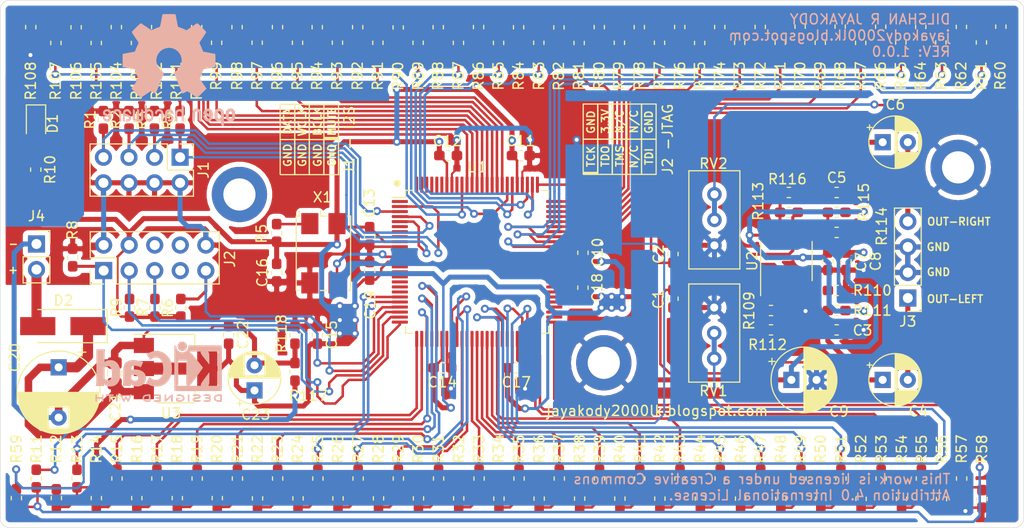
<source format=kicad_pcb>
(kicad_pcb (version 20171130) (host pcbnew 5.1.2-f72e74a~84~ubuntu18.04.1)
  (title_block (title "MAX2 - 24-bit Audio DAC") (date 2020-01-12) (rev 1.0.0) (company "Dilshan R Jayakody") (comment 1 http://jayakody2000lk.blogspot.com) (comment 2 jayakody2000lk@gmail.com) (comment 3 https://github.com/dilshan/max2-audio-dac))
  (layers (0 F.Cu signal) (31 B.Cu signal hide) (34 B.Paste user hide) (35 F.Paste user hide) (36 B.SilkS user hide) (37 F.SilkS user hide) (38 B.Mask user hide) (39 F.Mask user hide) (44 Edge.Cuts user))
  (net 0 "")
  (net 1 GNDA)
  (net 2 LEFT-DAC)
  (net 3 RIGHT-DAC)
  (net 4 "Net-(C3-Pad2)")
  (net 5 LEFT-OUT)
  (net 6 "Net-(C5-Pad2)")
  (net 7 RIGHT-OUT)
  (net 8 +3V3)
  (net 9 GNDD)
  (net 10 VCC)
  (net 11 GND)
  (net 12 "Net-(D1-Pad2)")
  (net 13 "Net-(D2-Pad2)")
  (net 14 MUTE)
  (net 15 BCLK)
  (net 16 WCLK)
  (net 17 DIN)
  (net 18 TCK)
  (net 19 TDO)
  (net 20 TMS)
  (net 21 TDI)
  (net 22 "Net-(R5-Pad1)")
  (net 23 LEFT23)
  (net 24 "Net-(R12-Pad2)")
  (net 25 LEFT22)
  (net 26 "Net-(R14-Pad2)")
  (net 27 LEFT21)
  (net 28 "Net-(R16-Pad2)")
  (net 29 LEFT20)
  (net 30 "Net-(R18-Pad2)")
  (net 31 LEFT19)
  (net 32 "Net-(R20-Pad2)")
  (net 33 LEFT18)
  (net 34 "Net-(R22-Pad2)")
  (net 35 LEFT17)
  (net 36 "Net-(R24-Pad2)")
  (net 37 LEFT16)
  (net 38 "Net-(R26-Pad2)")
  (net 39 LEFT15)
  (net 40 "Net-(R28-Pad2)")
  (net 41 LEFT14)
  (net 42 "Net-(R30-Pad2)")
  (net 43 LEFT13)
  (net 44 "Net-(R32-Pad2)")
  (net 45 LEFT12)
  (net 46 "Net-(R34-Pad2)")
  (net 47 LEFT11)
  (net 48 "Net-(R36-Pad1)")
  (net 49 LEFT10)
  (net 50 "Net-(R38-Pad1)")
  (net 51 LEFT9)
  (net 52 "Net-(R40-Pad1)")
  (net 53 LEFT8)
  (net 54 "Net-(R42-Pad1)")
  (net 55 LEFT7)
  (net 56 "Net-(R44-Pad1)")
  (net 57 LEFT6)
  (net 58 "Net-(R46-Pad1)")
  (net 59 LEFT5)
  (net 60 "Net-(R48-Pad1)")
  (net 61 LEFT4)
  (net 62 "Net-(R50-Pad1)")
  (net 63 LEFT3)
  (net 64 "Net-(R52-Pad1)")
  (net 65 LEFT2)
  (net 66 "Net-(R54-Pad1)")
  (net 67 LEFT1)
  (net 68 "Net-(R56-Pad1)")
  (net 69 LEFT0)
  (net 70 "Net-(R59-Pad1)")
  (net 71 "Net-(R60-Pad1)")
  (net 72 RIGHT23)
  (net 73 "Net-(R62-Pad2)")
  (net 74 RIGHT22)
  (net 75 "Net-(R64-Pad2)")
  (net 76 RIGHT21)
  (net 77 "Net-(R66-Pad2)")
  (net 78 RIGHT20)
  (net 79 "Net-(R68-Pad2)")
  (net 80 RIGHT19)
  (net 81 "Net-(R70-Pad2)")
  (net 82 RIGHT18)
  (net 83 "Net-(R72-Pad2)")
  (net 84 RIGHT17)
  (net 85 "Net-(R74-Pad2)")
  (net 86 RIGHT16)
  (net 87 "Net-(R76-Pad2)")
  (net 88 RIGHT15)
  (net 89 "Net-(R78-Pad2)")
  (net 90 RIGHT14)
  (net 91 "Net-(R80-Pad2)")
  (net 92 RIGHT13)
  (net 93 "Net-(R82-Pad2)")
  (net 94 RIGHT12)
  (net 95 "Net-(R84-Pad2)")
  (net 96 RIGHT11)
  (net 97 "Net-(R86-Pad1)")
  (net 98 RIGHT10)
  (net 99 "Net-(R88-Pad1)")
  (net 100 RIGHT9)
  (net 101 "Net-(R90-Pad1)")
  (net 102 RIGHT8)
  (net 103 "Net-(R92-Pad1)")
  (net 104 RIGHT7)
  (net 105 "Net-(R94-Pad1)")
  (net 106 RIGHT6)
  (net 107 "Net-(R96-Pad1)")
  (net 108 RIGHT5)
  (net 109 "Net-(R100-Pad2)")
  (net 110 RIGHT4)
  (net 111 "Net-(R100-Pad1)")
  (net 112 RIGHT3)
  (net 113 "Net-(R102-Pad1)")
  (net 114 RIGHT2)
  (net 115 "Net-(R104-Pad1)")
  (net 116 RIGHT1)
  (net 117 "Net-(R106-Pad1)")
  (net 118 RIGHT0)
  (net 119 "Net-(R109-Pad1)")
  (net 120 "Net-(R110-Pad2)")
  (net 121 "Net-(R113-Pad1)")
  (net 122 "Net-(R114-Pad2)")
  (net 123 CLK)
  (module Symbol:KiCad-Logo2_5mm_SilkScreen (layer B.Cu) (at 106.05 102.775 180)
    (fp_text reference REF** hide)
    (fp_text value KiCad-Logo2_5mm_SilkScreen hide)
  )
  (module Symbol:OSHW-Logo2_14.6x12mm_SilkScreen (layer B.Cu) (at 107.075 72.75 180)
    (fp_text reference REF** hide)
    (fp_text value OSHW-Logo2_14.6x12mm_SilkScreen hide)
  )
  (module MountingHole:MountingHole_3.2mm_M3_ISO14580_Pad (layer F.Cu) (at 114.075 85.15)
    (fp_text reference " " (at 0 -3.75) (layer F.SilkS))
    (fp_text value " ")
    (pad 1 thru_hole circle (at 0 0) (size 5.5 5.5) (drill 3.2) (layers *.Cu *.Mask))
  )
  (module MountingHole:MountingHole_3.2mm_M3_ISO14580_Pad (layer F.Cu) (at 150.3 101.9)
    (fp_text reference " " (at 0 -3.75) (layer F.SilkS))
    (fp_text value " ")
    (pad 1 thru_hole circle (at 0 0) (size 5.5 5.5) (drill 3.2) (layers *.Cu *.Mask) (net 1 GNDA))
  )
  (module MountingHole:MountingHole_3.2mm_M3_ISO14580_Pad (layer F.Cu) (at 185.525 82.45)
    (fp_text reference " " (at 0 -3.75) (layer F.SilkS))
    (fp_text value " ")
    (pad 1 thru_hole circle (at 0 0) (size 5.5 5.5) (drill 3.2) (layers *.Cu *.Mask) (net 1 GNDA))
  )
  (module Capacitor_SMD:C_0603_1608Metric_Pad1.05x0.95mm_HandSolder (layer F.Cu) (at 157.175 95.525 270)
    (fp_text reference C1 (at 0.05 1.45 90) (layer F.SilkS))
    (fp_text value 100pF)
    (pad 2 smd roundrect (at 0.875 0 270) (size 1.05 0.95) (layers F.Cu F.Paste F.Mask) (net 1 GNDA))
    (pad 1 smd roundrect (at -0.875 0 270) (size 1.05 0.95) (layers F.Cu F.Paste F.Mask) (net 2 LEFT-DAC))
  )
  (module Capacitor_SMD:C_0603_1608Metric_Pad1.05x0.95mm_HandSolder (layer F.Cu) (at 157.175 91.075 90)
    (fp_text reference C2 (at 0 -1.43 90) (layer F.SilkS))
    (fp_text value 100pF)
    (pad 1 smd roundrect (at -0.875 0 90) (size 1.05 0.95) (layers F.Cu F.Paste F.Mask) (net 3 RIGHT-DAC))
    (pad 2 smd roundrect (at 0.875 0 90) (size 1.05 0.95) (layers F.Cu F.Paste F.Mask) (net 1 GNDA))
  )
  (module Capacitor_SMD:C_0603_1608Metric_Pad1.05x0.95mm_HandSolder (layer F.Cu) (at 173.45 98.625 180)
    (fp_text reference C3 (at -2.575 -0.05) (layer F.SilkS))
    (fp_text value 0.01MFD)
    (pad 2 smd roundrect (at 0.875 0 180) (size 1.05 0.95) (layers F.Cu F.Paste F.Mask) (net 4 "Net-(C3-Pad2)"))
    (pad 1 smd roundrect (at -0.875 0 180) (size 1.05 0.95) (layers F.Cu F.Paste F.Mask) (net 1 GNDA))
  )
  (module Capacitor_THT:CP_Radial_D5.0mm_P2.50mm (layer F.Cu) (at 178.025 103.6)
    (fp_text reference C4 (at 3.55 3.125) (layer F.SilkS))
    (fp_text value 4.7MFD)
    (pad 1 thru_hole rect (at 0 0) (size 1.6 1.6) (drill 0.8) (layers *.Cu *.Mask) (net 4 "Net-(C3-Pad2)"))
    (pad 2 thru_hole circle (at 2.5 0) (size 1.6 1.6) (drill 0.8) (layers *.Cu *.Mask) (net 5 LEFT-OUT))
  )
  (module Capacitor_SMD:C_0603_1608Metric_Pad1.05x0.95mm_HandSolder (layer F.Cu) (at 173.45 84.95 180)
    (fp_text reference C5 (at 0 1.475) (layer F.SilkS))
    (fp_text value 0.01MFD)
    (pad 1 smd roundrect (at -0.875 0 180) (size 1.05 0.95) (layers F.Cu F.Paste F.Mask) (net 1 GNDA))
    (pad 2 smd roundrect (at 0.875 0 180) (size 1.05 0.95) (layers F.Cu F.Paste F.Mask) (net 6 "Net-(C5-Pad2)"))
  )
  (module Capacitor_THT:CP_Radial_D5.0mm_P2.50mm (layer F.Cu) (at 178.025 79.95)
    (fp_text reference C6 (at 1.25 -3.75) (layer F.SilkS))
    (fp_text value 4.7MFD)
    (pad 1 thru_hole rect (at 0 0) (size 1.6 1.6) (drill 0.8) (layers *.Cu *.Mask) (net 6 "Net-(C5-Pad2)"))
    (pad 2 thru_hole circle (at 2.5 0) (size 1.6 1.6) (drill 0.8) (layers *.Cu *.Mask) (net 7 RIGHT-OUT))
  )
  (module Capacitor_SMD:C_0603_1608Metric_Pad1.05x0.95mm_HandSolder (layer F.Cu) (at 172.575 91.8 90)
    (fp_text reference C7 (at -0.05 3.3 90) (layer F.SilkS))
    (fp_text value 0.1MFD)
    (pad 2 smd roundrect (at 0.875 0 90) (size 1.05 0.95) (layers F.Cu F.Paste F.Mask) (net 8 +3V3))
    (pad 1 smd roundrect (at -0.875 0 90) (size 1.05 0.95) (layers F.Cu F.Paste F.Mask) (net 1 GNDA))
  )
  (module Capacitor_SMD:C_0603_1608Metric_Pad1.05x0.95mm_HandSolder (layer F.Cu) (at 174.375 91.8 90)
    (fp_text reference C8 (at 0 2.95 90) (layer F.SilkS))
    (fp_text value 0.01MFD)
    (pad 1 smd roundrect (at -0.875 0 90) (size 1.05 0.95) (layers F.Cu F.Paste F.Mask) (net 1 GNDA))
    (pad 2 smd roundrect (at 0.875 0 90) (size 1.05 0.95) (layers F.Cu F.Paste F.Mask) (net 8 +3V3))
  )
  (module Capacitor_THT:CP_Radial_D6.3mm_P2.50mm (layer F.Cu) (at 168.95 103.6)
    (fp_text reference C9 (at 4.725 3.15) (layer F.SilkS))
    (fp_text value 100MFD)
    (pad 1 thru_hole rect (at 0 0) (size 1.6 1.6) (drill 0.8) (layers *.Cu *.Mask) (net 8 +3V3))
    (pad 2 thru_hole circle (at 2.5 0) (size 1.6 1.6) (drill 0.8) (layers *.Cu *.Mask) (net 1 GNDA))
  )
  (module Capacitor_SMD:C_0603_1608Metric_Pad1.05x0.95mm_HandSolder (layer F.Cu) (at 148.225 90.95 270)
    (fp_text reference C10 (at -0.05 -1.45 90) (layer F.SilkS))
    (fp_text value 0.1MFD)
    (pad 2 smd roundrect (at 0.875 0 270) (size 1.05 0.95) (layers F.Cu F.Paste F.Mask) (net 8 +3V3))
    (pad 1 smd roundrect (at -0.875 0 270) (size 1.05 0.95) (layers F.Cu F.Paste F.Mask) (net 9 GNDD))
  )
  (module Capacitor_SMD:C_0603_1608Metric_Pad1.05x0.95mm_HandSolder (layer F.Cu) (at 142.05 81.275 180)
    (fp_text reference C11 (at 0.025 1.45) (layer F.SilkS))
    (fp_text value 0.1MFD)
    (pad 1 smd roundrect (at -0.875 0 180) (size 1.05 0.95) (layers F.Cu F.Paste F.Mask) (net 9 GNDD))
    (pad 2 smd roundrect (at 0.875 0 180) (size 1.05 0.95) (layers F.Cu F.Paste F.Mask) (net 8 +3V3))
  )
  (module Capacitor_SMD:C_0603_1608Metric_Pad1.05x0.95mm_HandSolder (layer F.Cu) (at 134.825 81.275 180)
    (fp_text reference C12 (at 0.075 1.45) (layer F.SilkS))
    (fp_text value 0.1MFD)
    (pad 2 smd roundrect (at 0.875 0 180) (size 1.05 0.95) (layers F.Cu F.Paste F.Mask) (net 8 +3V3))
    (pad 1 smd roundrect (at -0.875 0 180) (size 1.05 0.95) (layers F.Cu F.Paste F.Mask) (net 9 GNDD))
  )
  (module Capacitor_SMD:C_0603_1608Metric_Pad1.05x0.95mm_HandSolder (layer F.Cu) (at 127.025 89.275 90)
    (fp_text reference C13 (at 3.275 -0.025 270) (layer F.SilkS))
    (fp_text value 0.1MFD)
    (pad 1 smd roundrect (at -0.875 0 90) (size 1.05 0.95) (layers F.Cu F.Paste F.Mask) (net 9 GNDD))
    (pad 2 smd roundrect (at 0.875 0 90) (size 1.05 0.95) (layers F.Cu F.Paste F.Mask) (net 8 +3V3))
  )
  (module Capacitor_SMD:C_0603_1608Metric_Pad1.05x0.95mm_HandSolder (layer F.Cu) (at 134.25 102.4 180)
    (fp_text reference C14 (at 0 -1.43) (layer F.SilkS))
    (fp_text value 0.1MFD)
    (pad 2 smd roundrect (at 0.875 0 180) (size 1.05 0.95) (layers F.Cu F.Paste F.Mask) (net 8 +3V3))
    (pad 1 smd roundrect (at -0.875 0 180) (size 1.05 0.95) (layers F.Cu F.Paste F.Mask) (net 9 GNDD))
  )
  (module Capacitor_SMD:C_0603_1608Metric_Pad1.05x0.95mm_HandSolder (layer F.Cu) (at 121.825 99.125 270)
    (fp_text reference C15 (at 0 -1.43 90) (layer F.SilkS))
    (fp_text value 0.1MFD)
    (pad 1 smd roundrect (at -0.875 0 270) (size 1.05 0.95) (layers F.Cu F.Paste F.Mask) (net 9 GNDD))
    (pad 2 smd roundrect (at 0.875 0 270) (size 1.05 0.95) (layers F.Cu F.Paste F.Mask) (net 8 +3V3))
  )
  (module Capacitor_SMD:C_0603_1608Metric_Pad1.05x0.95mm_HandSolder (layer F.Cu) (at 117.775 92.925 90)
    (fp_text reference C16 (at 0 -1.43 90) (layer F.SilkS))
    (fp_text value 0.1MFD)
    (pad 2 smd roundrect (at 0.875 0 90) (size 1.05 0.95) (layers F.Cu F.Paste F.Mask) (net 8 +3V3))
    (pad 1 smd roundrect (at -0.875 0 90) (size 1.05 0.95) (layers F.Cu F.Paste F.Mask) (net 9 GNDD))
  )
  (module Capacitor_SMD:C_0603_1608Metric_Pad1.05x0.95mm_HandSolder (layer F.Cu) (at 141.6 102.4 180)
    (fp_text reference C17 (at 0 -1.43) (layer F.SilkS))
    (fp_text value 0.1MFD)
    (pad 1 smd roundrect (at -0.875 0 180) (size 1.05 0.95) (layers F.Cu F.Paste F.Mask) (net 9 GNDD))
    (pad 2 smd roundrect (at 0.875 0 180) (size 1.05 0.95) (layers F.Cu F.Paste F.Mask) (net 8 +3V3))
  )
  (module Capacitor_SMD:C_0603_1608Metric_Pad1.05x0.95mm_HandSolder (layer F.Cu) (at 148.225 94.425 270)
    (fp_text reference C18 (at 0 -1.43 270) (layer F.SilkS))
    (fp_text value 0.1MFD)
    (pad 1 smd roundrect (at -0.875 0 270) (size 1.05 0.95) (layers F.Cu F.Paste F.Mask) (net 9 GNDD))
    (pad 2 smd roundrect (at 0.875 0 270) (size 1.05 0.95) (layers F.Cu F.Paste F.Mask) (net 8 +3V3))
  )
  (module Capacitor_SMD:C_0603_1608Metric_Pad1.05x0.95mm_HandSolder (layer F.Cu) (at 127.025 92.75 270)
    (fp_text reference C19 (at 3.4 -0.05 270) (layer F.SilkS))
    (fp_text value 0.1MFD)
    (pad 2 smd roundrect (at 0.875 0 270) (size 1.05 0.95) (layers F.Cu F.Paste F.Mask) (net 8 +3V3))
    (pad 1 smd roundrect (at -0.875 0 270) (size 1.05 0.95) (layers F.Cu F.Paste F.Mask) (net 9 GNDD))
  )
  (module Capacitor_THT:CP_Radial_D8.0mm_P5.00mm (layer F.Cu) (at 96.1 102.35 270)
    (fp_text reference C20 (at -0.975 4.35 90) (layer F.SilkS))
    (fp_text value 470MFD)
    (pad 1 thru_hole rect (at 0 0 270) (size 1.6 1.6) (drill 0.8) (layers *.Cu *.Mask) (net 10 VCC))
    (pad 2 thru_hole circle (at 5 0 270) (size 1.6 1.6) (drill 0.8) (layers *.Cu *.Mask) (net 11 GND))
  )
  (module Capacitor_SMD:C_0603_1608Metric_Pad1.05x0.95mm_HandSolder (layer F.Cu) (at 113 99.125 270)
    (fp_text reference C22 (at 0 -1.43 90) (layer F.SilkS))
    (fp_text value 0.22MFD)
    (pad 1 smd roundrect (at -0.875 0 270) (size 1.05 0.95) (layers F.Cu F.Paste F.Mask) (net 11 GND))
    (pad 2 smd roundrect (at 0.875 0 270) (size 1.05 0.95) (layers F.Cu F.Paste F.Mask) (net 8 +3V3))
  )
  (module Capacitor_THT:CP_Radial_D5.0mm_P2.50mm (layer F.Cu) (at 115.575 104.65 90)
    (fp_text reference C23 (at -2.4 0.125 180) (layer F.SilkS))
    (fp_text value 10MFD)
    (pad 2 thru_hole circle (at 2.5 0 90) (size 1.6 1.6) (drill 0.8) (layers *.Cu *.Mask) (net 11 GND))
    (pad 1 thru_hole rect (at 0 0 90) (size 1.6 1.6) (drill 0.8) (layers *.Cu *.Mask) (net 8 +3V3))
  )
  (module LED_SMD:LED_0805_2012Metric_Pad1.15x1.40mm_HandSolder (layer F.Cu) (at 93.85 78.1 270)
    (fp_text reference D1 (at 0 -1.65 90) (layer F.SilkS))
    (fp_text value PWR)
    (pad 1 smd roundrect (at -1.025 0 270) (size 1.15 1.4) (layers F.Cu F.Paste F.Mask) (roundrect_rratio 0.217391) (net 9 GNDD))
    (pad 2 smd roundrect (at 1.025 0 270) (size 1.15 1.4) (layers F.Cu F.Paste F.Mask) (roundrect_rratio 0.217391) (net 12 "Net-(D1-Pad2)"))
  )
  (module Diode_SMD:D_SMA_Handsoldering (layer F.Cu) (at 96.525 98.25 180)
    (fp_text reference D2 (at -0.05 2.55) (layer F.SilkS))
    (fp_text value SS14)
    (pad 1 smd rect (at -2.5 0 180) (size 3.5 1.8) (layers F.Cu F.Paste F.Mask) (net 10 VCC))
    (pad 2 smd rect (at 2.5 0 180) (size 3.5 1.8) (layers F.Cu F.Paste F.Mask) (net 13 "Net-(D2-Pad2)"))
  )
  (module Connector_PinHeader_2.54mm:PinHeader_2x04_P2.54mm_Vertical (layer F.Cu) (at 108.175 81.45 270)
    (fp_text reference J1 (at 1.27 -2.33 90) (layer F.SilkS))
    (fp_text value I2S)
    (pad 1 thru_hole rect (at 0 0 270) (size 1.7 1.7) (drill 1) (layers *.Cu *.Mask) (net 14 MUTE))
    (pad 2 thru_hole oval (at 2.54 0 270) (size 1.7 1.7) (drill 1) (layers *.Cu *.Mask) (net 9 GNDD))
    (pad 3 thru_hole oval (at 0 2.54 270) (size 1.7 1.7) (drill 1) (layers *.Cu *.Mask) (net 15 BCLK))
    (pad 4 thru_hole oval (at 2.54 2.54 270) (size 1.7 1.7) (drill 1) (layers *.Cu *.Mask) (net 9 GNDD))
    (pad 5 thru_hole oval (at 0 5.08 270) (size 1.7 1.7) (drill 1) (layers *.Cu *.Mask) (net 16 WCLK))
    (pad 6 thru_hole oval (at 2.54 5.08 270) (size 1.7 1.7) (drill 1) (layers *.Cu *.Mask) (net 9 GNDD))
    (pad 7 thru_hole oval (at 0 7.62 270) (size 1.7 1.7) (drill 1) (layers *.Cu *.Mask) (net 17 DIN))
    (pad 8 thru_hole oval (at 2.54 7.62 270) (size 1.7 1.7) (drill 1) (layers *.Cu *.Mask) (net 9 GNDD))
  )
  (module Connector_PinHeader_2.54mm:PinHeader_2x05_P2.54mm_Vertical (layer F.Cu) (at 100.575 92.725 90)
    (fp_text reference J2 (at 1.15 12.55 90) (layer F.SilkS))
    (fp_text value JTAG)
    (pad 1 thru_hole rect (at 0 0 90) (size 1.7 1.7) (drill 1) (layers *.Cu *.Mask) (net 18 TCK))
    (pad 2 thru_hole oval (at 2.54 0 90) (size 1.7 1.7) (drill 1) (layers *.Cu *.Mask) (net 9 GNDD))
    (pad 3 thru_hole oval (at 0 2.54 90) (size 1.7 1.7) (drill 1) (layers *.Cu *.Mask) (net 19 TDO))
    (pad 4 thru_hole oval (at 2.54 2.54 90) (size 1.7 1.7) (drill 1) (layers *.Cu *.Mask) (net 8 +3V3))
    (pad 5 thru_hole oval (at 0 5.08 90) (size 1.7 1.7) (drill 1) (layers *.Cu *.Mask) (net 20 TMS))
    (pad 6 thru_hole oval (at 2.54 5.08 90) (size 1.7 1.7) (drill 1) (layers *.Cu *.Mask))
    (pad 7 thru_hole oval (at 0 7.62 90) (size 1.7 1.7) (drill 1) (layers *.Cu *.Mask))
    (pad 8 thru_hole oval (at 2.54 7.62 90) (size 1.7 1.7) (drill 1) (layers *.Cu *.Mask))
    (pad 9 thru_hole oval (at 0 10.16 90) (size 1.7 1.7) (drill 1) (layers *.Cu *.Mask) (net 21 TDI))
    (pad 10 thru_hole oval (at 2.54 10.16 90) (size 1.7 1.7) (drill 1) (layers *.Cu *.Mask) (net 9 GNDD))
  )
  (module Connector_PinHeader_2.54mm:PinHeader_1x04_P2.54mm_Vertical (layer F.Cu) (at 180.525 95.455 180)
    (fp_text reference J3 (at 0 -2.33) (layer F.SilkS))
    (fp_text value AF-OUT)
    (pad 1 thru_hole rect (at 0 0 180) (size 1.7 1.7) (drill 1) (layers *.Cu *.Mask) (net 5 LEFT-OUT))
    (pad 2 thru_hole oval (at 0 2.54 180) (size 1.7 1.7) (drill 1) (layers *.Cu *.Mask) (net 1 GNDA))
    (pad 3 thru_hole oval (at 0 5.08 180) (size 1.7 1.7) (drill 1) (layers *.Cu *.Mask) (net 1 GNDA))
    (pad 4 thru_hole oval (at 0 7.62 180) (size 1.7 1.7) (drill 1) (layers *.Cu *.Mask) (net 7 RIGHT-OUT))
  )
  (module Connector_PinSocket_2.54mm:PinSocket_1x02_P2.54mm_Vertical (layer F.Cu) (at 93.9 90.075)
    (fp_text reference J4 (at 0 -2.77) (layer F.SilkS))
    (fp_text value DC-IN)
    (pad 1 thru_hole rect (at 0 0) (size 1.7 1.7) (drill 1) (layers *.Cu *.Mask) (net 11 GND))
    (pad 2 thru_hole oval (at 0 2.54) (size 1.7 1.7) (drill 1) (layers *.Cu *.Mask) (net 13 "Net-(D2-Pad2)"))
  )
  (module Resistor_SMD:R_0603_1608Metric_Pad1.05x0.95mm_HandSolder (layer F.Cu) (at 100.55 77.725 90)
    (fp_text reference R1 (at 0.025 -1.3 90) (layer F.SilkS))
    (fp_text value 22K)
    (pad 1 smd roundrect (at -0.875 0 90) (size 1.05 0.95) (layers F.Cu F.Paste F.Mask) (net 17 DIN))
    (pad 2 smd roundrect (at 0.875 0 90) (size 1.05 0.95) (layers F.Cu F.Paste F.Mask) (net 9 GNDD))
  )
  (module Resistor_SMD:R_0603_1608Metric_Pad1.05x0.95mm_HandSolder (layer F.Cu) (at 103.1 77.725 90)
    (fp_text reference R2 (at 0.025 -1.3 90) (layer F.SilkS))
    (fp_text value 22K)
    (pad 1 smd roundrect (at -0.875 0 90) (size 1.05 0.95) (layers F.Cu F.Paste F.Mask) (net 16 WCLK))
    (pad 2 smd roundrect (at 0.875 0 90) (size 1.05 0.95) (layers F.Cu F.Paste F.Mask) (net 9 GNDD))
  )
  (module Resistor_SMD:R_0603_1608Metric_Pad1.05x0.95mm_HandSolder (layer F.Cu) (at 105.625 77.725 90)
    (fp_text reference R3 (at -0.025 -1.225 90) (layer F.SilkS))
    (fp_text value 22K)
    (pad 1 smd roundrect (at -0.875 0 90) (size 1.05 0.95) (layers F.Cu F.Paste F.Mask) (net 15 BCLK))
    (pad 2 smd roundrect (at 0.875 0 90) (size 1.05 0.95) (layers F.Cu F.Paste F.Mask) (net 9 GNDD))
  )
  (module Resistor_SMD:R_0603_1608Metric_Pad1.05x0.95mm_HandSolder (layer F.Cu) (at 108.175 77.725 270)
    (fp_text reference R4 (at 0.025 1.2 90) (layer F.SilkS))
    (fp_text value 22K)
    (pad 1 smd roundrect (at -0.875 0 270) (size 1.05 0.95) (layers F.Cu F.Paste F.Mask) (net 8 +3V3))
    (pad 2 smd roundrect (at 0.875 0 270) (size 1.05 0.95) (layers F.Cu F.Paste F.Mask) (net 14 MUTE))
  )
  (module Resistor_SMD:R_0603_1608Metric_Pad1.05x0.95mm_HandSolder (layer F.Cu) (at 117.775 88.975 270)
    (fp_text reference R5 (at 0.075 1.5 90) (layer F.SilkS))
    (fp_text value 0R)
    (pad 1 smd roundrect (at -0.875 0 270) (size 1.05 0.95) (layers F.Cu F.Paste F.Mask) (net 22 "Net-(R5-Pad1)"))
    (pad 2 smd roundrect (at 0.875 0 270) (size 1.05 0.95) (layers F.Cu F.Paste F.Mask) (net 8 +3V3))
  )
  (module Resistor_SMD:R_0603_1608Metric_Pad1.05x0.95mm_HandSolder (layer F.Cu) (at 108.25 96.425 270)
    (fp_text reference R6 (at 0.025 1.3 90) (layer F.SilkS))
    (fp_text value 10K)
    (pad 1 smd roundrect (at -0.875 0 270) (size 1.05 0.95) (layers F.Cu F.Paste F.Mask) (net 21 TDI))
    (pad 2 smd roundrect (at 0.875 0 270) (size 1.05 0.95) (layers F.Cu F.Paste F.Mask) (net 8 +3V3))
  )
  (module Resistor_SMD:R_0603_1608Metric_Pad1.05x0.95mm_HandSolder (layer F.Cu) (at 105.675 96.425 90)
    (fp_text reference R7 (at 0.025 -1.2 270) (layer F.SilkS))
    (fp_text value 10K)
    (pad 2 smd roundrect (at 0.875 0 90) (size 1.05 0.95) (layers F.Cu F.Paste F.Mask) (net 20 TMS))
    (pad 1 smd roundrect (at -0.875 0 90) (size 1.05 0.95) (layers F.Cu F.Paste F.Mask) (net 8 +3V3))
  )
  (module Resistor_SMD:R_0603_1608Metric_Pad1.05x0.95mm_HandSolder (layer F.Cu) (at 97.5 91.425 270)
    (fp_text reference R8 (at -2.725 0.025 90) (layer F.SilkS))
    (fp_text value 10K)
    (pad 2 smd roundrect (at 0.875 0 270) (size 1.05 0.95) (layers F.Cu F.Paste F.Mask) (net 18 TCK))
    (pad 1 smd roundrect (at -0.875 0 270) (size 1.05 0.95) (layers F.Cu F.Paste F.Mask) (net 9 GNDD))
  )
  (module Resistor_SMD:R_0603_1608Metric_Pad1.05x0.95mm_HandSolder (layer F.Cu) (at 103.15 96.425 270)
    (fp_text reference R9 (at -0.025 1.3 90) (layer F.SilkS))
    (fp_text value 10K)
    (pad 1 smd roundrect (at -0.875 0 270) (size 1.05 0.95) (layers F.Cu F.Paste F.Mask) (net 19 TDO))
    (pad 2 smd roundrect (at 0.875 0 270) (size 1.05 0.95) (layers F.Cu F.Paste F.Mask) (net 8 +3V3))
  )
  (module Resistor_SMD:R_0603_1608Metric_Pad1.05x0.95mm_HandSolder (layer F.Cu) (at 93.875 113.415 270)
    (fp_text reference R11 (at -2.94 -0.025 90) (layer F.SilkS))
    (fp_text value 15K)
    (pad 2 smd roundrect (at 0.875 0 270) (size 1.05 0.95) (layers F.Cu F.Paste F.Mask) (net 2 LEFT-DAC))
    (pad 1 smd roundrect (at -0.875 0 270) (size 1.05 0.95) (layers F.Cu F.Paste F.Mask) (net 23 LEFT23))
  )
  (module Resistor_SMD:R_0603_1608Metric_Pad1.05x0.95mm_HandSolder (layer F.Cu) (at 95.875 115.365 270)
    (fp_text reference R12 (at -4.89 0.025 90) (layer F.SilkS))
    (fp_text value 7.5K)
    (pad 2 smd roundrect (at 0.875 0 270) (size 1.05 0.95) (layers F.Cu F.Paste F.Mask) (net 24 "Net-(R12-Pad2)"))
    (pad 1 smd roundrect (at -0.875 0 270) (size 1.05 0.95) (layers F.Cu F.Paste F.Mask) (net 2 LEFT-DAC))
  )
  (module Resistor_SMD:R_0603_1608Metric_Pad1.05x0.95mm_HandSolder (layer F.Cu) (at 97.925 113.415 270)
    (fp_text reference R13 (at -2.94 -0.025 90) (layer F.SilkS))
    (fp_text value 15K)
    (pad 2 smd roundrect (at 0.875 0 270) (size 1.05 0.95) (layers F.Cu F.Paste F.Mask) (net 24 "Net-(R12-Pad2)"))
    (pad 1 smd roundrect (at -0.875 0 270) (size 1.05 0.95) (layers F.Cu F.Paste F.Mask) (net 25 LEFT22))
  )
  (module Resistor_SMD:R_0603_1608Metric_Pad1.05x0.95mm_HandSolder (layer F.Cu) (at 99.85 115.365 270)
    (fp_text reference R14 (at -4.89 0 90) (layer F.SilkS))
    (fp_text value 7.5K)
    (pad 1 smd roundrect (at -0.875 0 270) (size 1.05 0.95) (layers F.Cu F.Paste F.Mask) (net 24 "Net-(R12-Pad2)"))
    (pad 2 smd roundrect (at 0.875 0 270) (size 1.05 0.95) (layers F.Cu F.Paste F.Mask) (net 26 "Net-(R14-Pad2)"))
  )
  (module Resistor_SMD:R_0603_1608Metric_Pad1.05x0.95mm_HandSolder (layer F.Cu) (at 101.9 113.415 270)
    (fp_text reference R15 (at -2.965 0 90) (layer F.SilkS))
    (fp_text value 15K)
    (pad 2 smd roundrect (at 0.875 0 270) (size 1.05 0.95) (layers F.Cu F.Paste F.Mask) (net 26 "Net-(R14-Pad2)"))
    (pad 1 smd roundrect (at -0.875 0 270) (size 1.05 0.95) (layers F.Cu F.Paste F.Mask) (net 27 LEFT21))
  )
  (module Resistor_SMD:R_0603_1608Metric_Pad1.05x0.95mm_HandSolder (layer F.Cu) (at 103.875 115.365 270)
    (fp_text reference R16 (at -4.89 -0.025 90) (layer F.SilkS))
    (fp_text value 7.5K)
    (pad 1 smd roundrect (at -0.875 0 270) (size 1.05 0.95) (layers F.Cu F.Paste F.Mask) (net 26 "Net-(R14-Pad2)"))
    (pad 2 smd roundrect (at 0.875 0 270) (size 1.05 0.95) (layers F.Cu F.Paste F.Mask) (net 28 "Net-(R16-Pad2)"))
  )
  (module Resistor_SMD:R_0603_1608Metric_Pad1.05x0.95mm_HandSolder (layer F.Cu) (at 105.875 113.415 270)
    (fp_text reference R17 (at -2.965 -0.025 90) (layer F.SilkS))
    (fp_text value 15K)
    (pad 2 smd roundrect (at 0.875 0 270) (size 1.05 0.95) (layers F.Cu F.Paste F.Mask) (net 28 "Net-(R16-Pad2)"))
    (pad 1 smd roundrect (at -0.875 0 270) (size 1.05 0.95) (layers F.Cu F.Paste F.Mask) (net 29 LEFT20))
  )
  (module Resistor_SMD:R_0603_1608Metric_Pad1.05x0.95mm_HandSolder (layer F.Cu) (at 107.9 115.365 270)
    (fp_text reference R18 (at -4.89 0.025 90) (layer F.SilkS))
    (fp_text value 7.5K)
    (pad 2 smd roundrect (at 0.875 0 270) (size 1.05 0.95) (layers F.Cu F.Paste F.Mask) (net 30 "Net-(R18-Pad2)"))
    (pad 1 smd roundrect (at -0.875 0 270) (size 1.05 0.95) (layers F.Cu F.Paste F.Mask) (net 28 "Net-(R16-Pad2)"))
  )
  (module Resistor_SMD:R_0603_1608Metric_Pad1.05x0.95mm_HandSolder (layer F.Cu) (at 109.875 113.415 270)
    (fp_text reference R19 (at -2.94 0 90) (layer F.SilkS))
    (fp_text value 15K)
    (pad 2 smd roundrect (at 0.875 0 270) (size 1.05 0.95) (layers F.Cu F.Paste F.Mask) (net 30 "Net-(R18-Pad2)"))
    (pad 1 smd roundrect (at -0.875 0 270) (size 1.05 0.95) (layers F.Cu F.Paste F.Mask) (net 31 LEFT19))
  )
  (module Resistor_SMD:R_0603_1608Metric_Pad1.05x0.95mm_HandSolder (layer F.Cu) (at 111.875 115.365 270)
    (fp_text reference R20 (at -4.89 0.025 90) (layer F.SilkS))
    (fp_text value 7.5K)
    (pad 1 smd roundrect (at -0.875 0 270) (size 1.05 0.95) (layers F.Cu F.Paste F.Mask) (net 30 "Net-(R18-Pad2)"))
    (pad 2 smd roundrect (at 0.875 0 270) (size 1.05 0.95) (layers F.Cu F.Paste F.Mask) (net 32 "Net-(R20-Pad2)"))
  )
  (module Resistor_SMD:R_0603_1608Metric_Pad1.05x0.95mm_HandSolder (layer F.Cu) (at 113.875 113.415 270)
    (fp_text reference R21 (at -2.94 -0.025 90) (layer F.SilkS))
    (fp_text value 15K)
    (pad 2 smd roundrect (at 0.875 0 270) (size 1.05 0.95) (layers F.Cu F.Paste F.Mask) (net 32 "Net-(R20-Pad2)"))
    (pad 1 smd roundrect (at -0.875 0 270) (size 1.05 0.95) (layers F.Cu F.Paste F.Mask) (net 33 LEFT18))
  )
  (module Resistor_SMD:R_0603_1608Metric_Pad1.05x0.95mm_HandSolder (layer F.Cu) (at 115.875 115.39 270)
    (fp_text reference R22 (at -4.915 0 90) (layer F.SilkS))
    (fp_text value 7.5K)
    (pad 1 smd roundrect (at -0.875 0 270) (size 1.05 0.95) (layers F.Cu F.Paste F.Mask) (net 32 "Net-(R20-Pad2)"))
    (pad 2 smd roundrect (at 0.875 0 270) (size 1.05 0.95) (layers F.Cu F.Paste F.Mask) (net 34 "Net-(R22-Pad2)"))
  )
  (module Resistor_SMD:R_0603_1608Metric_Pad1.05x0.95mm_HandSolder (layer F.Cu) (at 117.875 113.415 270)
    (fp_text reference R23 (at -2.94 0 90) (layer F.SilkS))
    (fp_text value 15K)
    (pad 2 smd roundrect (at 0.875 0 270) (size 1.05 0.95) (layers F.Cu F.Paste F.Mask) (net 34 "Net-(R22-Pad2)"))
    (pad 1 smd roundrect (at -0.875 0 270) (size 1.05 0.95) (layers F.Cu F.Paste F.Mask) (net 35 LEFT17))
  )
  (module Resistor_SMD:R_0603_1608Metric_Pad1.05x0.95mm_HandSolder (layer F.Cu) (at 119.9 115.39 270)
    (fp_text reference R24 (at -4.915 0.025 90) (layer F.SilkS))
    (fp_text value 7.5K)
    (pad 1 smd roundrect (at -0.875 0 270) (size 1.05 0.95) (layers F.Cu F.Paste F.Mask) (net 34 "Net-(R22-Pad2)"))
    (pad 2 smd roundrect (at 0.875 0 270) (size 1.05 0.95) (layers F.Cu F.Paste F.Mask) (net 36 "Net-(R24-Pad2)"))
  )
  (module Resistor_SMD:R_0603_1608Metric_Pad1.05x0.95mm_HandSolder (layer F.Cu) (at 121.875 113.415 270)
    (fp_text reference R25 (at -2.94 0 90) (layer F.SilkS))
    (fp_text value 15K)
    (pad 2 smd roundrect (at 0.875 0 270) (size 1.05 0.95) (layers F.Cu F.Paste F.Mask) (net 36 "Net-(R24-Pad2)"))
    (pad 1 smd roundrect (at -0.875 0 270) (size 1.05 0.95) (layers F.Cu F.Paste F.Mask) (net 37 LEFT16))
  )
  (module Resistor_SMD:R_0603_1608Metric_Pad1.05x0.95mm_HandSolder (layer F.Cu) (at 123.875 115.39 270)
    (fp_text reference R26 (at -4.915 0 90) (layer F.SilkS))
    (fp_text value 7.5K)
    (pad 1 smd roundrect (at -0.875 0 270) (size 1.05 0.95) (layers F.Cu F.Paste F.Mask) (net 36 "Net-(R24-Pad2)"))
    (pad 2 smd roundrect (at 0.875 0 270) (size 1.05 0.95) (layers F.Cu F.Paste F.Mask) (net 38 "Net-(R26-Pad2)"))
  )
  (module Resistor_SMD:R_0603_1608Metric_Pad1.05x0.95mm_HandSolder (layer F.Cu) (at 125.875 113.415 270)
    (fp_text reference R27 (at -2.965 0 90) (layer F.SilkS))
    (fp_text value 15K)
    (pad 2 smd roundrect (at 0.875 0 270) (size 1.05 0.95) (layers F.Cu F.Paste F.Mask) (net 38 "Net-(R26-Pad2)"))
    (pad 1 smd roundrect (at -0.875 0 270) (size 1.05 0.95) (layers F.Cu F.Paste F.Mask) (net 39 LEFT15))
  )
  (module Resistor_SMD:R_0603_1608Metric_Pad1.05x0.95mm_HandSolder (layer F.Cu) (at 127.9 115.39 270)
    (fp_text reference R28 (at -4.89 0 90) (layer F.SilkS))
    (fp_text value 7.5K)
    (pad 1 smd roundrect (at -0.875 0 270) (size 1.05 0.95) (layers F.Cu F.Paste F.Mask) (net 38 "Net-(R26-Pad2)"))
    (pad 2 smd roundrect (at 0.875 0 270) (size 1.05 0.95) (layers F.Cu F.Paste F.Mask) (net 40 "Net-(R28-Pad2)"))
  )
  (module Resistor_SMD:R_0603_1608Metric_Pad1.05x0.95mm_HandSolder (layer F.Cu) (at 129.875 113.415 270)
    (fp_text reference R29 (at -2.94 0 90) (layer F.SilkS))
    (fp_text value 15K)
    (pad 2 smd roundrect (at 0.875 0 270) (size 1.05 0.95) (layers F.Cu F.Paste F.Mask) (net 40 "Net-(R28-Pad2)"))
    (pad 1 smd roundrect (at -0.875 0 270) (size 1.05 0.95) (layers F.Cu F.Paste F.Mask) (net 41 LEFT14))
  )
  (module Resistor_SMD:R_0603_1608Metric_Pad1.05x0.95mm_HandSolder (layer F.Cu) (at 131.875 115.39 270)
    (fp_text reference R30 (at -4.915 0.025 90) (layer F.SilkS))
    (fp_text value 7.5K)
    (pad 1 smd roundrect (at -0.875 0 270) (size 1.05 0.95) (layers F.Cu F.Paste F.Mask) (net 40 "Net-(R28-Pad2)"))
    (pad 2 smd roundrect (at 0.875 0 270) (size 1.05 0.95) (layers F.Cu F.Paste F.Mask) (net 42 "Net-(R30-Pad2)"))
  )
  (module Resistor_SMD:R_0603_1608Metric_Pad1.05x0.95mm_HandSolder (layer F.Cu) (at 133.875 113.415 270)
    (fp_text reference R31 (at -2.94 0 90) (layer F.SilkS))
    (fp_text value 15K)
    (pad 2 smd roundrect (at 0.875 0 270) (size 1.05 0.95) (layers F.Cu F.Paste F.Mask) (net 42 "Net-(R30-Pad2)"))
    (pad 1 smd roundrect (at -0.875 0 270) (size 1.05 0.95) (layers F.Cu F.Paste F.Mask) (net 43 LEFT13))
  )
  (module Resistor_SMD:R_0603_1608Metric_Pad1.05x0.95mm_HandSolder (layer F.Cu) (at 135.875 115.39 270)
    (fp_text reference R32 (at -4.915 -0.025 90) (layer F.SilkS))
    (fp_text value 7.5K)
    (pad 1 smd roundrect (at -0.875 0 270) (size 1.05 0.95) (layers F.Cu F.Paste F.Mask) (net 42 "Net-(R30-Pad2)"))
    (pad 2 smd roundrect (at 0.875 0 270) (size 1.05 0.95) (layers F.Cu F.Paste F.Mask) (net 44 "Net-(R32-Pad2)"))
  )
  (module Resistor_SMD:R_0603_1608Metric_Pad1.05x0.95mm_HandSolder (layer F.Cu) (at 137.9 113.415 270)
    (fp_text reference R33 (at -2.94 0 90) (layer F.SilkS))
    (fp_text value 15K)
    (pad 1 smd roundrect (at -0.875 0 270) (size 1.05 0.95) (layers F.Cu F.Paste F.Mask) (net 45 LEFT12))
    (pad 2 smd roundrect (at 0.875 0 270) (size 1.05 0.95) (layers F.Cu F.Paste F.Mask) (net 44 "Net-(R32-Pad2)"))
  )
  (module Resistor_SMD:R_0603_1608Metric_Pad1.05x0.95mm_HandSolder (layer F.Cu) (at 139.875 115.415 270)
    (fp_text reference R34 (at -4.965 0.025 90) (layer F.SilkS))
    (fp_text value 7.5K)
    (pad 2 smd roundrect (at 0.875 0 270) (size 1.05 0.95) (layers F.Cu F.Paste F.Mask) (net 46 "Net-(R34-Pad2)"))
    (pad 1 smd roundrect (at -0.875 0 270) (size 1.05 0.95) (layers F.Cu F.Paste F.Mask) (net 44 "Net-(R32-Pad2)"))
  )
  (module Resistor_SMD:R_0603_1608Metric_Pad1.05x0.95mm_HandSolder (layer F.Cu) (at 141.875 113.415 270)
    (fp_text reference R35 (at -2.94 0 90) (layer F.SilkS))
    (fp_text value 15K)
    (pad 2 smd roundrect (at 0.875 0 270) (size 1.05 0.95) (layers F.Cu F.Paste F.Mask) (net 46 "Net-(R34-Pad2)"))
    (pad 1 smd roundrect (at -0.875 0 270) (size 1.05 0.95) (layers F.Cu F.Paste F.Mask) (net 47 LEFT11))
  )
  (module Resistor_SMD:R_0603_1608Metric_Pad1.05x0.95mm_HandSolder (layer F.Cu) (at 143.875 115.415 90)
    (fp_text reference R36 (at 4.94 0.025 90) (layer F.SilkS))
    (fp_text value 7.5K)
    (pad 2 smd roundrect (at 0.875 0 90) (size 1.05 0.95) (layers F.Cu F.Paste F.Mask) (net 46 "Net-(R34-Pad2)"))
    (pad 1 smd roundrect (at -0.875 0 90) (size 1.05 0.95) (layers F.Cu F.Paste F.Mask) (net 48 "Net-(R36-Pad1)"))
  )
  (module Resistor_SMD:R_0603_1608Metric_Pad1.05x0.95mm_HandSolder (layer F.Cu) (at 145.875 113.415 270)
    (fp_text reference R37 (at -2.965 0 90) (layer F.SilkS))
    (fp_text value 15K)
    (pad 2 smd roundrect (at 0.875 0 270) (size 1.05 0.95) (layers F.Cu F.Paste F.Mask) (net 48 "Net-(R36-Pad1)"))
    (pad 1 smd roundrect (at -0.875 0 270) (size 1.05 0.95) (layers F.Cu F.Paste F.Mask) (net 49 LEFT10))
  )
  (module Resistor_SMD:R_0603_1608Metric_Pad1.05x0.95mm_HandSolder (layer F.Cu) (at 147.9 115.415 90)
    (fp_text reference R38 (at 4.94 0.025 90) (layer F.SilkS))
    (fp_text value 7.5K)
    (pad 1 smd roundrect (at -0.875 0 90) (size 1.05 0.95) (layers F.Cu F.Paste F.Mask) (net 50 "Net-(R38-Pad1)"))
    (pad 2 smd roundrect (at 0.875 0 90) (size 1.05 0.95) (layers F.Cu F.Paste F.Mask) (net 48 "Net-(R36-Pad1)"))
  )
  (module Resistor_SMD:R_0603_1608Metric_Pad1.05x0.95mm_HandSolder (layer F.Cu) (at 149.875 113.415 270)
    (fp_text reference R39 (at -2.94 -0.025 90) (layer F.SilkS))
    (fp_text value 15K)
    (pad 2 smd roundrect (at 0.875 0 270) (size 1.05 0.95) (layers F.Cu F.Paste F.Mask) (net 50 "Net-(R38-Pad1)"))
    (pad 1 smd roundrect (at -0.875 0 270) (size 1.05 0.95) (layers F.Cu F.Paste F.Mask) (net 51 LEFT9))
  )
  (module Resistor_SMD:R_0603_1608Metric_Pad1.05x0.95mm_HandSolder (layer F.Cu) (at 151.9 115.415 90)
    (fp_text reference R40 (at 4.94 0 90) (layer F.SilkS))
    (fp_text value 7.5K)
    (pad 1 smd roundrect (at -0.875 0 90) (size 1.05 0.95) (layers F.Cu F.Paste F.Mask) (net 52 "Net-(R40-Pad1)"))
    (pad 2 smd roundrect (at 0.875 0 90) (size 1.05 0.95) (layers F.Cu F.Paste F.Mask) (net 50 "Net-(R38-Pad1)"))
  )
  (module Resistor_SMD:R_0603_1608Metric_Pad1.05x0.95mm_HandSolder (layer F.Cu) (at 153.875 113.415 270)
    (fp_text reference R41 (at -2.965 -0.025 90) (layer F.SilkS))
    (fp_text value 15K)
    (pad 2 smd roundrect (at 0.875 0 270) (size 1.05 0.95) (layers F.Cu F.Paste F.Mask) (net 52 "Net-(R40-Pad1)"))
    (pad 1 smd roundrect (at -0.875 0 270) (size 1.05 0.95) (layers F.Cu F.Paste F.Mask) (net 53 LEFT8))
  )
  (module Resistor_SMD:R_0603_1608Metric_Pad1.05x0.95mm_HandSolder (layer F.Cu) (at 155.875 115.415 90)
    (fp_text reference R42 (at 4.965 0.025 90) (layer F.SilkS))
    (fp_text value 7.5K)
    (pad 1 smd roundrect (at -0.875 0 90) (size 1.05 0.95) (layers F.Cu F.Paste F.Mask) (net 54 "Net-(R42-Pad1)"))
    (pad 2 smd roundrect (at 0.875 0 90) (size 1.05 0.95) (layers F.Cu F.Paste F.Mask) (net 52 "Net-(R40-Pad1)"))
  )
  (module Resistor_SMD:R_0603_1608Metric_Pad1.05x0.95mm_HandSolder (layer F.Cu) (at 157.875 113.415 270)
    (fp_text reference R43 (at -2.965 0.025 90) (layer F.SilkS))
    (fp_text value 15K)
    (pad 2 smd roundrect (at 0.875 0 270) (size 1.05 0.95) (layers F.Cu F.Paste F.Mask) (net 54 "Net-(R42-Pad1)"))
    (pad 1 smd roundrect (at -0.875 0 270) (size 1.05 0.95) (layers F.Cu F.Paste F.Mask) (net 55 LEFT7))
  )
  (module Resistor_SMD:R_0603_1608Metric_Pad1.05x0.95mm_HandSolder (layer F.Cu) (at 159.9 115.415 90)
    (fp_text reference R44 (at 4.965 -0.025 90) (layer F.SilkS))
    (fp_text value 7.5K)
    (pad 1 smd roundrect (at -0.875 0 90) (size 1.05 0.95) (layers F.Cu F.Paste F.Mask) (net 56 "Net-(R44-Pad1)"))
    (pad 2 smd roundrect (at 0.875 0 90) (size 1.05 0.95) (layers F.Cu F.Paste F.Mask) (net 54 "Net-(R42-Pad1)"))
  )
  (module Resistor_SMD:R_0603_1608Metric_Pad1.05x0.95mm_HandSolder (layer F.Cu) (at 161.875 113.415 270)
    (fp_text reference R45 (at -2.94 0 90) (layer F.SilkS))
    (fp_text value 15K)
    (pad 2 smd roundrect (at 0.875 0 270) (size 1.05 0.95) (layers F.Cu F.Paste F.Mask) (net 56 "Net-(R44-Pad1)"))
    (pad 1 smd roundrect (at -0.875 0 270) (size 1.05 0.95) (layers F.Cu F.Paste F.Mask) (net 57 LEFT6))
  )
  (module Resistor_SMD:R_0603_1608Metric_Pad1.05x0.95mm_HandSolder (layer F.Cu) (at 163.9 115.415 90)
    (fp_text reference R46 (at 4.94 0.025 90) (layer F.SilkS))
    (fp_text value 7.5K)
    (pad 1 smd roundrect (at -0.875 0 90) (size 1.05 0.95) (layers F.Cu F.Paste F.Mask) (net 58 "Net-(R46-Pad1)"))
    (pad 2 smd roundrect (at 0.875 0 90) (size 1.05 0.95) (layers F.Cu F.Paste F.Mask) (net 56 "Net-(R44-Pad1)"))
  )
  (module Resistor_SMD:R_0603_1608Metric_Pad1.05x0.95mm_HandSolder (layer F.Cu) (at 165.9 113.415 270)
    (fp_text reference R47 (at -2.94 0.025 90) (layer F.SilkS))
    (fp_text value 15K)
    (pad 2 smd roundrect (at 0.875 0 270) (size 1.05 0.95) (layers F.Cu F.Paste F.Mask) (net 58 "Net-(R46-Pad1)"))
    (pad 1 smd roundrect (at -0.875 0 270) (size 1.05 0.95) (layers F.Cu F.Paste F.Mask) (net 59 LEFT5))
  )
  (module Resistor_SMD:R_0603_1608Metric_Pad1.05x0.95mm_HandSolder (layer F.Cu) (at 167.9 115.44 90)
    (fp_text reference R48 (at 4.965 0 90) (layer F.SilkS))
    (fp_text value 7.5K)
    (pad 1 smd roundrect (at -0.875 0 90) (size 1.05 0.95) (layers F.Cu F.Paste F.Mask) (net 60 "Net-(R48-Pad1)"))
    (pad 2 smd roundrect (at 0.875 0 90) (size 1.05 0.95) (layers F.Cu F.Paste F.Mask) (net 58 "Net-(R46-Pad1)"))
  )
  (module Resistor_SMD:R_0603_1608Metric_Pad1.05x0.95mm_HandSolder (layer F.Cu) (at 169.9 113.415 270)
    (fp_text reference R49 (at -2.94 0.025 90) (layer F.SilkS))
    (fp_text value 15K)
    (pad 1 smd roundrect (at -0.875 0 270) (size 1.05 0.95) (layers F.Cu F.Paste F.Mask) (net 61 LEFT4))
    (pad 2 smd roundrect (at 0.875 0 270) (size 1.05 0.95) (layers F.Cu F.Paste F.Mask) (net 60 "Net-(R48-Pad1)"))
  )
  (module Resistor_SMD:R_0603_1608Metric_Pad1.05x0.95mm_HandSolder (layer F.Cu) (at 171.875 115.44 90)
    (fp_text reference R50 (at 4.965 -0.025 90) (layer F.SilkS))
    (fp_text value 7.5K)
    (pad 2 smd roundrect (at 0.875 0 90) (size 1.05 0.95) (layers F.Cu F.Paste F.Mask) (net 60 "Net-(R48-Pad1)"))
    (pad 1 smd roundrect (at -0.875 0 90) (size 1.05 0.95) (layers F.Cu F.Paste F.Mask) (net 62 "Net-(R50-Pad1)"))
  )
  (module Resistor_SMD:R_0603_1608Metric_Pad1.05x0.95mm_HandSolder (layer F.Cu) (at 173.875 113.415 270)
    (fp_text reference R51 (at -2.94 -0.025 90) (layer F.SilkS))
    (fp_text value 15K)
    (pad 1 smd roundrect (at -0.875 0 270) (size 1.05 0.95) (layers F.Cu F.Paste F.Mask) (net 63 LEFT3))
    (pad 2 smd roundrect (at 0.875 0 270) (size 1.05 0.95) (layers F.Cu F.Paste F.Mask) (net 62 "Net-(R50-Pad1)"))
  )
  (module Resistor_SMD:R_0603_1608Metric_Pad1.05x0.95mm_HandSolder (layer F.Cu) (at 175.875 115.44 90)
    (fp_text reference R52 (at 4.965 0 90) (layer F.SilkS))
    (fp_text value 7.5K)
    (pad 2 smd roundrect (at 0.875 0 90) (size 1.05 0.95) (layers F.Cu F.Paste F.Mask) (net 62 "Net-(R50-Pad1)"))
    (pad 1 smd roundrect (at -0.875 0 90) (size 1.05 0.95) (layers F.Cu F.Paste F.Mask) (net 64 "Net-(R52-Pad1)"))
  )
  (module Resistor_SMD:R_0603_1608Metric_Pad1.05x0.95mm_HandSolder (layer F.Cu) (at 177.875 113.415 270)
    (fp_text reference R53 (at -2.915 -0.025 90) (layer F.SilkS))
    (fp_text value 15K)
    (pad 1 smd roundrect (at -0.875 0 270) (size 1.05 0.95) (layers F.Cu F.Paste F.Mask) (net 65 LEFT2))
    (pad 2 smd roundrect (at 0.875 0 270) (size 1.05 0.95) (layers F.Cu F.Paste F.Mask) (net 64 "Net-(R52-Pad1)"))
  )
  (module Resistor_SMD:R_0603_1608Metric_Pad1.05x0.95mm_HandSolder (layer F.Cu) (at 179.9 115.44 90)
    (fp_text reference R54 (at 4.94 0.025 90) (layer F.SilkS))
    (fp_text value 7.5K)
    (pad 2 smd roundrect (at 0.875 0 90) (size 1.05 0.95) (layers F.Cu F.Paste F.Mask) (net 64 "Net-(R52-Pad1)"))
    (pad 1 smd roundrect (at -0.875 0 90) (size 1.05 0.95) (layers F.Cu F.Paste F.Mask) (net 66 "Net-(R54-Pad1)"))
  )
  (module Resistor_SMD:R_0603_1608Metric_Pad1.05x0.95mm_HandSolder (layer F.Cu) (at 181.875 113.415 270)
    (fp_text reference R55 (at -2.915 -0.025 90) (layer F.SilkS))
    (fp_text value 15K)
    (pad 1 smd roundrect (at -0.875 0 270) (size 1.05 0.95) (layers F.Cu F.Paste F.Mask) (net 67 LEFT1))
    (pad 2 smd roundrect (at 0.875 0 270) (size 1.05 0.95) (layers F.Cu F.Paste F.Mask) (net 66 "Net-(R54-Pad1)"))
  )
  (module Resistor_SMD:R_0603_1608Metric_Pad1.05x0.95mm_HandSolder (layer F.Cu) (at 183.875 115.465 90)
    (fp_text reference R56 (at 4.965 0.025 90) (layer F.SilkS))
    (fp_text value 7.5K)
    (pad 2 smd roundrect (at 0.875 0 90) (size 1.05 0.95) (layers F.Cu F.Paste F.Mask) (net 66 "Net-(R54-Pad1)"))
    (pad 1 smd roundrect (at -0.875 0 90) (size 1.05 0.95) (layers F.Cu F.Paste F.Mask) (net 68 "Net-(R56-Pad1)"))
  )
  (module Resistor_SMD:R_0603_1608Metric_Pad1.05x0.95mm_HandSolder (layer F.Cu) (at 185.875 113.415 270)
    (fp_text reference R57 (at -2.94 0 90) (layer F.SilkS))
    (fp_text value 15K)
    (pad 1 smd roundrect (at -0.875 0 270) (size 1.05 0.95) (layers F.Cu F.Paste F.Mask) (net 69 LEFT0))
    (pad 2 smd roundrect (at 0.875 0 270) (size 1.05 0.95) (layers F.Cu F.Paste F.Mask) (net 68 "Net-(R56-Pad1)"))
  )
  (module Resistor_SMD:R_0603_1608Metric_Pad1.05x0.95mm_HandSolder (layer F.Cu) (at 187.9 115.44 270)
    (fp_text reference R58 (at -4.94 0 90) (layer F.SilkS))
    (fp_text value 15K)
    (pad 1 smd roundrect (at -0.875 0 270) (size 1.05 0.95) (layers F.Cu F.Paste F.Mask) (net 68 "Net-(R56-Pad1)"))
    (pad 2 smd roundrect (at 0.875 0 270) (size 1.05 0.95) (layers F.Cu F.Paste F.Mask) (net 1 GNDA))
  )
  (module Resistor_SMD:R_0603_1608Metric_Pad1.05x0.95mm_HandSolder (layer F.Cu) (at 91.9 115.365 270)
    (fp_text reference R59 (at -4.89 0 90) (layer F.SilkS))
    (fp_text value 7.5K)
    (pad 2 smd roundrect (at 0.875 0 270) (size 1.05 0.95) (layers F.Cu F.Paste F.Mask) (net 2 LEFT-DAC))
    (pad 1 smd roundrect (at -0.875 0 270) (size 1.05 0.95) (layers F.Cu F.Paste F.Mask) (net 70 "Net-(R59-Pad1)"))
  )
  (module Resistor_SMD:R_0603_1608Metric_Pad1.05x0.95mm_HandSolder (layer F.Cu) (at 189.775 68.45 90)
    (fp_text reference R60 (at -4.875 -0.05 90) (layer F.SilkS))
    (fp_text value 7.5K)
    (pad 2 smd roundrect (at 0.875 0 90) (size 1.05 0.95) (layers F.Cu F.Paste F.Mask) (net 3 RIGHT-DAC))
    (pad 1 smd roundrect (at -0.875 0 90) (size 1.05 0.95) (layers F.Cu F.Paste F.Mask) (net 71 "Net-(R60-Pad1)"))
  )
  (module Resistor_SMD:R_0603_1608Metric_Pad1.05x0.95mm_HandSolder (layer F.Cu) (at 187.84 70.025 90)
    (fp_text reference R61 (at -3.325 -0.015 90) (layer F.SilkS))
    (fp_text value 15K)
    (pad 1 smd roundrect (at -0.875 0 90) (size 1.05 0.95) (layers F.Cu F.Paste F.Mask) (net 72 RIGHT23))
    (pad 2 smd roundrect (at 0.875 0 90) (size 1.05 0.95) (layers F.Cu F.Paste F.Mask) (net 3 RIGHT-DAC))
  )
  (module Resistor_SMD:R_0603_1608Metric_Pad1.05x0.95mm_HandSolder (layer F.Cu) (at 185.85 68.475 270)
    (fp_text reference R62 (at 4.875 0.025 90) (layer F.SilkS))
    (fp_text value 7.5K)
    (pad 2 smd roundrect (at 0.875 0 270) (size 1.05 0.95) (layers F.Cu F.Paste F.Mask) (net 73 "Net-(R62-Pad2)"))
    (pad 1 smd roundrect (at -0.875 0 270) (size 1.05 0.95) (layers F.Cu F.Paste F.Mask) (net 3 RIGHT-DAC))
  )
  (module Resistor_SMD:R_0603_1608Metric_Pad1.05x0.95mm_HandSolder (layer F.Cu) (at 183.81 70.025 90)
    (fp_text reference R63 (at -3.325 0.04 90) (layer F.SilkS))
    (fp_text value 15K)
    (pad 1 smd roundrect (at -0.875 0 90) (size 1.05 0.95) (layers F.Cu F.Paste F.Mask) (net 74 RIGHT22))
    (pad 2 smd roundrect (at 0.875 0 90) (size 1.05 0.95) (layers F.Cu F.Paste F.Mask) (net 73 "Net-(R62-Pad2)"))
  )
  (module Resistor_SMD:R_0603_1608Metric_Pad1.05x0.95mm_HandSolder (layer F.Cu) (at 181.81 68.475 270)
    (fp_text reference R64 (at 4.875 0.01 90) (layer F.SilkS))
    (fp_text value 7.5K)
    (pad 2 smd roundrect (at 0.875 0 270) (size 1.05 0.95) (layers F.Cu F.Paste F.Mask) (net 75 "Net-(R64-Pad2)"))
    (pad 1 smd roundrect (at -0.875 0 270) (size 1.05 0.95) (layers F.Cu F.Paste F.Mask) (net 73 "Net-(R62-Pad2)"))
  )
  (module Resistor_SMD:R_0603_1608Metric_Pad1.05x0.95mm_HandSolder (layer F.Cu) (at 179.83 70.025 90)
    (fp_text reference R65 (at -3.325 -0.005 90) (layer F.SilkS))
    (fp_text value 15K)
    (pad 1 smd roundrect (at -0.875 0 90) (size 1.05 0.95) (layers F.Cu F.Paste F.Mask) (net 76 RIGHT21))
    (pad 2 smd roundrect (at 0.875 0 90) (size 1.05 0.95) (layers F.Cu F.Paste F.Mask) (net 75 "Net-(R64-Pad2)"))
  )
  (module Resistor_SMD:R_0603_1608Metric_Pad1.05x0.95mm_HandSolder (layer F.Cu) (at 177.83 68.455 270)
    (fp_text reference R66 (at 4.895 0.005 90) (layer F.SilkS))
    (fp_text value 7.5K)
    (pad 2 smd roundrect (at 0.875 0 270) (size 1.05 0.95) (layers F.Cu F.Paste F.Mask) (net 77 "Net-(R66-Pad2)"))
    (pad 1 smd roundrect (at -0.875 0 270) (size 1.05 0.95) (layers F.Cu F.Paste F.Mask) (net 75 "Net-(R64-Pad2)"))
  )
  (module Resistor_SMD:R_0603_1608Metric_Pad1.05x0.95mm_HandSolder (layer F.Cu) (at 175.84 70.065 90)
    (fp_text reference R67 (at -3.285 0.01 90) (layer F.SilkS))
    (fp_text value 15K)
    (pad 1 smd roundrect (at -0.875 0 90) (size 1.05 0.95) (layers F.Cu F.Paste F.Mask) (net 78 RIGHT20))
    (pad 2 smd roundrect (at 0.875 0 90) (size 1.05 0.95) (layers F.Cu F.Paste F.Mask) (net 77 "Net-(R66-Pad2)"))
  )
  (module Resistor_SMD:R_0603_1608Metric_Pad1.05x0.95mm_HandSolder (layer F.Cu) (at 173.8 68.45 270)
    (fp_text reference R68 (at 4.9 -0.025 90) (layer F.SilkS))
    (fp_text value 7.5K)
    (pad 2 smd roundrect (at 0.875 0 270) (size 1.05 0.95) (layers F.Cu F.Paste F.Mask) (net 79 "Net-(R68-Pad2)"))
    (pad 1 smd roundrect (at -0.875 0 270) (size 1.05 0.95) (layers F.Cu F.Paste F.Mask) (net 77 "Net-(R66-Pad2)"))
  )
  (module Resistor_SMD:R_0603_1608Metric_Pad1.05x0.95mm_HandSolder (layer F.Cu) (at 171.82 70.05 90)
    (fp_text reference R69 (at -3.3 0.005 90) (layer F.SilkS))
    (fp_text value 15K)
    (pad 1 smd roundrect (at -0.875 0 90) (size 1.05 0.95) (layers F.Cu F.Paste F.Mask) (net 80 RIGHT19))
    (pad 2 smd roundrect (at 0.875 0 90) (size 1.05 0.95) (layers F.Cu F.Paste F.Mask) (net 79 "Net-(R68-Pad2)"))
  )
  (module Resistor_SMD:R_0603_1608Metric_Pad1.05x0.95mm_HandSolder (layer F.Cu) (at 169.82 68.45 270)
    (fp_text reference R70 (at 4.9 -0.005 90) (layer F.SilkS))
    (fp_text value 7.5K)
    (pad 2 smd roundrect (at 0.875 0 270) (size 1.05 0.95) (layers F.Cu F.Paste F.Mask) (net 81 "Net-(R70-Pad2)"))
    (pad 1 smd roundrect (at -0.875 0 270) (size 1.05 0.95) (layers F.Cu F.Paste F.Mask) (net 79 "Net-(R68-Pad2)"))
  )
  (module Resistor_SMD:R_0603_1608Metric_Pad1.05x0.95mm_HandSolder (layer F.Cu) (at 167.84 70.055 90)
    (fp_text reference R71 (at -3.295 0.01 90) (layer F.SilkS))
    (fp_text value 15K)
    (pad 1 smd roundrect (at -0.875 0 90) (size 1.05 0.95) (layers F.Cu F.Paste F.Mask) (net 82 RIGHT18))
    (pad 2 smd roundrect (at 0.875 0 90) (size 1.05 0.95) (layers F.Cu F.Paste F.Mask) (net 81 "Net-(R70-Pad2)"))
  )
  (module Resistor_SMD:R_0603_1608Metric_Pad1.05x0.95mm_HandSolder (layer F.Cu) (at 165.85 68.475 270)
    (fp_text reference R72 (at 4.875 -0.025 90) (layer F.SilkS))
    (fp_text value 7.5K)
    (pad 2 smd roundrect (at 0.875 0 270) (size 1.05 0.95) (layers F.Cu F.Paste F.Mask) (net 83 "Net-(R72-Pad2)"))
    (pad 1 smd roundrect (at -0.875 0 270) (size 1.05 0.95) (layers F.Cu F.Paste F.Mask) (net 81 "Net-(R70-Pad2)"))
  )
  (module Resistor_SMD:R_0603_1608Metric_Pad1.05x0.95mm_HandSolder (layer F.Cu) (at 163.81 70.06 90)
    (fp_text reference R73 (at -3.29 -0.01 90) (layer F.SilkS))
    (fp_text value 15K)
    (pad 1 smd roundrect (at -0.875 0 90) (size 1.05 0.95) (layers F.Cu F.Paste F.Mask) (net 84 RIGHT17))
    (pad 2 smd roundrect (at 0.875 0 90) (size 1.05 0.95) (layers F.Cu F.Paste F.Mask) (net 83 "Net-(R72-Pad2)"))
  )
  (module Resistor_SMD:R_0603_1608Metric_Pad1.05x0.95mm_HandSolder (layer F.Cu) (at 161.83 68.485 270)
    (fp_text reference R74 (at 4.865 -0.02 90) (layer F.SilkS))
    (fp_text value 7.5K)
    (pad 2 smd roundrect (at 0.875 0 270) (size 1.05 0.95) (layers F.Cu F.Paste F.Mask) (net 85 "Net-(R74-Pad2)"))
    (pad 1 smd roundrect (at -0.875 0 270) (size 1.05 0.95) (layers F.Cu F.Paste F.Mask) (net 83 "Net-(R72-Pad2)"))
  )
  (module Resistor_SMD:R_0603_1608Metric_Pad1.05x0.95mm_HandSolder (layer F.Cu) (at 159.83 70.07 90)
    (fp_text reference R75 (at -3.28 0.02 90) (layer F.SilkS))
    (fp_text value 15K)
    (pad 1 smd roundrect (at -0.875 0 90) (size 1.05 0.95) (layers F.Cu F.Paste F.Mask) (net 86 RIGHT16))
    (pad 2 smd roundrect (at 0.875 0 90) (size 1.05 0.95) (layers F.Cu F.Paste F.Mask) (net 85 "Net-(R74-Pad2)"))
  )
  (module Resistor_SMD:R_0603_1608Metric_Pad1.05x0.95mm_HandSolder (layer F.Cu) (at 157.85 68.485 270)
    (fp_text reference R76 (at 4.865 -0.025 90) (layer F.SilkS))
    (fp_text value 7.5K)
    (pad 2 smd roundrect (at 0.875 0 270) (size 1.05 0.95) (layers F.Cu F.Paste F.Mask) (net 87 "Net-(R76-Pad2)"))
    (pad 1 smd roundrect (at -0.875 0 270) (size 1.05 0.95) (layers F.Cu F.Paste F.Mask) (net 85 "Net-(R74-Pad2)"))
  )
  (module Resistor_SMD:R_0603_1608Metric_Pad1.05x0.95mm_HandSolder (layer F.Cu) (at 155.84 70.055 90)
    (fp_text reference R77 (at -3.295 0.01 90) (layer F.SilkS))
    (fp_text value 15K)
    (pad 1 smd roundrect (at -0.875 0 90) (size 1.05 0.95) (layers F.Cu F.Paste F.Mask) (net 88 RIGHT15))
    (pad 2 smd roundrect (at 0.875 0 90) (size 1.05 0.95) (layers F.Cu F.Paste F.Mask) (net 87 "Net-(R76-Pad2)"))
  )
  (module Resistor_SMD:R_0603_1608Metric_Pad1.05x0.95mm_HandSolder (layer F.Cu) (at 153.83 68.495 270)
    (fp_text reference R78 (at 4.855 -0.02 90) (layer F.SilkS))
    (fp_text value 7.5K)
    (pad 2 smd roundrect (at 0.875 0 270) (size 1.05 0.95) (layers F.Cu F.Paste F.Mask) (net 89 "Net-(R78-Pad2)"))
    (pad 1 smd roundrect (at -0.875 0 270) (size 1.05 0.95) (layers F.Cu F.Paste F.Mask) (net 87 "Net-(R76-Pad2)"))
  )
  (module Resistor_SMD:R_0603_1608Metric_Pad1.05x0.95mm_HandSolder (layer F.Cu) (at 151.85 70.055 90)
    (fp_text reference R79 (at -3.295 -0.025 90) (layer F.SilkS))
    (fp_text value 15K)
    (pad 1 smd roundrect (at -0.875 0 90) (size 1.05 0.95) (layers F.Cu F.Paste F.Mask) (net 90 RIGHT14))
    (pad 2 smd roundrect (at 0.875 0 90) (size 1.05 0.95) (layers F.Cu F.Paste F.Mask) (net 89 "Net-(R78-Pad2)"))
  )
  (module Resistor_SMD:R_0603_1608Metric_Pad1.05x0.95mm_HandSolder (layer F.Cu) (at 149.85 68.495 270)
    (fp_text reference R80 (at 4.855 0 90) (layer F.SilkS))
    (fp_text value 7.5K)
    (pad 2 smd roundrect (at 0.875 0 270) (size 1.05 0.95) (layers F.Cu F.Paste F.Mask) (net 91 "Net-(R80-Pad2)"))
    (pad 1 smd roundrect (at -0.875 0 270) (size 1.05 0.95) (layers F.Cu F.Paste F.Mask) (net 89 "Net-(R78-Pad2)"))
  )
  (module Resistor_SMD:R_0603_1608Metric_Pad1.05x0.95mm_HandSolder (layer F.Cu) (at 147.85 70.075 90)
    (fp_text reference R81 (at -3.275 -0.025 90) (layer F.SilkS))
    (fp_text value 15K)
    (pad 1 smd roundrect (at -0.875 0 90) (size 1.05 0.95) (layers F.Cu F.Paste F.Mask) (net 92 RIGHT13))
    (pad 2 smd roundrect (at 0.875 0 90) (size 1.05 0.95) (layers F.Cu F.Paste F.Mask) (net 91 "Net-(R80-Pad2)"))
  )
  (module Resistor_SMD:R_0603_1608Metric_Pad1.05x0.95mm_HandSolder (layer F.Cu) (at 145.84 68.525 270)
    (fp_text reference R82 (at 4.85 0.015 90) (layer F.SilkS))
    (fp_text value 7.5K)
    (pad 2 smd roundrect (at 0.875 0 270) (size 1.05 0.95) (layers F.Cu F.Paste F.Mask) (net 93 "Net-(R82-Pad2)"))
    (pad 1 smd roundrect (at -0.875 0 270) (size 1.05 0.95) (layers F.Cu F.Paste F.Mask) (net 91 "Net-(R80-Pad2)"))
  )
  (module Resistor_SMD:R_0603_1608Metric_Pad1.05x0.95mm_HandSolder (layer F.Cu) (at 143.84 70.055 90)
    (fp_text reference R83 (at -3.295 0.01 90) (layer F.SilkS))
    (fp_text value 15K)
    (pad 1 smd roundrect (at -0.875 0 90) (size 1.05 0.95) (layers F.Cu F.Paste F.Mask) (net 94 RIGHT12))
    (pad 2 smd roundrect (at 0.875 0 90) (size 1.05 0.95) (layers F.Cu F.Paste F.Mask) (net 93 "Net-(R82-Pad2)"))
  )
  (module Resistor_SMD:R_0603_1608Metric_Pad1.05x0.95mm_HandSolder (layer F.Cu) (at 141.83 68.51 270)
    (fp_text reference R84 (at 4.84 0.005 90) (layer F.SilkS))
    (fp_text value 7.5K)
    (pad 2 smd roundrect (at 0.875 0 270) (size 1.05 0.95) (layers F.Cu F.Paste F.Mask) (net 95 "Net-(R84-Pad2)"))
    (pad 1 smd roundrect (at -0.875 0 270) (size 1.05 0.95) (layers F.Cu F.Paste F.Mask) (net 93 "Net-(R82-Pad2)"))
  )
  (module Resistor_SMD:R_0603_1608Metric_Pad1.05x0.95mm_HandSolder (layer F.Cu) (at 139.84 70.065 90)
    (fp_text reference R85 (at -3.285 -0.015 90) (layer F.SilkS))
    (fp_text value 15K)
    (pad 1 smd roundrect (at -0.875 0 90) (size 1.05 0.95) (layers F.Cu F.Paste F.Mask) (net 96 RIGHT11))
    (pad 2 smd roundrect (at 0.875 0 90) (size 1.05 0.95) (layers F.Cu F.Paste F.Mask) (net 95 "Net-(R84-Pad2)"))
  )
  (module Resistor_SMD:R_0603_1608Metric_Pad1.05x0.95mm_HandSolder (layer F.Cu) (at 137.85 68.49 90)
    (fp_text reference R86 (at -4.86 0 90) (layer F.SilkS))
    (fp_text value 7.5K)
    (pad 2 smd roundrect (at 0.875 0 90) (size 1.05 0.95) (layers F.Cu F.Paste F.Mask) (net 95 "Net-(R84-Pad2)"))
    (pad 1 smd roundrect (at -0.875 0 90) (size 1.05 0.95) (layers F.Cu F.Paste F.Mask) (net 97 "Net-(R86-Pad1)"))
  )
  (module Resistor_SMD:R_0603_1608Metric_Pad1.05x0.95mm_HandSolder (layer F.Cu) (at 135.85 70.065 90)
    (fp_text reference R87 (at -3.285 0 90) (layer F.SilkS))
    (fp_text value 15K)
    (pad 2 smd roundrect (at 0.875 0 90) (size 1.05 0.95) (layers F.Cu F.Paste F.Mask) (net 97 "Net-(R86-Pad1)"))
    (pad 1 smd roundrect (at -0.875 0 90) (size 1.05 0.95) (layers F.Cu F.Paste F.Mask) (net 98 RIGHT10))
  )
  (module Resistor_SMD:R_0603_1608Metric_Pad1.05x0.95mm_HandSolder (layer F.Cu) (at 133.84 68.505 90)
    (fp_text reference R88 (at -4.845 -0.015 90) (layer F.SilkS))
    (fp_text value 7.5K)
    (pad 2 smd roundrect (at 0.875 0 90) (size 1.05 0.95) (layers F.Cu F.Paste F.Mask) (net 97 "Net-(R86-Pad1)"))
    (pad 1 smd roundrect (at -0.875 0 90) (size 1.05 0.95) (layers F.Cu F.Paste F.Mask) (net 99 "Net-(R88-Pad1)"))
  )
  (module Resistor_SMD:R_0603_1608Metric_Pad1.05x0.95mm_HandSolder (layer F.Cu) (at 131.84 70.055 90)
    (fp_text reference R89 (at -3.295 0.01 90) (layer F.SilkS))
    (fp_text value 15K)
    (pad 2 smd roundrect (at 0.875 0 90) (size 1.05 0.95) (layers F.Cu F.Paste F.Mask) (net 99 "Net-(R88-Pad1)"))
    (pad 1 smd roundrect (at -0.875 0 90) (size 1.05 0.95) (layers F.Cu F.Paste F.Mask) (net 100 RIGHT9))
  )
  (module Resistor_SMD:R_0603_1608Metric_Pad1.05x0.95mm_HandSolder (layer F.Cu) (at 129.86 68.53 90)
    (fp_text reference R90 (at -4.845 -0.01 90) (layer F.SilkS))
    (fp_text value 7.5K)
    (pad 1 smd roundrect (at -0.875 0 90) (size 1.05 0.95) (layers F.Cu F.Paste F.Mask) (net 101 "Net-(R90-Pad1)"))
    (pad 2 smd roundrect (at 0.875 0 90) (size 1.05 0.95) (layers F.Cu F.Paste F.Mask) (net 99 "Net-(R88-Pad1)"))
  )
  (module Resistor_SMD:R_0603_1608Metric_Pad1.05x0.95mm_HandSolder (layer F.Cu) (at 127.84 70.055 90)
    (fp_text reference R91 (at -3.295 -0.015 90) (layer F.SilkS))
    (fp_text value 15K)
    (pad 2 smd roundrect (at 0.875 0 90) (size 1.05 0.95) (layers F.Cu F.Paste F.Mask) (net 101 "Net-(R90-Pad1)"))
    (pad 1 smd roundrect (at -0.875 0 90) (size 1.05 0.95) (layers F.Cu F.Paste F.Mask) (net 102 RIGHT8))
  )
  (module Resistor_SMD:R_0603_1608Metric_Pad1.05x0.95mm_HandSolder (layer F.Cu) (at 125.83 68.5 90)
    (fp_text reference R92 (at -4.85 -0.005 90) (layer F.SilkS))
    (fp_text value 7.5K)
    (pad 1 smd roundrect (at -0.875 0 90) (size 1.05 0.95) (layers F.Cu F.Paste F.Mask) (net 103 "Net-(R92-Pad1)"))
    (pad 2 smd roundrect (at 0.875 0 90) (size 1.05 0.95) (layers F.Cu F.Paste F.Mask) (net 101 "Net-(R90-Pad1)"))
  )
  (module Resistor_SMD:R_0603_1608Metric_Pad1.05x0.95mm_HandSolder (layer F.Cu) (at 123.82 70.05 90)
    (fp_text reference R93 (at -3.3 -0.02 90) (layer F.SilkS))
    (fp_text value 15K)
    (pad 2 smd roundrect (at 0.875 0 90) (size 1.05 0.95) (layers F.Cu F.Paste F.Mask) (net 103 "Net-(R92-Pad1)"))
    (pad 1 smd roundrect (at -0.875 0 90) (size 1.05 0.95) (layers F.Cu F.Paste F.Mask) (net 104 RIGHT7))
  )
  (module Resistor_SMD:R_0603_1608Metric_Pad1.05x0.95mm_HandSolder (layer F.Cu) (at 121.81 68.5 90)
    (fp_text reference R94 (at -4.85 -0.01 90) (layer F.SilkS))
    (fp_text value 7.5K)
    (pad 1 smd roundrect (at -0.875 0 90) (size 1.05 0.95) (layers F.Cu F.Paste F.Mask) (net 105 "Net-(R94-Pad1)"))
    (pad 2 smd roundrect (at 0.875 0 90) (size 1.05 0.95) (layers F.Cu F.Paste F.Mask) (net 103 "Net-(R92-Pad1)"))
  )
  (module Resistor_SMD:R_0603_1608Metric_Pad1.05x0.95mm_HandSolder (layer F.Cu) (at 119.85 70.055 90)
    (fp_text reference R95 (at -3.295 0 90) (layer F.SilkS))
    (fp_text value 15K)
    (pad 2 smd roundrect (at 0.875 0 90) (size 1.05 0.95) (layers F.Cu F.Paste F.Mask) (net 105 "Net-(R94-Pad1)"))
    (pad 1 smd roundrect (at -0.875 0 90) (size 1.05 0.95) (layers F.Cu F.Paste F.Mask) (net 106 RIGHT6))
  )
  (module Resistor_SMD:R_0603_1608Metric_Pad1.05x0.95mm_HandSolder (layer F.Cu) (at 117.86 68.495 90)
    (fp_text reference R96 (at -4.855 -0.01 90) (layer F.SilkS))
    (fp_text value 7.5K)
    (pad 1 smd roundrect (at -0.875 0 90) (size 1.05 0.95) (layers F.Cu F.Paste F.Mask) (net 107 "Net-(R96-Pad1)"))
    (pad 2 smd roundrect (at 0.875 0 90) (size 1.05 0.95) (layers F.Cu F.Paste F.Mask) (net 105 "Net-(R94-Pad1)"))
  )
  (module Resistor_SMD:R_0603_1608Metric_Pad1.05x0.95mm_HandSolder (layer F.Cu) (at 115.84 70.05 90)
    (fp_text reference R97 (at -3.3 0.01 90) (layer F.SilkS))
    (fp_text value 15K)
    (pad 2 smd roundrect (at 0.875 0 90) (size 1.05 0.95) (layers F.Cu F.Paste F.Mask) (net 107 "Net-(R96-Pad1)"))
    (pad 1 smd roundrect (at -0.875 0 90) (size 1.05 0.95) (layers F.Cu F.Paste F.Mask) (net 108 RIGHT5))
  )
  (module Resistor_SMD:R_0603_1608Metric_Pad1.05x0.95mm_HandSolder (layer F.Cu) (at 113.84 68.495 90)
    (fp_text reference R98 (at -4.855 0.01 90) (layer F.SilkS))
    (fp_text value 7.5K)
    (pad 1 smd roundrect (at -0.875 0 90) (size 1.05 0.95) (layers F.Cu F.Paste F.Mask) (net 109 "Net-(R100-Pad2)"))
    (pad 2 smd roundrect (at 0.875 0 90) (size 1.05 0.95) (layers F.Cu F.Paste F.Mask) (net 107 "Net-(R96-Pad1)"))
  )
  (module Resistor_SMD:R_0603_1608Metric_Pad1.05x0.95mm_HandSolder (layer F.Cu) (at 111.81 70.055 90)
    (fp_text reference R99 (at -3.295 -0.035 90) (layer F.SilkS))
    (fp_text value 15K)
    (pad 2 smd roundrect (at 0.875 0 90) (size 1.05 0.95) (layers F.Cu F.Paste F.Mask) (net 109 "Net-(R100-Pad2)"))
    (pad 1 smd roundrect (at -0.875 0 90) (size 1.05 0.95) (layers F.Cu F.Paste F.Mask) (net 110 RIGHT4))
  )
  (module Resistor_SMD:R_0603_1608Metric_Pad1.05x0.95mm_HandSolder (layer F.Cu) (at 109.83 68.495 90)
    (fp_text reference R100 (at -5.355 -0.005 90) (layer F.SilkS))
    (fp_text value 7.5K)
    (pad 1 smd roundrect (at -0.875 0 90) (size 1.05 0.95) (layers F.Cu F.Paste F.Mask) (net 111 "Net-(R100-Pad1)"))
    (pad 2 smd roundrect (at 0.875 0 90) (size 1.05 0.95) (layers F.Cu F.Paste F.Mask) (net 109 "Net-(R100-Pad2)"))
  )
  (module Resistor_SMD:R_0603_1608Metric_Pad1.05x0.95mm_HandSolder (layer F.Cu) (at 107.81 70.075 90)
    (fp_text reference R101 (at -3.775 0.015 90) (layer F.SilkS))
    (fp_text value 15K)
    (pad 2 smd roundrect (at 0.875 0 90) (size 1.05 0.95) (layers F.Cu F.Paste F.Mask) (net 111 "Net-(R100-Pad1)"))
    (pad 1 smd roundrect (at -0.875 0 90) (size 1.05 0.95) (layers F.Cu F.Paste F.Mask) (net 112 RIGHT3))
  )
  (module Resistor_SMD:R_0603_1608Metric_Pad1.05x0.95mm_HandSolder (layer F.Cu) (at 105.85 68.495 90)
    (fp_text reference R102 (at -5.355 0 90) (layer F.SilkS))
    (fp_text value 7.5K)
    (pad 1 smd roundrect (at -0.875 0 90) (size 1.05 0.95) (layers F.Cu F.Paste F.Mask) (net 113 "Net-(R102-Pad1)"))
    (pad 2 smd roundrect (at 0.875 0 90) (size 1.05 0.95) (layers F.Cu F.Paste F.Mask) (net 111 "Net-(R100-Pad1)"))
  )
  (module Resistor_SMD:R_0603_1608Metric_Pad1.05x0.95mm_HandSolder (layer F.Cu) (at 103.84 70.075 90)
    (fp_text reference R103 (at -3.775 0.01 90) (layer F.SilkS))
    (fp_text value 15K)
    (pad 1 smd roundrect (at -0.875 0 90) (size 1.05 0.95) (layers F.Cu F.Paste F.Mask) (net 114 RIGHT2))
    (pad 2 smd roundrect (at 0.875 0 90) (size 1.05 0.95) (layers F.Cu F.Paste F.Mask) (net 113 "Net-(R102-Pad1)"))
  )
  (module Resistor_SMD:R_0603_1608Metric_Pad1.05x0.95mm_HandSolder (layer F.Cu) (at 101.84 68.495 90)
    (fp_text reference R104 (at -5.355 0.01 90) (layer F.SilkS))
    (fp_text value 7.5K)
    (pad 2 smd roundrect (at 0.875 0 90) (size 1.05 0.95) (layers F.Cu F.Paste F.Mask) (net 113 "Net-(R102-Pad1)"))
    (pad 1 smd roundrect (at -0.875 0 90) (size 1.05 0.95) (layers F.Cu F.Paste F.Mask) (net 115 "Net-(R104-Pad1)"))
  )
  (module Resistor_SMD:R_0603_1608Metric_Pad1.05x0.95mm_HandSolder (layer F.Cu) (at 99.84 70.075 90)
    (fp_text reference R105 (at -3.775 0.01 90) (layer F.SilkS))
    (fp_text value 15K)
    (pad 1 smd roundrect (at -0.875 0 90) (size 1.05 0.95) (layers F.Cu F.Paste F.Mask) (net 116 RIGHT1))
    (pad 2 smd roundrect (at 0.875 0 90) (size 1.05 0.95) (layers F.Cu F.Paste F.Mask) (net 115 "Net-(R104-Pad1)"))
  )
  (module Resistor_SMD:R_0603_1608Metric_Pad1.05x0.95mm_HandSolder (layer F.Cu) (at 97.84 68.515 90)
    (fp_text reference R106 (at -5.335 0.01 90) (layer F.SilkS))
    (fp_text value 7.5K)
    (pad 2 smd roundrect (at 0.875 0 90) (size 1.05 0.95) (layers F.Cu F.Paste F.Mask) (net 115 "Net-(R104-Pad1)"))
    (pad 1 smd roundrect (at -0.875 0 90) (size 1.05 0.95) (layers F.Cu F.Paste F.Mask) (net 117 "Net-(R106-Pad1)"))
  )
  (module Resistor_SMD:R_0603_1608Metric_Pad1.05x0.95mm_HandSolder (layer F.Cu) (at 95.83 70.07 90)
    (fp_text reference R107 (at -3.78 -0.03 90) (layer F.SilkS))
    (fp_text value 15K)
    (pad 1 smd roundrect (at -0.875 0 90) (size 1.05 0.95) (layers F.Cu F.Paste F.Mask) (net 118 RIGHT0))
    (pad 2 smd roundrect (at 0.875 0 90) (size 1.05 0.95) (layers F.Cu F.Paste F.Mask) (net 117 "Net-(R106-Pad1)"))
  )
  (module Resistor_SMD:R_0603_1608Metric_Pad1.05x0.95mm_HandSolder (layer F.Cu) (at 93.33 68.495 270)
    (fp_text reference R108 (at 5.355 0.005 90) (layer F.SilkS))
    (fp_text value 15K)
    (pad 1 smd roundrect (at -0.875 0 270) (size 1.05 0.95) (layers F.Cu F.Paste F.Mask) (net 117 "Net-(R106-Pad1)"))
    (pad 2 smd roundrect (at 0.875 0 270) (size 1.05 0.95) (layers F.Cu F.Paste F.Mask) (net 1 GNDA))
  )
  (module Resistor_SMD:R_0603_1608Metric_Pad1.05x0.95mm_HandSolder (layer F.Cu) (at 166.925 96.7)
    (fp_text reference R109 (at -2.175 0.025 90) (layer F.SilkS))
    (fp_text value 2.2K)
    (pad 1 smd roundrect (at -0.875 0) (size 1.05 0.95) (layers F.Cu F.Paste F.Mask) (net 119 "Net-(R109-Pad1)"))
    (pad 2 smd roundrect (at 0.875 0) (size 1.05 0.95) (layers F.Cu F.Paste F.Mask) (net 2 LEFT-DAC))
  )
  (module Resistor_SMD:R_0603_1608Metric_Pad1.05x0.95mm_HandSolder (layer F.Cu) (at 173.45 94.7 180)
    (fp_text reference R110 (at -3.55 0) (layer F.SilkS))
    (fp_text value 100K)
    (pad 2 smd roundrect (at 0.875 0 180) (size 1.05 0.95) (layers F.Cu F.Paste F.Mask) (net 120 "Net-(R110-Pad2)"))
    (pad 1 smd roundrect (at -0.875 0 180) (size 1.05 0.95) (layers F.Cu F.Paste F.Mask) (net 1 GNDA))
  )
  (module Resistor_SMD:R_0603_1608Metric_Pad1.05x0.95mm_HandSolder (layer F.Cu) (at 173.45 96.7)
    (fp_text reference R111 (at 3.55 0) (layer F.SilkS))
    (fp_text value 100K)
    (pad 1 smd roundrect (at -0.875 0) (size 1.05 0.95) (layers F.Cu F.Paste F.Mask) (net 120 "Net-(R110-Pad2)"))
    (pad 2 smd roundrect (at 0.875 0) (size 1.05 0.95) (layers F.Cu F.Paste F.Mask) (net 8 +3V3))
  )
  (module Resistor_SMD:R_0603_1608Metric_Pad1.05x0.95mm_HandSolder (layer F.Cu) (at 166.925 98.625 180)
    (fp_text reference R112 (at 0.35 -1.475) (layer F.SilkS))
    (fp_text value 560R)
    (pad 2 smd roundrect (at 0.875 0 180) (size 1.05 0.95) (layers F.Cu F.Paste F.Mask) (net 119 "Net-(R109-Pad1)"))
    (pad 1 smd roundrect (at -0.875 0 180) (size 1.05 0.95) (layers F.Cu F.Paste F.Mask) (net 4 "Net-(C3-Pad2)"))
  )
  (module Resistor_SMD:R_0603_1608Metric_Pad1.05x0.95mm_HandSolder (layer F.Cu) (at 168.7 86.925)
    (fp_text reference R113 (at -3.05 -1.1 90) (layer F.SilkS))
    (fp_text value 2.2K)
    (pad 1 smd roundrect (at -0.875 0) (size 1.05 0.95) (layers F.Cu F.Paste F.Mask) (net 121 "Net-(R113-Pad1)"))
    (pad 2 smd roundrect (at 0.875 0) (size 1.05 0.95) (layers F.Cu F.Paste F.Mask) (net 3 RIGHT-DAC))
  )
  (module Resistor_SMD:R_0603_1608Metric_Pad1.05x0.95mm_HandSolder (layer F.Cu) (at 173.45 88.925 180)
    (fp_text reference R114 (at -4.475 0.6 90) (layer F.SilkS))
    (fp_text value 100K)
    (pad 2 smd roundrect (at 0.875 0 180) (size 1.05 0.95) (layers F.Cu F.Paste F.Mask) (net 122 "Net-(R114-Pad2)"))
    (pad 1 smd roundrect (at -0.875 0 180) (size 1.05 0.95) (layers F.Cu F.Paste F.Mask) (net 1 GNDA))
  )
  (module Resistor_SMD:R_0603_1608Metric_Pad1.05x0.95mm_HandSolder (layer F.Cu) (at 173.45 86.925)
    (fp_text reference R115 (at 2.7 -1 90) (layer F.SilkS))
    (fp_text value 100K)
    (pad 1 smd roundrect (at -0.875 0) (size 1.05 0.95) (layers F.Cu F.Paste F.Mask) (net 122 "Net-(R114-Pad2)"))
    (pad 2 smd roundrect (at 0.875 0) (size 1.05 0.95) (layers F.Cu F.Paste F.Mask) (net 8 +3V3))
  )
  (module Resistor_SMD:R_0603_1608Metric_Pad1.05x0.95mm_HandSolder (layer F.Cu) (at 168.7 84.95 180)
    (fp_text reference R116 (at 0.15 1.325) (layer F.SilkS))
    (fp_text value 560R)
    (pad 2 smd roundrect (at 0.875 0 180) (size 1.05 0.95) (layers F.Cu F.Paste F.Mask) (net 121 "Net-(R113-Pad1)"))
    (pad 1 smd roundrect (at -0.875 0 180) (size 1.05 0.95) (layers F.Cu F.Paste F.Mask) (net 6 "Net-(C5-Pad2)"))
  )
  (module Resistor_SMD:R_0603_1608Metric_Pad1.05x0.95mm_HandSolder (layer F.Cu) (at 119.6 102.8 90)
    (fp_text reference R117 (at -2.375 1.325 180) (layer F.SilkS))
    (fp_text value 0R)
    (pad 1 smd roundrect (at -0.875 0 90) (size 1.05 0.95) (layers F.Cu F.Paste F.Mask) (net 1 GNDA))
    (pad 2 smd roundrect (at 0.875 0 90) (size 1.05 0.95) (layers F.Cu F.Paste F.Mask) (net 11 GND))
  )
  (module Resistor_SMD:R_0603_1608Metric_Pad1.05x0.95mm_HandSolder (layer F.Cu) (at 119.6 99.125 270)
    (fp_text reference R118 (at -0.125 1.35 90) (layer F.SilkS))
    (fp_text value 0R)
    (pad 2 smd roundrect (at 0.875 0 270) (size 1.05 0.95) (layers F.Cu F.Paste F.Mask) (net 11 GND))
    (pad 1 smd roundrect (at -0.875 0 270) (size 1.05 0.95) (layers F.Cu F.Paste F.Mask) (net 9 GNDD))
  )
  (module Resistor_SMD:R_0603_1608Metric_Pad1.05x0.95mm_HandSolder (layer F.Cu) (at 93.825 82.675 270)
    (fp_text reference R10 (at 0 -1.43 90) (layer F.SilkS))
    (fp_text value 1K)
    (pad 1 smd roundrect (at -0.875 0 270) (size 1.05 0.95) (layers F.Cu F.Paste F.Mask) (net 12 "Net-(D1-Pad2)"))
    (pad 2 smd roundrect (at 0.875 0 270) (size 1.05 0.95) (layers F.Cu F.Paste F.Mask) (net 8 +3V3))
  )
  (module Potentiometer_THT:Potentiometer_Bourns_3296W_Vertical (layer F.Cu) (at 161.275 96.4 90)
    (fp_text reference RV1 (at -8.3 -0.075 180) (layer F.SilkS))
    (fp_text value 10K)
    (pad 1 thru_hole circle (at 0 0 90) (size 1.44 1.44) (drill 0.8) (layers *.Cu *.Mask) (net 1 GNDA))
    (pad 2 thru_hole circle (at -2.54 0 90) (size 1.44 1.44) (drill 0.8) (layers *.Cu *.Mask) (net 70 "Net-(R59-Pad1)"))
    (pad 3 thru_hole circle (at -5.08 0 90) (size 1.44 1.44) (drill 0.8) (layers *.Cu *.Mask) (net 70 "Net-(R59-Pad1)"))
  )
  (module Potentiometer_THT:Potentiometer_Bourns_3296W_Vertical (layer F.Cu) (at 161.3 90.215 270)
    (fp_text reference RV2 (at -8.14 0.1 180) (layer F.SilkS))
    (fp_text value 10K)
    (pad 3 thru_hole circle (at -5.08 0 270) (size 1.44 1.44) (drill 0.8) (layers *.Cu *.Mask) (net 71 "Net-(R60-Pad1)"))
    (pad 2 thru_hole circle (at -2.54 0 270) (size 1.44 1.44) (drill 0.8) (layers *.Cu *.Mask) (net 71 "Net-(R60-Pad1)"))
    (pad 1 thru_hole circle (at 0 0 270) (size 1.44 1.44) (drill 0.8) (layers *.Cu *.Mask) (net 1 GNDA))
  )
  (module Package_QFP:LQFP-100_14x14mm_P0.5mm (layer F.Cu) (at 137.7 91.85)
    (fp_text reference U1 (at 0 -9.42) (layer F.SilkS))
    (fp_text value EPM240T100C5)
    (pad 1 smd roundrect (at -7.675 -6) (size 1.6 0.3) (layers F.Cu F.Paste F.Mask))
    (pad 2 smd roundrect (at -7.675 -5.5) (size 1.6 0.3) (layers F.Cu F.Paste F.Mask) (net 15 BCLK))
    (pad 3 smd roundrect (at -7.675 -5) (size 1.6 0.3) (layers F.Cu F.Paste F.Mask) (net 17 DIN))
    (pad 4 smd roundrect (at -7.675 -4.5) (size 1.6 0.3) (layers F.Cu F.Paste F.Mask) (net 16 WCLK))
    (pad 5 smd roundrect (at -7.675 -4) (size 1.6 0.3) (layers F.Cu F.Paste F.Mask) (net 14 MUTE))
    (pad 6 smd roundrect (at -7.675 -3.5) (size 1.6 0.3) (layers F.Cu F.Paste F.Mask))
    (pad 7 smd roundrect (at -7.675 -3) (size 1.6 0.3) (layers F.Cu F.Paste F.Mask))
    (pad 8 smd roundrect (at -7.675 -2.5) (size 1.6 0.3) (layers F.Cu F.Paste F.Mask))
    (pad 9 smd roundrect (at -7.675 -2) (size 1.6 0.3) (layers F.Cu F.Paste F.Mask) (net 8 +3V3))
    (pad 10 smd roundrect (at -7.675 -1.5) (size 1.6 0.3) (layers F.Cu F.Paste F.Mask) (net 9 GNDD))
    (pad 11 smd roundrect (at -7.675 -1) (size 1.6 0.3) (layers F.Cu F.Paste F.Mask) (net 9 GNDD))
    (pad 12 smd roundrect (at -7.675 -0.5) (size 1.6 0.3) (layers F.Cu F.Paste F.Mask) (net 123 CLK))
    (pad 13 smd roundrect (at -7.675 0) (size 1.6 0.3) (layers F.Cu F.Paste F.Mask) (net 8 +3V3))
    (pad 14 smd roundrect (at -7.675 0.5) (size 1.6 0.3) (layers F.Cu F.Paste F.Mask))
    (pad 15 smd roundrect (at -7.675 1) (size 1.6 0.3) (layers F.Cu F.Paste F.Mask))
    (pad 16 smd roundrect (at -7.675 1.5) (size 1.6 0.3) (layers F.Cu F.Paste F.Mask))
    (pad 17 smd roundrect (at -7.675 2) (size 1.6 0.3) (layers F.Cu F.Paste F.Mask))
    (pad 18 smd roundrect (at -7.675 2.5) (size 1.6 0.3) (layers F.Cu F.Paste F.Mask))
    (pad 19 smd roundrect (at -7.675 3) (size 1.6 0.3) (layers F.Cu F.Paste F.Mask))
    (pad 20 smd roundrect (at -7.675 3.5) (size 1.6 0.3) (layers F.Cu F.Paste F.Mask) (net 23 LEFT23))
    (pad 21 smd roundrect (at -7.675 4) (size 1.6 0.3) (layers F.Cu F.Paste F.Mask) (net 25 LEFT22))
    (pad 22 smd roundrect (at -7.675 4.5) (size 1.6 0.3) (layers F.Cu F.Paste F.Mask) (net 20 TMS))
    (pad 23 smd roundrect (at -7.675 5) (size 1.6 0.3) (layers F.Cu F.Paste F.Mask) (net 21 TDI))
    (pad 24 smd roundrect (at -7.675 5.5) (size 1.6 0.3) (layers F.Cu F.Paste F.Mask) (net 18 TCK))
    (pad 25 smd roundrect (at -7.675 6) (size 1.6 0.3) (layers F.Cu F.Paste F.Mask) (net 19 TDO))
    (pad 26 smd roundrect (at -6 7.675) (size 0.3 1.6) (layers F.Cu F.Paste F.Mask) (net 27 LEFT21))
    (pad 27 smd roundrect (at -5.5 7.675) (size 0.3 1.6) (layers F.Cu F.Paste F.Mask) (net 29 LEFT20))
    (pad 28 smd roundrect (at -5 7.675) (size 0.3 1.6) (layers F.Cu F.Paste F.Mask) (net 31 LEFT19))
    (pad 29 smd roundrect (at -4.5 7.675) (size 0.3 1.6) (layers F.Cu F.Paste F.Mask) (net 33 LEFT18))
    (pad 30 smd roundrect (at -4 7.675) (size 0.3 1.6) (layers F.Cu F.Paste F.Mask) (net 35 LEFT17))
    (pad 31 smd roundrect (at -3.5 7.675) (size 0.3 1.6) (layers F.Cu F.Paste F.Mask) (net 8 +3V3))
    (pad 32 smd roundrect (at -3 7.675) (size 0.3 1.6) (layers F.Cu F.Paste F.Mask) (net 9 GNDD))
    (pad 33 smd roundrect (at -2.5 7.675) (size 0.3 1.6) (layers F.Cu F.Paste F.Mask) (net 37 LEFT16))
    (pad 34 smd roundrect (at -2 7.675) (size 0.3 1.6) (layers F.Cu F.Paste F.Mask) (net 39 LEFT15))
    (pad 35 smd roundrect (at -1.5 7.675) (size 0.3 1.6) (layers F.Cu F.Paste F.Mask) (net 41 LEFT14))
    (pad 36 smd roundrect (at -1 7.675) (size 0.3 1.6) (layers F.Cu F.Paste F.Mask) (net 43 LEFT13))
    (pad 37 smd roundrect (at -0.5 7.675) (size 0.3 1.6) (layers F.Cu F.Paste F.Mask) (net 45 LEFT12))
    (pad 38 smd roundrect (at 0 7.675) (size 0.3 1.6) (layers F.Cu F.Paste F.Mask) (net 47 LEFT11))
    (pad 39 smd roundrect (at 0.5 7.675) (size 0.3 1.6) (layers F.Cu F.Paste F.Mask) (net 49 LEFT10))
    (pad 40 smd roundrect (at 1 7.675) (size 0.3 1.6) (layers F.Cu F.Paste F.Mask) (net 51 LEFT9))
    (pad 41 smd roundrect (at 1.5 7.675) (size 0.3 1.6) (layers F.Cu F.Paste F.Mask) (net 53 LEFT8))
    (pad 42 smd roundrect (at 2 7.675) (size 0.3 1.6) (layers F.Cu F.Paste F.Mask) (net 55 LEFT7))
    (pad 43 smd roundrect (at 2.5 7.675) (size 0.3 1.6) (layers F.Cu F.Paste F.Mask) (net 57 LEFT6))
    (pad 44 smd roundrect (at 3 7.675) (size 0.3 1.6) (layers F.Cu F.Paste F.Mask) (net 59 LEFT5))
    (pad 45 smd roundrect (at 3.5 7.675) (size 0.3 1.6) (layers F.Cu F.Paste F.Mask) (net 8 +3V3))
    (pad 46 smd roundrect (at 4 7.675) (size 0.3 1.6) (layers F.Cu F.Paste F.Mask) (net 9 GNDD))
    (pad 47 smd roundrect (at 4.5 7.675) (size 0.3 1.6) (layers F.Cu F.Paste F.Mask) (net 61 LEFT4))
    (pad 48 smd roundrect (at 5 7.675) (size 0.3 1.6) (layers F.Cu F.Paste F.Mask) (net 63 LEFT3))
    (pad 49 smd roundrect (at 5.5 7.675) (size 0.3 1.6) (layers F.Cu F.Paste F.Mask) (net 65 LEFT2))
    (pad 50 smd roundrect (at 6 7.675) (size 0.3 1.6) (layers F.Cu F.Paste F.Mask) (net 67 LEFT1))
    (pad 51 smd roundrect (at 7.675 6) (size 1.6 0.3) (layers F.Cu F.Paste F.Mask) (net 69 LEFT0))
    (pad 52 smd roundrect (at 7.675 5.5) (size 1.6 0.3) (layers F.Cu F.Paste F.Mask))
    (pad 53 smd roundrect (at 7.675 5) (size 1.6 0.3) (layers F.Cu F.Paste F.Mask))
    (pad 54 smd roundrect (at 7.675 4.5) (size 1.6 0.3) (layers F.Cu F.Paste F.Mask))
    (pad 55 smd roundrect (at 7.675 4) (size 1.6 0.3) (layers F.Cu F.Paste F.Mask))
    (pad 56 smd roundrect (at 7.675 3.5) (size 1.6 0.3) (layers F.Cu F.Paste F.Mask))
    (pad 57 smd roundrect (at 7.675 3) (size 1.6 0.3) (layers F.Cu F.Paste F.Mask))
    (pad 58 smd roundrect (at 7.675 2.5) (size 1.6 0.3) (layers F.Cu F.Paste F.Mask))
    (pad 59 smd roundrect (at 7.675 2) (size 1.6 0.3) (layers F.Cu F.Paste F.Mask) (net 8 +3V3))
    (pad 60 smd roundrect (at 7.675 1.5) (size 1.6 0.3) (layers F.Cu F.Paste F.Mask) (net 9 GNDD))
    (pad 61 smd roundrect (at 7.675 1) (size 1.6 0.3) (layers F.Cu F.Paste F.Mask))
    (pad 62 smd roundrect (at 7.675 0.5) (size 1.6 0.3) (layers F.Cu F.Paste F.Mask))
    (pad 63 smd roundrect (at 7.675 0) (size 1.6 0.3) (layers F.Cu F.Paste F.Mask) (net 8 +3V3))
    (pad 64 smd roundrect (at 7.675 -0.5) (size 1.6 0.3) (layers F.Cu F.Paste F.Mask))
    (pad 65 smd roundrect (at 7.675 -1) (size 1.6 0.3) (layers F.Cu F.Paste F.Mask) (net 9 GNDD))
    (pad 66 smd roundrect (at 7.675 -1.5) (size 1.6 0.3) (layers F.Cu F.Paste F.Mask) (net 72 RIGHT23))
    (pad 67 smd roundrect (at 7.675 -2) (size 1.6 0.3) (layers F.Cu F.Paste F.Mask) (net 74 RIGHT22))
    (pad 68 smd roundrect (at 7.675 -2.5) (size 1.6 0.3) (layers F.Cu F.Paste F.Mask) (net 76 RIGHT21))
    (pad 69 smd roundrect (at 7.675 -3) (size 1.6 0.3) (layers F.Cu F.Paste F.Mask) (net 78 RIGHT20))
    (pad 70 smd roundrect (at 7.675 -3.5) (size 1.6 0.3) (layers F.Cu F.Paste F.Mask) (net 80 RIGHT19))
    (pad 71 smd roundrect (at 7.675 -4) (size 1.6 0.3) (layers F.Cu F.Paste F.Mask) (net 82 RIGHT18))
    (pad 72 smd roundrect (at 7.675 -4.5) (size 1.6 0.3) (layers F.Cu F.Paste F.Mask) (net 84 RIGHT17))
    (pad 73 smd roundrect (at 7.675 -5) (size 1.6 0.3) (layers F.Cu F.Paste F.Mask) (net 86 RIGHT16))
    (pad 74 smd roundrect (at 7.675 -5.5) (size 1.6 0.3) (layers F.Cu F.Paste F.Mask) (net 88 RIGHT15))
    (pad 75 smd roundrect (at 7.675 -6) (size 1.6 0.3) (layers F.Cu F.Paste F.Mask) (net 90 RIGHT14))
    (pad 76 smd roundrect (at 6 -7.675) (size 0.3 1.6) (layers F.Cu F.Paste F.Mask) (net 92 RIGHT13))
    (pad 77 smd roundrect (at 5.5 -7.675) (size 0.3 1.6) (layers F.Cu F.Paste F.Mask) (net 94 RIGHT12))
    (pad 78 smd roundrect (at 5 -7.675) (size 0.3 1.6) (layers F.Cu F.Paste F.Mask) (net 96 RIGHT11))
    (pad 79 smd roundrect (at 4.5 -7.675) (size 0.3 1.6) (layers F.Cu F.Paste F.Mask) (net 9 GNDD))
    (pad 80 smd roundrect (at 4 -7.675) (size 0.3 1.6) (layers F.Cu F.Paste F.Mask) (net 8 +3V3))
    (pad 81 smd roundrect (at 3.5 -7.675) (size 0.3 1.6) (layers F.Cu F.Paste F.Mask) (net 98 RIGHT10))
    (pad 82 smd roundrect (at 3 -7.675) (size 0.3 1.6) (layers F.Cu F.Paste F.Mask) (net 100 RIGHT9))
    (pad 83 smd roundrect (at 2.5 -7.675) (size 0.3 1.6) (layers F.Cu F.Paste F.Mask) (net 102 RIGHT8))
    (pad 84 smd roundrect (at 2 -7.675) (size 0.3 1.6) (layers F.Cu F.Paste F.Mask) (net 104 RIGHT7))
    (pad 85 smd roundrect (at 1.5 -7.675) (size 0.3 1.6) (layers F.Cu F.Paste F.Mask) (net 106 RIGHT6))
    (pad 86 smd roundrect (at 1 -7.675) (size 0.3 1.6) (layers F.Cu F.Paste F.Mask) (net 108 RIGHT5))
    (pad 87 smd roundrect (at 0.5 -7.675) (size 0.3 1.6) (layers F.Cu F.Paste F.Mask) (net 110 RIGHT4))
    (pad 88 smd roundrect (at 0 -7.675) (size 0.3 1.6) (layers F.Cu F.Paste F.Mask) (net 112 RIGHT3))
    (pad 89 smd roundrect (at -0.5 -7.675) (size 0.3 1.6) (layers F.Cu F.Paste F.Mask) (net 114 RIGHT2))
    (pad 90 smd roundrect (at -1 -7.675) (size 0.3 1.6) (layers F.Cu F.Paste F.Mask) (net 116 RIGHT1))
    (pad 91 smd roundrect (at -1.5 -7.675) (size 0.3 1.6) (layers F.Cu F.Paste F.Mask) (net 118 RIGHT0))
    (pad 92 smd roundrect (at -2 -7.675) (size 0.3 1.6) (layers F.Cu F.Paste F.Mask))
    (pad 93 smd roundrect (at -2.5 -7.675) (size 0.3 1.6) (layers F.Cu F.Paste F.Mask) (net 9 GNDD))
    (pad 94 smd roundrect (at -3 -7.675) (size 0.3 1.6) (layers F.Cu F.Paste F.Mask) (net 8 +3V3))
    (pad 95 smd roundrect (at -3.5 -7.675) (size 0.3 1.6) (layers F.Cu F.Paste F.Mask))
    (pad 96 smd roundrect (at -4 -7.675) (size 0.3 1.6) (layers F.Cu F.Paste F.Mask))
    (pad 97 smd roundrect (at -4.5 -7.675) (size 0.3 1.6) (layers F.Cu F.Paste F.Mask))
    (pad 98 smd roundrect (at -5 -7.675) (size 0.3 1.6) (layers F.Cu F.Paste F.Mask))
    (pad 99 smd roundrect (at -5.5 -7.675) (size 0.3 1.6) (layers F.Cu F.Paste F.Mask))
    (pad 100 smd roundrect (at -6 -7.675) (size 0.3 1.6) (layers F.Cu F.Paste F.Mask))
  )
  (module Package_SO:SO-8_3.9x4.9mm_P1.27mm (layer F.Cu) (at 168.45 91.775 90)
    (fp_text reference U2 (at 0 -3.4 90) (layer F.SilkS))
    (fp_text value MCP602)
    (pad 1 smd roundrect (at -2.575 -1.905 90) (size 1.75 0.6) (layers F.Cu F.Paste F.Mask) (net 119 "Net-(R109-Pad1)"))
    (pad 2 smd roundrect (at -2.575 -0.635 90) (size 1.75 0.6) (layers F.Cu F.Paste F.Mask) (net 2 LEFT-DAC))
    (pad 3 smd roundrect (at -2.575 0.635 90) (size 1.75 0.6) (layers F.Cu F.Paste F.Mask) (net 120 "Net-(R110-Pad2)"))
    (pad 4 smd roundrect (at -2.575 1.905 90) (size 1.75 0.6) (layers F.Cu F.Paste F.Mask) (net 1 GNDA))
    (pad 5 smd roundrect (at 2.575 1.905 90) (size 1.75 0.6) (layers F.Cu F.Paste F.Mask) (net 122 "Net-(R114-Pad2)"))
    (pad 6 smd roundrect (at 2.575 0.635 90) (size 1.75 0.6) (layers F.Cu F.Paste F.Mask) (net 3 RIGHT-DAC))
    (pad 7 smd roundrect (at 2.575 -0.635 90) (size 1.75 0.6) (layers F.Cu F.Paste F.Mask) (net 121 "Net-(R113-Pad1)"))
    (pad 8 smd roundrect (at 2.575 -1.905 90) (size 1.75 0.6) (layers F.Cu F.Paste F.Mask) (net 8 +3V3))
  )
  (module Package_TO_SOT_SMD:SOT-223-3_TabPin2 (layer F.Cu) (at 107.725 102.475)
    (fp_text reference U3 (at -0.45 4.45) (layer F.SilkS))
    (fp_text value LM1117-3.3)
    (pad 2 smd rect (at 3.15 0) (size 2 3.8) (layers F.Cu F.Paste F.Mask) (net 8 +3V3))
    (pad 2 smd rect (at -3.15 0) (size 2 1.5) (layers F.Cu F.Paste F.Mask) (net 8 +3V3))
    (pad 3 smd rect (at -3.15 2.3) (size 2 1.5) (layers F.Cu F.Paste F.Mask) (net 10 VCC))
    (pad 1 smd rect (at -3.15 -2.3) (size 2 1.5) (layers F.Cu F.Paste F.Mask) (net 11 GND))
  )
  (module Crystal:Crystal_SMD_7050-4Pin_7.0x5.0mm (layer F.Cu) (at 122.425 91 270)
    (fp_text reference X1 (at -5.575 0.1 180) (layer F.SilkS))
    (fp_text value 50.00MHz)
    (pad 1 smd rect (at -2.95 1.35 270) (size 2.1 1.7) (layers F.Cu F.Paste F.Mask) (net 22 "Net-(R5-Pad1)"))
    (pad 2 smd rect (at 2.95 1.35 270) (size 2.1 1.7) (layers F.Cu F.Paste F.Mask) (net 9 GNDD))
    (pad 3 smd rect (at 2.95 -1.35 270) (size 2.1 1.7) (layers F.Cu F.Paste F.Mask) (net 123 CLK))
    (pad 4 smd rect (at -2.95 -1.35 270) (size 2.1 1.7) (layers F.Cu F.Paste F.Mask) (net 8 +3V3))
  )
  (module Capacitor_SMD:C_0805_2012Metric_Pad1.15x1.40mm_HandSolder (layer F.Cu) (at 101.675 102.95 270)
    (fp_text reference C21 (at 3.35 -0.05 90) (layer F.SilkS))
    (fp_text value 0.1MFD)
    (pad 1 smd roundrect (at -1.025 0 270) (size 1.15 1.4) (layers F.Cu F.Paste F.Mask) (roundrect_rratio 0.217391) (net 11 GND))
    (pad 2 smd roundrect (at 1.025 0 270) (size 1.15 1.4) (layers F.Cu F.Paste F.Mask) (roundrect_rratio 0.217391) (net 10 VCC))
  )
  (gr_text jayakody2000lk.blogspot.com (at 155.6 106.675) (layer F.SilkS) (effects (font (size 1 1))))
  (gr_circle (center 129.75 84.05) (end 129.775 84.05) (layer F.SilkS) (width 0.12))
  (gr_circle (center 129.75 84.05) (end 129.925 84.275) (layer F.SilkS) (width 0.12))
  (gr_circle (center 129.75 84.05) (end 129.8 84.1) (layer F.SilkS) (width 0.12))
  (gr_circle (center 129.75 84.025) (end 129.9 84.175) (layer F.SilkS) (width 0.12))
  (gr_circle (center 129.725 84.025) (end 129.85 84.075) (layer F.SilkS) (width 0.12))
  (gr_text + (at 91.575 92.65) (layer F.SilkS) (effects (font (size 0.75 0.75))))
  (gr_text _ (at 91.6 89.7) (layer F.SilkS) (effects (font (size 0.75 0.75))))
  (gr_text GND (at 183.575 92.875) (layer F.SilkS) (effects (font (size 0.75 0.75))))
  (gr_text OUT-LEFT (at 185.225 95.55) (layer F.SilkS) (effects (font (size 0.75 0.75))))
  (gr_text GND (at 184.8 90.375) (layer F.SilkS) (effects (font (size 0.75 0.75)) (justify right)))
  (gr_text OUT-RIGHT (at 185.6 87.85) (layer F.SilkS) (effects (font (size 0.75 0.75))))
  (gr_line (start 148.3 83.05) (end 149.65 83.05) (layer F.SilkS) (width 0.12))
  (gr_line (start 148.3 82.95) (end 149.65 82.95) (layer F.SilkS) (width 0.12))
  (gr_text "J2 -JTAG" (at 156.65 79.675 90) (layer F.SilkS) (effects (font (size 1 1))))
  (gr_line (start 154.075 79.65) (end 155.5 79.65) (layer F.SilkS) (width 0.12))
  (gr_line (start 152.625 79.65) (end 154.05 79.65) (layer F.SilkS) (width 0.12))
  (gr_line (start 148.25 76.15) (end 148.25 79.625) (layer F.SilkS) (width 0.12))
  (gr_line (start 151.15 76.15) (end 151.15 79.625) (layer F.SilkS) (width 0.12))
  (gr_line (start 152.6 76.15) (end 152.6 79.625) (layer F.SilkS) (width 0.12))
  (gr_line (start 151.15 76.15) (end 151.15 79.625) (layer F.SilkS) (width 0.12))
  (gr_line (start 155.5 76.15) (end 155.5 79.625) (layer F.SilkS) (width 0.12))
  (gr_line (start 152.6 76.15) (end 152.6 79.625) (layer F.SilkS) (width 0.12))
  (gr_line (start 152.625 76.15) (end 154.05 76.15) (layer F.SilkS) (width 0.12))
  (gr_line (start 151.175 79.65) (end 152.6 79.65) (layer F.SilkS) (width 0.12))
  (gr_line (start 148.275 79.65) (end 149.7 79.65) (layer F.SilkS) (width 0.12))
  (gr_line (start 154.05 76.15) (end 154.05 79.625) (layer F.SilkS) (width 0.12))
  (gr_line (start 151.15 76.15) (end 151.15 79.625) (layer F.SilkS) (width 0.12))
  (gr_line (start 154.075 76.15) (end 155.5 76.15) (layer F.SilkS) (width 0.12))
  (gr_line (start 152.6 76.15) (end 152.6 79.625) (layer F.SilkS) (width 0.12))
  (gr_line (start 149.7 76.15) (end 149.7 79.625) (layer F.SilkS) (width 0.12))
  (gr_line (start 151.175 76.15) (end 152.6 76.15) (layer F.SilkS) (width 0.12))
  (gr_line (start 149.7 76.15) (end 149.7 79.625) (layer F.SilkS) (width 0.12))
  (gr_line (start 149.725 76.15) (end 151.15 76.15) (layer F.SilkS) (width 0.12))
  (gr_line (start 149.7 76.15) (end 149.7 79.625) (layer F.SilkS) (width 0.12))
  (gr_line (start 148.275 76.15) (end 149.7 76.15) (layer F.SilkS) (width 0.12))
  (gr_line (start 154.05 76.15) (end 154.05 79.625) (layer F.SilkS) (width 0.12))
  (gr_line (start 149.725 79.65) (end 151.15 79.65) (layer F.SilkS) (width 0.12))
  (gr_line (start 149.7 79.65) (end 149.7 83.125) (layer F.SilkS) (width 0.12))
  (gr_line (start 149.7 79.65) (end 149.7 83.125) (layer F.SilkS) (width 0.12))
  (gr_line (start 148.25 79.65) (end 148.25 83.125) (layer F.SilkS) (width 0.12))
  (gr_line (start 148.275 79.65) (end 149.7 79.65) (layer F.SilkS) (width 0.12))
  (gr_line (start 148.275 83.15) (end 149.7 83.15) (layer F.SilkS) (width 0.12))
  (gr_line (start 149.7 79.65) (end 149.7 83.125) (layer F.SilkS) (width 0.12))
  (gr_line (start 151.15 79.65) (end 151.15 83.125) (layer F.SilkS) (width 0.12))
  (gr_line (start 149.725 83.15) (end 151.15 83.15) (layer F.SilkS) (width 0.12))
  (gr_line (start 151.15 79.65) (end 151.15 83.125) (layer F.SilkS) (width 0.12))
  (gr_line (start 149.725 79.65) (end 151.15 79.65) (layer F.SilkS) (width 0.12))
  (gr_line (start 151.175 83.15) (end 152.6 83.15) (layer F.SilkS) (width 0.12))
  (gr_line (start 151.15 79.65) (end 151.15 83.125) (layer F.SilkS) (width 0.12))
  (gr_line (start 151.175 79.65) (end 152.6 79.65) (layer F.SilkS) (width 0.12))
  (gr_line (start 152.6 79.65) (end 152.6 83.125) (layer F.SilkS) (width 0.12))
  (gr_line (start 152.6 79.65) (end 152.6 83.125) (layer F.SilkS) (width 0.12))
  (gr_line (start 152.625 83.15) (end 154.05 83.15) (layer F.SilkS) (width 0.12))
  (gr_line (start 154.05 79.65) (end 154.05 83.125) (layer F.SilkS) (width 0.12))
  (gr_line (start 152.625 79.65) (end 154.05 79.65) (layer F.SilkS) (width 0.12))
  (gr_line (start 152.6 79.65) (end 152.6 83.125) (layer F.SilkS) (width 0.12))
  (gr_line (start 154.075 79.65) (end 155.5 79.65) (layer F.SilkS) (width 0.12))
  (gr_line (start 155.5 79.65) (end 155.5 83.125) (layer F.SilkS) (width 0.12))
  (gr_line (start 154.075 83.15) (end 155.5 83.15) (layer F.SilkS) (width 0.12))
  (gr_line (start 154.05 79.65) (end 154.05 83.125) (layer F.SilkS) (width 0.12))
  (gr_text N/C (at 153.3 81.375 90) (layer F.SilkS) (effects (font (size 0.75 0.75))))
  (gr_text TDI (at 154.8 81.375 90) (layer F.SilkS) (effects (font (size 0.75 0.75))))
  (gr_text TMS (at 151.9 81.325 90) (layer F.SilkS) (effects (font (size 0.75 0.75))))
  (gr_text TCK (at 149.025 81.375 90) (layer F.SilkS) (effects (font (size 0.75 0.75))))
  (gr_text TDO (at 150.45 81.35 90) (layer F.SilkS) (effects (font (size 0.75 0.75))))
  (gr_text GND (at 154.775 77.95 90) (layer F.SilkS) (effects (font (size 0.75 0.75))))
  (gr_text N/C (at 153.3 77.9 90) (layer F.SilkS) (effects (font (size 0.75 0.75))))
  (gr_text N/C (at 151.875 77.9 90) (layer F.SilkS) (effects (font (size 0.75 0.75))))
  (gr_text 3.3V (at 150.475 77.875 90) (layer F.SilkS) (effects (font (size 0.75 0.75))))
  (gr_text GND (at 149.025 77.95 90) (layer F.SilkS) (effects (font (size 0.75 0.75))))
  (gr_text "J1 - I2S" (at 125 79.75 90) (layer F.SilkS) (effects (font (size 1 1))))
  (gr_line (start 122.55 79.475) (end 123.9 79.475) (layer F.SilkS) (width 0.12))
  (gr_line (start 122.55 79.575) (end 123.9 79.575) (layer F.SilkS) (width 0.12))
  (gr_line (start 122.475 79.675) (end 122.475 83.15) (layer F.SilkS) (width 0.12))
  (gr_line (start 122.5 83.175) (end 123.925 83.175) (layer F.SilkS) (width 0.12))
  (gr_line (start 123.925 83.175) (end 123.925 79.675) (layer F.SilkS) (width 0.12))
  (gr_line (start 123.925 79.675) (end 122.475 79.675) (layer F.SilkS) (width 0.12))
  (gr_line (start 121.025 79.675) (end 121.025 83.15) (layer F.SilkS) (width 0.12))
  (gr_line (start 121.05 83.175) (end 122.475 83.175) (layer F.SilkS) (width 0.12))
  (gr_line (start 122.475 79.675) (end 121.025 79.675) (layer F.SilkS) (width 0.12))
  (gr_line (start 122.475 83.175) (end 122.475 79.675) (layer F.SilkS) (width 0.12))
  (gr_line (start 121.025 79.675) (end 119.575 79.675) (layer F.SilkS) (width 0.12))
  (gr_line (start 119.6 83.175) (end 121.025 83.175) (layer F.SilkS) (width 0.12))
  (gr_line (start 119.575 79.675) (end 119.575 83.15) (layer F.SilkS) (width 0.12))
  (gr_line (start 121.025 83.175) (end 121.025 79.675) (layer F.SilkS) (width 0.12))
  (gr_line (start 119.575 83.175) (end 119.575 79.675) (layer F.SilkS) (width 0.12))
  (gr_line (start 118.15 83.175) (end 119.575 83.175) (layer F.SilkS) (width 0.12))
  (gr_line (start 119.575 79.675) (end 118.125 79.675) (layer F.SilkS) (width 0.12))
  (gr_line (start 118.125 79.675) (end 118.125 83.15) (layer F.SilkS) (width 0.12))
  (gr_line (start 123.925 79.675) (end 123.925 76.175) (layer F.SilkS) (width 0.12))
  (gr_line (start 122.5 79.675) (end 123.925 79.675) (layer F.SilkS) (width 0.12))
  (gr_line (start 123.925 76.175) (end 122.475 76.175) (layer F.SilkS) (width 0.12))
  (gr_line (start 122.475 76.175) (end 122.475 79.65) (layer F.SilkS) (width 0.12))
  (gr_line (start 121.05 79.675) (end 122.475 79.675) (layer F.SilkS) (width 0.12))
  (gr_line (start 122.475 76.175) (end 121.025 76.175) (layer F.SilkS) (width 0.12))
  (gr_line (start 122.475 79.675) (end 122.475 76.175) (layer F.SilkS) (width 0.12))
  (gr_line (start 121.025 76.175) (end 121.025 79.65) (layer F.SilkS) (width 0.12))
  (gr_line (start 121.025 79.675) (end 121.025 76.175) (layer F.SilkS) (width 0.12))
  (gr_line (start 121.025 76.175) (end 119.575 76.175) (layer F.SilkS) (width 0.12))
  (gr_line (start 119.575 76.175) (end 119.575 79.65) (layer F.SilkS) (width 0.12))
  (gr_line (start 119.6 79.675) (end 121.025 79.675) (layer F.SilkS) (width 0.12))
  (gr_line (start 118.125 76.175) (end 118.125 79.65) (layer F.SilkS) (width 0.12))
  (gr_line (start 119.575 76.175) (end 118.125 76.175) (layer F.SilkS) (width 0.12))
  (gr_line (start 119.575 79.675) (end 119.575 76.175) (layer F.SilkS) (width 0.12))
  (gr_line (start 118.15 79.675) (end 119.575 79.675) (layer F.SilkS) (width 0.12))
  (gr_text GND (at 123.275 81.25 90) (layer F.SilkS) (effects (font (size 0.75 0.75))))
  (gr_text GND (at 118.875 81.25 90) (layer F.SilkS) (effects (font (size 0.75 0.75))))
  (gr_text GND (at 120.325 81.25 90) (layer F.SilkS) (effects (font (size 0.75 0.75))))
  (gr_text GND (at 121.85 81.25 90) (layer F.SilkS) (effects (font (size 0.75 0.75))))
  (gr_text MUTE (at 123.275 77.875 90) (layer F.SilkS) (effects (font (size 0.75 0.75))))
  (gr_text BCLK (at 121.85 77.875 90) (layer F.SilkS) (effects (font (size 0.75 0.75))))
  (gr_text WCLK (at 120.325 77.875 90) (layer F.SilkS) (effects (font (size 0.75 0.75))))
  (gr_text DATA (at 118.875 77.875 90) (layer F.SilkS) (effects (font (size 0.75 0.75))))
  (gr_text "DILSHAN R JAYAKODY\njayakody2000lk.blogspot.com\nREV: 1.0.0\n" (at 184.85 69.325) (layer B.SilkS) (effects (font (size 1 1)) (justify left mirror)))
  (gr_text "This work is licensed under a Creative Commons \nAttribution 4.0 International License." (at 184.85 114.275) (layer B.SilkS) (effects (font (size 1 1)) (justify left mirror)))
  (gr_arc (start 91.225 66.75) (end 91.3 65.825) (angle -94.63546343) (layer Edge.Cuts) (width 0.05))
  (gr_arc (start 91.225 117.371964) (end 90.3 117.296964) (angle -94.63546343) (layer Edge.Cuts) (width 0.05))
  (gr_arc (start 191.121964 117.375) (end 191.046964 118.3) (angle -94.63546343) (layer Edge.Cuts) (width 0.05))
  (gr_arc (start 191.125 66.753036) (end 192.05 66.828036) (angle -94.63546343) (layer Edge.Cuts) (width 0.05))
  (gr_line (start 90.3 117.296964) (end 90.296964 66.75) (layer Edge.Cuts) (width 0.05))
  (gr_line (start 191.046964 118.3) (end 91.225 118.3) (layer Edge.Cuts) (width 0.05))
  (gr_line (start 192.05 66.828036) (end 192.05 117.375) (layer Edge.Cuts) (width 0.05))
  (gr_line (start 91.3 65.825) (end 191.125 65.825) (layer Edge.Cuts) (width 0.05))
  (segment (start 174.375 92.675) (end 172.575 92.675) (width 0.25) (layer F.Cu) (net 1))
  (segment (start 174.375 92.675) (end 176.125 92.675) (width 0.25) (layer F.Cu) (net 1))
  (via (at 176.125 92.675) (size 0.8) (drill 0.4) (layers F.Cu B.Cu) (net 1))
  (segment (start 161.225 90.29) (end 161.3 90.215) (width 0.25) (layer B.Cu) (net 1))
  (segment (start 180.285 92.675) (end 180.525 92.915) (width 0.25) (layer B.Cu) (net 1))
  (via (at 170.355 96.75) (size 0.8) (drill 0.4) (layers F.Cu B.Cu) (net 1))
  (via (at 176.125 98.625) (size 0.8) (drill 0.4) (layers F.Cu B.Cu) (net 1))
  (via (at 119.6 105.15) (size 0.8) (drill 0.4) (layers F.Cu B.Cu) (net 1))
  (via (at 103.25 107.55) (size 0.8) (drill 0.4) (layers F.Cu B.Cu) (net 1))
  (via (at 99.875 111.55) (size 0.8) (drill 0.4) (layers F.Cu B.Cu) (net 1))
  (segment (start 99.875 112.115685) (end 100.484315 112.725) (width 0.25) (layer B.Cu) (net 1))
  (segment (start 99.875 111.55) (end 99.875 112.115685) (width 0.25) (layer B.Cu) (net 1))
  (segment (start 100.484315 112.725) (end 185.175 112.725) (width 0.25) (layer B.Cu) (net 1))
  (segment (start 185.175 112.725) (end 186.25 113.8) (width 0.25) (layer B.Cu) (net 1))
  (segment (start 186.25 113.8) (end 186.25 116.65) (width 0.25) (layer B.Cu) (net 1))
  (via (at 186.25 116.65) (size 0.8) (drill 0.4) (layers F.Cu B.Cu) (net 1))
  (segment (start 186.585 116.315) (end 186.25 116.65) (width 0.25) (layer F.Cu) (net 1))
  (segment (start 187.9 116.315) (end 186.585 116.315) (width 0.25) (layer F.Cu) (net 1))
  (segment (start 185.2 112.725) (end 185.175 112.725) (width 0.25) (layer B.Cu) (net 1))
  (segment (start 174.1 103.6) (end 175.7 105.2) (width 0.25) (layer B.Cu) (net 1))
  (segment (start 171.45 103.6) (end 174.1 103.6) (width 0.25) (layer B.Cu) (net 1))
  (segment (start 175.7 105.2) (end 183.65 105.2) (width 0.25) (layer B.Cu) (net 1))
  (segment (start 183.65 105.2) (end 186.275 107.825) (width 0.25) (layer B.Cu) (net 1))
  (segment (start 186.275 107.825) (end 186.275 111.65) (width 0.25) (layer B.Cu) (net 1))
  (segment (start 186.275 111.65) (end 185.2 112.725) (width 0.25) (layer B.Cu) (net 1))
  (segment (start 93.33 69.995) (end 93.3 70.025) (width 0.25) (layer F.Cu) (net 1))
  (segment (start 93.33 69.37) (end 93.33 69.995) (width 0.25) (layer F.Cu) (net 1))
  (via (at 93.3 71.275) (size 0.8) (drill 0.4) (layers F.Cu B.Cu) (net 1))
  (segment (start 93.3 70.025) (end 93.3 71.275) (width 0.25) (layer F.Cu) (net 1))
  (segment (start 93.3 71.275) (end 189 71.275) (width 0.25) (layer B.Cu) (net 1))
  (segment (start 189 71.275) (end 189.775 72.05) (width 0.25) (layer B.Cu) (net 1))
  (segment (start 189.775 72.05) (end 189.775 101.225) (width 0.25) (layer B.Cu) (net 1))
  (segment (start 189.775 101.225) (end 188.95 102.05) (width 0.25) (layer B.Cu) (net 1))
  (segment (start 173 102.05) (end 171.45 103.6) (width 0.25) (layer B.Cu) (net 1))
  (segment (start 188.95 102.05) (end 173 102.05) (width 0.25) (layer B.Cu) (net 1))
  (segment (start 180.525 90.375) (end 180.525 92.915) (width 0.5) (layer F.Cu) (net 1))
  (segment (start 161.285 90.2) (end 161.3 90.215) (width 0.5) (layer F.Cu) (net 1))
  (segment (start 157.175 90.2) (end 161.285 90.2) (width 0.5) (layer F.Cu) (net 1))
  (segment (start 161.275 96.4) (end 157.175 96.4) (width 0.5) (layer F.Cu) (net 1))
  (segment (start 174.325 88.925) (end 176.55 88.925) (width 0.5) (layer F.Cu) (net 1))
  (segment (start 177.9 88.25) (end 177.225 88.925) (width 0.5) (layer F.Cu) (net 1))
  (segment (start 177.9 85.55) (end 177.9 88.25) (width 0.5) (layer F.Cu) (net 1))
  (segment (start 174.325 84.95) (end 177.3 84.95) (width 0.5) (layer F.Cu) (net 1))
  (segment (start 177.225 88.925) (end 176.55 88.925) (width 0.5) (layer F.Cu) (net 1))
  (segment (start 177.3 84.95) (end 177.9 85.55) (width 0.5) (layer F.Cu) (net 1))
  (segment (start 177.225 88.925) (end 178.675 90.375) (width 0.5) (layer F.Cu) (net 1))
  (segment (start 178.675 90.375) (end 180.525 90.375) (width 0.5) (layer F.Cu) (net 1))
  (segment (start 177.9 97.9) (end 177.175 98.625) (width 0.5) (layer F.Cu) (net 1))
  (segment (start 177.175 98.625) (end 176.125 98.625) (width 0.5) (layer F.Cu) (net 1))
  (segment (start 177.9 95.35) (end 177.9 97.9) (width 0.5) (layer F.Cu) (net 1))
  (segment (start 174.325 94.7) (end 177.25 94.7) (width 0.5) (layer F.Cu) (net 1))
  (segment (start 177.25 94.7) (end 177.9 95.35) (width 0.5) (layer F.Cu) (net 1))
  (segment (start 179.322919 92.915) (end 179.312919 92.925) (width 0.5) (layer F.Cu) (net 1))
  (segment (start 180.525 92.915) (end 179.322919 92.915) (width 0.5) (layer F.Cu) (net 1))
  (segment (start 179.025 92.925) (end 177.25 94.7) (width 0.5) (layer F.Cu) (net 1))
  (segment (start 179.312919 92.925) (end 179.025 92.925) (width 0.5) (layer F.Cu) (net 1))
  (segment (start 172.575 92.675) (end 176.125 92.675) (width 0.3) (layer F.Cu) (net 1))
  (segment (start 170.355 96.75) (end 170.355 94.35) (width 0.3) (layer F.Cu) (net 1))
  (segment (start 176.125 98.625) (end 174.325 98.625) (width 0.3) (layer F.Cu) (net 1))
  (segment (start 178.225 100.3) (end 177.275 101.25) (width 0.5) (layer B.Cu) (net 1))
  (segment (start 178.225 93.675) (end 178.225 100.3) (width 0.5) (layer B.Cu) (net 1))
  (segment (start 176.125 92.675) (end 177.225 92.675) (width 0.5) (layer B.Cu) (net 1))
  (segment (start 177.225 92.675) (end 178.225 93.675) (width 0.5) (layer B.Cu) (net 1))
  (segment (start 177.275 101.25) (end 172.625 101.25) (width 0.5) (layer B.Cu) (net 1))
  (segment (start 172.625 101.25) (end 171.45 102.425) (width 0.5) (layer B.Cu) (net 1))
  (segment (start 171.45 102.425) (end 171.45 103.6) (width 0.5) (layer B.Cu) (net 1))
  (segment (start 161.3 92.375) (end 162.275 93.35) (width 0.5) (layer B.Cu) (net 1))
  (segment (start 161.3 90.215) (end 161.3 92.375) (width 0.5) (layer B.Cu) (net 1))
  (segment (start 161.275 94.35) (end 162.275 93.35) (width 0.5) (layer B.Cu) (net 1))
  (segment (start 161.275 96.4) (end 161.275 94.35) (width 0.5) (layer B.Cu) (net 1))
  (segment (start 163.75 93.35) (end 164.475 94.075) (width 0.5) (layer B.Cu) (net 1))
  (segment (start 162.275 93.35) (end 163.75 93.35) (width 0.5) (layer B.Cu) (net 1))
  (segment (start 164.475 104.45) (end 165.3625 105.3375) (width 0.5) (layer B.Cu) (net 1))
  (segment (start 164.475 94.075) (end 164.475 104.45) (width 0.5) (layer B.Cu) (net 1))
  (segment (start 165.3625 105.3375) (end 170.8625 105.3375) (width 0.5) (layer B.Cu) (net 1))
  (segment (start 171.45 104.75) (end 170.8625 105.3375) (width 0.5) (layer B.Cu) (net 1))
  (segment (start 171.45 103.6) (end 171.45 104.75) (width 0.5) (layer B.Cu) (net 1))
  (segment (start 170.355 97.88) (end 170.355 96.75) (width 0.3) (layer B.Cu) (net 1))
  (segment (start 176.125 98.625) (end 171.1 98.625) (width 0.3) (layer B.Cu) (net 1))
  (segment (start 171.1 98.625) (end 170.355 97.88) (width 0.3) (layer B.Cu) (net 1))
  (segment (start 119.6 103.675) (end 119.6 105.15) (width 0.5) (layer F.Cu) (net 1))
  (segment (start 119.6 106.8) (end 118.85 107.55) (width 0.5) (layer B.Cu) (net 1))
  (segment (start 119.6 105.15) (end 119.6 106.8) (width 0.5) (layer B.Cu) (net 1))
  (segment (start 118.85 107.55) (end 103.25 107.55) (width 0.5) (layer B.Cu) (net 1))
  (segment (start 99.875 111.55) (end 99.875 110) (width 0.5) (layer F.Cu) (net 1))
  (segment (start 102.325 107.55) (end 103.25 107.55) (width 0.5) (layer F.Cu) (net 1))
  (segment (start 99.875 110) (end 102.325 107.55) (width 0.5) (layer F.Cu) (net 1))
  (segment (start 170.355 93.22) (end 170.9 92.675) (width 0.5) (layer F.Cu) (net 1))
  (segment (start 170.355 94.35) (end 170.355 93.22) (width 0.5) (layer F.Cu) (net 1))
  (segment (start 170.9 92.675) (end 172.575 92.675) (width 0.3) (layer F.Cu) (net 1))
  (segment (start 170.9 92.675) (end 176.125 92.675) (width 0.5) (layer F.Cu) (net 1))
  (segment (start 148.975 101.9) (end 150.3 101.9) (width 0.5) (layer F.Cu) (net 1))
  (segment (start 150.3 98.010913) (end 150.325 97.985913) (width 0.5) (layer F.Cu) (net 1))
  (segment (start 153.049999 104.649999) (end 153.475001 104.649999) (width 0.5) (layer F.Cu) (net 1))
  (segment (start 150.3 101.9) (end 153.049999 104.649999) (width 0.5) (layer F.Cu) (net 1))
  (segment (start 150.3 101.9) (end 150.3 101.825) (width 0.5) (layer F.Cu) (net 1))
  (segment (start 150.3 101.825) (end 153.15 98.975) (width 0.5) (layer F.Cu) (net 1))
  (segment (start 150.3 101.9) (end 147.550001 99.150001) (width 0.5) (layer F.Cu) (net 1))
  (segment (start 147.550001 99.074999) (end 147.550001 99.150001) (width 0.5) (layer F.Cu) (net 1))
  (segment (start 147.550001 104.649999) (end 147.550001 104.825001) (width 0.25) (layer F.Cu) (net 1))
  (segment (start 150.3 101.9) (end 147.75 104.45) (width 0.5) (layer F.Cu) (net 1))
  (segment (start 147.75 104.45) (end 147.550001 104.649999) (width 0.25) (layer F.Cu) (net 1))
  (segment (start 95.675 114.29) (end 95.875 114.49) (width 0.25) (layer F.Cu) (net 2))
  (segment (start 93.875 114.29) (end 95.675 114.29) (width 0.25) (layer F.Cu) (net 2))
  (via (at 187.675 112.3) (size 0.8) (drill 0.4) (layers F.Cu B.Cu) (net 2))
  (segment (start 187.675 112.3) (end 187.675 112.865685) (width 0.25) (layer B.Cu) (net 2))
  (segment (start 187.675 112.865685) (end 187.675 117.1) (width 0.25) (layer B.Cu) (net 2))
  (segment (start 187.675 117.1) (end 187.05 117.725) (width 0.25) (layer B.Cu) (net 2))
  (segment (start 187.05 117.725) (end 182.55 117.725) (width 0.25) (layer B.Cu) (net 2))
  (segment (start 182.55 117.725) (end 181.575 116.75) (width 0.25) (layer B.Cu) (net 2))
  (segment (start 181.575 116.75) (end 96.65 116.75) (width 0.25) (layer B.Cu) (net 2))
  (segment (start 96.65 116.75) (end 95.075 116.75) (width 0.25) (layer B.Cu) (net 2))
  (segment (start 95.075 116.75) (end 94.525 116.75) (width 0.25) (layer B.Cu) (net 2))
  (via (at 94 116.175) (size 0.8) (drill 0.4) (layers F.Cu B.Cu) (net 2))
  (segment (start 94.525 116.75) (end 94 116.225) (width 0.25) (layer B.Cu) (net 2))
  (segment (start 94 116.225) (end 94 116.175) (width 0.25) (layer B.Cu) (net 2))
  (segment (start 94 114.415) (end 93.875 114.29) (width 0.25) (layer F.Cu) (net 2))
  (segment (start 94 116.175) (end 94 114.415) (width 0.25) (layer F.Cu) (net 2))
  (segment (start 93.935 116.24) (end 94 116.175) (width 0.25) (layer F.Cu) (net 2))
  (segment (start 91.9 116.24) (end 93.935 116.24) (width 0.25) (layer F.Cu) (net 2))
  (segment (start 167.815 96.685) (end 167.8 96.7) (width 0.3) (layer F.Cu) (net 2))
  (segment (start 167.815 94.35) (end 167.815 96.685) (width 0.3) (layer F.Cu) (net 2))
  (segment (start 157.175 94.65) (end 162.8 94.65) (width 0.3) (layer F.Cu) (net 2))
  (segment (start 162.8 94.65) (end 163.45 94) (width 0.3) (layer F.Cu) (net 2))
  (segment (start 163.45 94) (end 163.45 92.9) (width 0.3) (layer F.Cu) (net 2))
  (segment (start 163.45 92.9) (end 164.25 92.1) (width 0.3) (layer F.Cu) (net 2))
  (segment (start 167.23 92.1) (end 167.815 92.685) (width 0.3) (layer F.Cu) (net 2))
  (segment (start 164.25 92.1) (end 167.23 92.1) (width 0.3) (layer F.Cu) (net 2))
  (segment (start 167.815 94.35) (end 167.815 92.685) (width 0.3) (layer F.Cu) (net 2))
  (segment (start 156.475 94.65) (end 157.175 94.65) (width 0.25) (layer F.Cu) (net 2))
  (segment (start 156.85 102.95) (end 155.925 102.025) (width 0.25) (layer F.Cu) (net 2))
  (segment (start 155.925 95.2) (end 156.475 94.65) (width 0.25) (layer F.Cu) (net 2))
  (segment (start 164.325 102.95) (end 156.85 102.95) (width 0.25) (layer F.Cu) (net 2))
  (segment (start 155.925 102.025) (end 155.925 95.2) (width 0.25) (layer F.Cu) (net 2))
  (segment (start 164.325 102.95) (end 165.425 101.85) (width 0.25) (layer F.Cu) (net 2))
  (segment (start 165.425 101.85) (end 172.025 101.85) (width 0.25) (layer F.Cu) (net 2))
  (segment (start 172.025 101.85) (end 175.475 105.3) (width 0.25) (layer F.Cu) (net 2))
  (segment (start 186.175 105.3) (end 187.675 106.8) (width 0.25) (layer F.Cu) (net 2))
  (segment (start 175.475 105.3) (end 186.175 105.3) (width 0.25) (layer F.Cu) (net 2))
  (segment (start 187.675 112.3) (end 187.675 106.8) (width 0.25) (layer F.Cu) (net 2))
  (segment (start 187.125 67.6) (end 185.85 67.6) (width 0.25) (layer F.Cu) (net 3))
  (segment (start 187.84 69.15) (end 187.84 68.315) (width 0.25) (layer F.Cu) (net 3))
  (segment (start 187.84 68.315) (end 187.125 67.6) (width 0.25) (layer F.Cu) (net 3))
  (segment (start 189.775 67.575) (end 188.575 67.575) (width 0.25) (layer F.Cu) (net 3))
  (segment (start 188.575 67.58) (end 187.84 68.315) (width 0.25) (layer F.Cu) (net 3))
  (segment (start 188.575 67.575) (end 188.575 67.58) (width 0.25) (layer F.Cu) (net 3))
  (segment (start 189.775 67.575) (end 190.7 67.575) (width 0.25) (layer F.Cu) (net 3))
  (segment (start 191.15 75.975) (end 191.15 68.025) (width 0.25) (layer F.Cu) (net 3))
  (segment (start 189.525 77.6) (end 191.15 75.975) (width 0.25) (layer F.Cu) (net 3))
  (segment (start 176.12506 77.02506) (end 176.7 77.6) (width 0.25) (layer F.Cu) (net 3))
  (segment (start 155.42494 77.02506) (end 176.12506 77.02506) (width 0.25) (layer F.Cu) (net 3))
  (segment (start 176.7 77.6) (end 189.525 77.6) (width 0.25) (layer F.Cu) (net 3))
  (segment (start 157.175 91.95) (end 155.75 91.95) (width 0.25) (layer F.Cu) (net 3))
  (segment (start 155.75 91.95) (end 155.000069 91.200069) (width 0.25) (layer F.Cu) (net 3))
  (segment (start 155.000069 77.449931) (end 155.42494 77.02506) (width 0.25) (layer F.Cu) (net 3))
  (segment (start 190.7 67.575) (end 191.15 68.025) (width 0.25) (layer F.Cu) (net 3))
  (segment (start 155.000069 91.200069) (end 155.000069 77.449931) (width 0.25) (layer F.Cu) (net 3))
  (segment (start 169.085 87.415) (end 169.575 86.925) (width 0.3) (layer F.Cu) (net 3))
  (segment (start 169.085 89.2) (end 169.085 87.415) (width 0.3) (layer F.Cu) (net 3))
  (segment (start 168.725 91.1) (end 169.085 90.74) (width 0.3) (layer F.Cu) (net 3))
  (segment (start 163.375 91.1) (end 168.725 91.1) (width 0.3) (layer F.Cu) (net 3))
  (segment (start 157.175 91.95) (end 162.525 91.95) (width 0.3) (layer F.Cu) (net 3))
  (segment (start 162.525 91.95) (end 163.375 91.1) (width 0.3) (layer F.Cu) (net 3))
  (segment (start 169.085 90.74) (end 169.085 89.2) (width 0.3) (layer F.Cu) (net 3))
  (segment (start 167.8 98.625) (end 172.575 98.625) (width 0.3) (layer F.Cu) (net 4))
  (segment (start 172.575 99.725) (end 176.45 103.6) (width 0.5) (layer F.Cu) (net 4))
  (segment (start 172.575 98.625) (end 172.575 99.725) (width 0.5) (layer F.Cu) (net 4))
  (segment (start 178.025 103.6) (end 176.45 103.6) (width 0.5) (layer F.Cu) (net 4))
  (segment (start 180.525 103.6) (end 180.525 95.455) (width 0.5) (layer F.Cu) (net 5))
  (segment (start 172.55 82.575) (end 175.175 79.95) (width 0.25) (layer F.Cu) (net 6))
  (segment (start 170.2 84.95) (end 172.575 84.95) (width 0.3) (layer F.Cu) (net 6))
  (segment (start 169.575 84.95) (end 170.2 84.95) (width 0.3) (layer F.Cu) (net 6))
  (segment (start 172.575 84.95) (end 172.575 82.6) (width 0.5) (layer F.Cu) (net 6))
  (segment (start 172.575 82.55) (end 175.175 79.95) (width 0.5) (layer F.Cu) (net 6))
  (segment (start 172.575 82.6) (end 172.575 82.55) (width 0.5) (layer F.Cu) (net 6))
  (segment (start 175.175 79.95) (end 178.025 79.95) (width 0.5) (layer F.Cu) (net 6))
  (segment (start 180.525 79.95) (end 180.525 87.835) (width 0.5) (layer F.Cu) (net 7))
  (segment (start 134.2 101.575) (end 133.375 102.4) (width 0.25) (layer F.Cu) (net 8))
  (segment (start 134.2 99.525) (end 134.2 101.575) (width 0.25) (layer F.Cu) (net 8))
  (segment (start 141.224072 101.900928) (end 140.725 102.4) (width 0.25) (layer F.Cu) (net 8))
  (segment (start 141.224072 100.324072) (end 141.224072 101.900928) (width 0.25) (layer F.Cu) (net 8))
  (segment (start 141.2 100.3) (end 141.224072 100.324072) (width 0.25) (layer F.Cu) (net 8))
  (segment (start 141.2 99.525) (end 141.2 100.3) (width 0.25) (layer F.Cu) (net 8))
  (segment (start 146.775 93.85) (end 148.225 95.3) (width 0.25) (layer F.Cu) (net 8))
  (segment (start 145.375 93.85) (end 146.775 93.85) (width 0.25) (layer F.Cu) (net 8))
  (segment (start 148.2 91.85) (end 148.225 91.825) (width 0.25) (layer F.Cu) (net 8))
  (segment (start 145.375 91.85) (end 148.2 91.85) (width 0.25) (layer F.Cu) (net 8))
  (segment (start 134.7 82.025) (end 133.95 81.275) (width 0.25) (layer F.Cu) (net 8))
  (segment (start 134.7 84.175) (end 134.7 82.025) (width 0.25) (layer F.Cu) (net 8))
  (segment (start 128.475 89.85) (end 127.025 88.4) (width 0.25) (layer F.Cu) (net 8))
  (segment (start 130.025 89.85) (end 128.475 89.85) (width 0.25) (layer F.Cu) (net 8))
  (segment (start 127.6 93.625) (end 128.175 93.05) (width 0.25) (layer F.Cu) (net 8))
  (segment (start 127.025 93.625) (end 127.6 93.625) (width 0.25) (layer F.Cu) (net 8))
  (segment (start 128.175 93.05) (end 128.175 92.525) (width 0.25) (layer F.Cu) (net 8))
  (segment (start 128.175 92.525) (end 128.85 91.85) (width 0.25) (layer F.Cu) (net 8))
  (segment (start 128.85 91.85) (end 130.025 91.85) (width 0.25) (layer F.Cu) (net 8))
  (segment (start 141.674072 81.774072) (end 141.175 81.275) (width 0.25) (layer F.Cu) (net 8))
  (segment (start 141.67501 81.77501) (end 141.674072 81.774072) (width 0.25) (layer F.Cu) (net 8))
  (segment (start 141.7 83.975) (end 141.67501 83.95001) (width 0.25) (layer F.Cu) (net 8))
  (segment (start 141.67501 83.95001) (end 141.67501 81.77501) (width 0.25) (layer F.Cu) (net 8))
  (segment (start 141.7 84.175) (end 141.7 83.975) (width 0.25) (layer F.Cu) (net 8))
  (segment (start 172.575 90.925) (end 174.375 90.925) (width 0.25) (layer F.Cu) (net 8))
  (via (at 170.1 91.425) (size 0.8) (drill 0.4) (layers F.Cu B.Cu) (net 8))
  (via (at 164.8 89.2) (size 0.8) (drill 0.4) (layers F.Cu B.Cu) (net 8))
  (segment (start 174.375 90.925) (end 176.125 90.925) (width 0.25) (layer F.Cu) (net 8))
  (via (at 176.125 90.925) (size 0.8) (drill 0.4) (layers F.Cu B.Cu) (net 8))
  (via (at 176.15 86.875) (size 0.8) (drill 0.4) (layers F.Cu B.Cu) (net 8))
  (via (at 176.175 96.75) (size 0.8) (drill 0.4) (layers F.Cu B.Cu) (net 8))
  (via (at 135.1 106.375) (size 0.8) (drill 0.4) (layers F.Cu B.Cu) (net 8))
  (via (at 142.475 106.45) (size 0.8) (drill 0.4) (layers F.Cu B.Cu) (net 8))
  (via (at 150.075 91.825) (size 0.8) (drill 0.4) (layers F.Cu B.Cu) (net 8))
  (via (at 150.075 95.325) (size 0.8) (drill 0.4) (layers F.Cu B.Cu) (net 8))
  (segment (start 134.35 94.025) (end 134.35 105.625) (width 0.25) (layer B.Cu) (net 8))
  (segment (start 134.35 105.625) (end 135.1 106.375) (width 0.25) (layer B.Cu) (net 8))
  (via (at 125.55 96.25) (size 0.8) (drill 0.4) (layers F.Cu B.Cu) (net 8))
  (segment (start 123.775 88.05) (end 123.775 89.35) (width 0.25) (layer F.Cu) (net 8))
  (via (at 123.775 90.125) (size 0.8) (drill 0.4) (layers F.Cu B.Cu) (net 8))
  (segment (start 123.775 90.125) (end 123.775 89.35) (width 0.25) (layer F.Cu) (net 8))
  (via (at 141.175 79.775) (size 0.8) (drill 0.4) (layers F.Cu B.Cu) (net 8))
  (via (at 133.95 79.9) (size 0.8) (drill 0.4) (layers F.Cu B.Cu) (net 8))
  (segment (start 133.95 79.9) (end 133.95 79.875) (width 0.25) (layer F.Cu) (net 8))
  (via (at 129.725 74.7) (size 0.8) (drill 0.4) (layers F.Cu B.Cu) (net 8))
  (segment (start 129.75 74.725) (end 129.725 74.7) (width 0.25) (layer F.Cu) (net 8))
  (via (at 129.725 79.899999) (size 0.8) (drill 0.4) (layers F.Cu B.Cu) (net 8))
  (segment (start 123.775 80.625) (end 123.775 88.05) (width 0.25) (layer F.Cu) (net 8))
  (segment (start 141.175 78.58372) (end 141.175 79.775) (width 0.25) (layer F.Cu) (net 8))
  (segment (start 103.15 97.3) (end 105.675 97.3) (width 0.25) (layer F.Cu) (net 8))
  (segment (start 105.675 97.3) (end 108.25 97.3) (width 0.25) (layer F.Cu) (net 8))
  (segment (start 101.939999 91.360001) (end 101.939999 96.914999) (width 0.25) (layer F.Cu) (net 8))
  (segment (start 103.115 90.185) (end 101.939999 91.360001) (width 0.25) (layer F.Cu) (net 8))
  (segment (start 102.325 97.3) (end 103.15 97.3) (width 0.25) (layer F.Cu) (net 8))
  (segment (start 101.939999 96.914999) (end 102.325 97.3) (width 0.25) (layer F.Cu) (net 8))
  (segment (start 92.748599 75.076401) (end 92.35 75.475) (width 0.25) (layer F.Cu) (net 8))
  (segment (start 92.35 75.475) (end 92.35 83.075) (width 0.25) (layer F.Cu) (net 8))
  (segment (start 92.35 83.075) (end 92.825 83.55) (width 0.25) (layer F.Cu) (net 8))
  (segment (start 92.825 83.55) (end 93.825 83.55) (width 0.25) (layer F.Cu) (net 8))
  (segment (start 108.175 76.85) (end 108.175 75.90003) (width 0.25) (layer F.Cu) (net 8))
  (segment (start 108.175 75.90003) (end 107.5 75.22503) (width 0.25) (layer F.Cu) (net 8))
  (segment (start 107.5 75.22503) (end 100.463619 75.225029) (width 0.25) (layer F.Cu) (net 8))
  (segment (start 100.463619 75.225029) (end 99.46359 74.225) (width 0.25) (layer F.Cu) (net 8))
  (segment (start 93.6 74.225) (end 92.748599 75.076401) (width 0.25) (layer F.Cu) (net 8))
  (segment (start 99.46359 74.225) (end 93.6 74.225) (width 0.25) (layer F.Cu) (net 8))
  (segment (start 110.875 103.375) (end 110.875 102.475) (width 0.25) (layer F.Cu) (net 8))
  (segment (start 103.115 88.982919) (end 103.772919 88.325) (width 0.25) (layer F.Cu) (net 8))
  (segment (start 115.35 89.85) (end 117.775 89.85) (width 0.25) (layer F.Cu) (net 8))
  (segment (start 104.575 102.475) (end 110.875 102.475) (width 1.2) (layer F.Cu) (net 8))
  (segment (start 113 101.6) (end 112.125 102.475) (width 0.5) (layer F.Cu) (net 8))
  (segment (start 113 100) (end 113 101.6) (width 0.5) (layer F.Cu) (net 8))
  (segment (start 110.875 102.475) (end 112.125 102.475) (width 0.5) (layer F.Cu) (net 8))
  (segment (start 113.775 104.15) (end 113.775 102.375) (width 0.5) (layer F.Cu) (net 8))
  (segment (start 114.275 104.65) (end 113.775 104.15) (width 0.5) (layer F.Cu) (net 8))
  (segment (start 115.575 104.65) (end 114.275 104.65) (width 0.5) (layer F.Cu) (net 8))
  (segment (start 113.775 102.375) (end 113 101.6) (width 0.5) (layer F.Cu) (net 8))
  (segment (start 120.925 100.325) (end 120.925 105.725) (width 0.5) (layer F.Cu) (net 8))
  (segment (start 121.25 100) (end 120.925 100.325) (width 0.5) (layer F.Cu) (net 8))
  (segment (start 121.825 100) (end 121.25 100) (width 0.5) (layer F.Cu) (net 8))
  (segment (start 120.925 105.725) (end 120.45 106.2) (width 0.5) (layer F.Cu) (net 8))
  (segment (start 120.45 106.2) (end 115.975 106.2) (width 0.5) (layer F.Cu) (net 8))
  (segment (start 115.975 106.2) (end 115.575 105.8) (width 0.5) (layer F.Cu) (net 8))
  (segment (start 115.575 105.8) (end 115.575 104.65) (width 0.5) (layer F.Cu) (net 8))
  (segment (start 121.825 100) (end 124.85 100) (width 0.5) (layer F.Cu) (net 8))
  (segment (start 124.85 100) (end 125.55 99.3) (width 0.5) (layer F.Cu) (net 8))
  (segment (start 174.375 96.75) (end 174.325 96.7) (width 0.3) (layer F.Cu) (net 8))
  (segment (start 176.175 96.75) (end 174.375 96.75) (width 0.3) (layer F.Cu) (net 8))
  (segment (start 174.375 86.875) (end 174.325 86.925) (width 0.3) (layer F.Cu) (net 8))
  (segment (start 176.15 86.875) (end 174.375 86.875) (width 0.3) (layer F.Cu) (net 8))
  (segment (start 164.8 89.2) (end 166.545 89.2) (width 0.3) (layer F.Cu) (net 8))
  (segment (start 125.55 94.525) (end 126.45 93.625) (width 0.3) (layer F.Cu) (net 8))
  (segment (start 125.55 96.25) (end 125.55 94.525) (width 0.3) (layer F.Cu) (net 8))
  (segment (start 126.45 93.625) (end 127.025 93.625) (width 0.3) (layer F.Cu) (net 8))
  (segment (start 124.125 88.4) (end 123.775 88.05) (width 0.3) (layer F.Cu) (net 8))
  (segment (start 127.025 88.4) (end 124.125 88.4) (width 0.3) (layer F.Cu) (net 8))
  (segment (start 141.175 81.275) (end 141.175 79.775) (width 0.3) (layer F.Cu) (net 8))
  (segment (start 140.734315 105.275) (end 140.725 105.275) (width 0.3) (layer F.Cu) (net 8))
  (segment (start 141.909315 106.45) (end 140.734315 105.275) (width 0.3) (layer F.Cu) (net 8))
  (segment (start 140.725 102.4) (end 140.725 105.275) (width 0.25) (layer F.Cu) (net 8))
  (segment (start 140.725 105.265685) (end 140.734315 105.275) (width 0.3) (layer F.Cu) (net 8))
  (segment (start 143.7 106.45) (end 144.725 105.425) (width 0.3) (layer B.Cu) (net 8))
  (segment (start 142.475 106.45) (end 143.7 106.45) (width 0.3) (layer B.Cu) (net 8))
  (segment (start 144.725 105.425) (end 144.725 97.675) (width 0.3) (layer B.Cu) (net 8))
  (segment (start 144.725 97.675) (end 145.45 96.95) (width 0.3) (layer B.Cu) (net 8))
  (segment (start 122.25 95.675) (end 122.825 96.25) (width 0.3) (layer B.Cu) (net 8))
  (segment (start 122.825 96.25) (end 124.05 96.25) (width 0.3) (layer B.Cu) (net 8))
  (segment (start 125.55 99.3) (end 125.55 98.975) (width 0.5) (layer F.Cu) (net 8))
  (via (at 125.55 97.65) (size 0.8) (drill 0.4) (layers F.Cu B.Cu) (net 8))
  (segment (start 125.55 96.25) (end 125.55 97.775) (width 0.3) (layer B.Cu) (net 8))
  (segment (start 125.55 98.975) (end 125.55 97.775) (width 0.5) (layer F.Cu) (net 8))
  (via (at 125.55 98.975) (size 0.8) (drill 0.4) (layers F.Cu B.Cu) (net 8))
  (via (at 124.05 98.975) (size 0.8) (drill 0.4) (layers F.Cu B.Cu) (net 8))
  (via (at 124.05 97.65) (size 0.8) (drill 0.4) (layers F.Cu B.Cu) (net 8))
  (segment (start 124.05 96.25) (end 125.55 96.25) (width 0.3) (layer B.Cu) (net 8))
  (via (at 124.05 96.25) (size 0.8) (drill 0.4) (layers F.Cu B.Cu) (net 8))
  (segment (start 155.586814 103.6) (end 154.42499 102.438176) (width 0.5) (layer F.Cu) (net 8))
  (segment (start 168.95 103.6) (end 155.586814 103.6) (width 0.5) (layer F.Cu) (net 8))
  (segment (start 154.42499 102.438176) (end 154.42499 96.04999) (width 0.5) (layer F.Cu) (net 8))
  (segment (start 153.7 95.325) (end 152.125 95.325) (width 0.5) (layer F.Cu) (net 8))
  (segment (start 154.42499 96.04999) (end 153.7 95.325) (width 0.5) (layer F.Cu) (net 8))
  (segment (start 115.35 89.85) (end 113.075 89.85) (width 0.2) (layer F.Cu) (net 8))
  (segment (start 113.075 89.85) (end 111.55 88.325) (width 0.2) (layer F.Cu) (net 8))
  (segment (start 150.075 96.575) (end 149.7 96.95) (width 0.5) (layer B.Cu) (net 8))
  (segment (start 150.075 95.325) (end 150.075 96.475) (width 0.5) (layer B.Cu) (net 8))
  (segment (start 145.45 96.95) (end 144.725 96.225) (width 0.5) (layer B.Cu) (net 8))
  (segment (start 149.7 96.95) (end 145.45 96.95) (width 0.5) (layer B.Cu) (net 8))
  (segment (start 144.725 95.1) (end 143.975 94.35) (width 0.5) (layer B.Cu) (net 8))
  (segment (start 144.725 96.225) (end 144.725 95.1) (width 0.5) (layer B.Cu) (net 8))
  (segment (start 143.975 94.35) (end 139.725 94.35) (width 0.5) (layer B.Cu) (net 8))
  (segment (start 139.725 94.35) (end 138.75 93.375) (width 0.5) (layer B.Cu) (net 8))
  (segment (start 135 93.375) (end 134.35 94.025) (width 0.5) (layer B.Cu) (net 8))
  (segment (start 138.75 93.375) (end 135 93.375) (width 0.5) (layer B.Cu) (net 8))
  (segment (start 134.35 94.025) (end 134.325 94.025) (width 0.5) (layer B.Cu) (net 8))
  (segment (start 134.325 94.025) (end 133.325 93.025) (width 0.5) (layer B.Cu) (net 8))
  (segment (start 133.325 93.025) (end 126.25 93.025) (width 0.5) (layer B.Cu) (net 8))
  (segment (start 125.55 93.725) (end 125.55 96.25) (width 0.5) (layer B.Cu) (net 8))
  (segment (start 126.25 93.025) (end 125.55 93.725) (width 0.5) (layer B.Cu) (net 8))
  (segment (start 152.125 95.325) (end 151.075 95.325) (width 0.5) (layer F.Cu) (net 8))
  (via (at 152.125 95.325) (size 0.8) (drill 0.4) (layers F.Cu B.Cu) (net 8))
  (segment (start 151.075 95.325) (end 150.075 95.325) (width 0.5) (layer F.Cu) (net 8))
  (via (at 151.075 95.325) (size 0.8) (drill 0.4) (layers F.Cu B.Cu) (net 8))
  (segment (start 150.075 91.825) (end 151.425 91.825) (width 0.5) (layer B.Cu) (net 8))
  (segment (start 152.125 92.525) (end 152.125 95.325) (width 0.5) (layer B.Cu) (net 8))
  (segment (start 151.425 91.825) (end 152.125 92.525) (width 0.5) (layer B.Cu) (net 8))
  (via (at 151.075 96.425) (size 0.8) (drill 0.4) (layers F.Cu B.Cu) (net 8))
  (segment (start 150.075 96.475) (end 150.075 96.575) (width 0.5) (layer B.Cu) (net 8))
  (via (at 150.075 96.425) (size 0.8) (drill 0.4) (layers F.Cu B.Cu) (net 8))
  (via (at 152.125 96.425) (size 0.8) (drill 0.4) (layers F.Cu B.Cu) (net 8))
  (segment (start 123.775 80.625) (end 124.5 79.9) (width 0.5) (layer F.Cu) (net 8))
  (segment (start 123.775 90.125) (end 123.775 80.625) (width 0.5) (layer F.Cu) (net 8))
  (segment (start 129.159315 79.899999) (end 129.725 79.899999) (width 0.5) (layer F.Cu) (net 8))
  (segment (start 124.5 79.9) (end 129.159315 79.899999) (width 0.5) (layer F.Cu) (net 8))
  (segment (start 133.949999 79.899999) (end 133.95 79.9) (width 0.5) (layer F.Cu) (net 8))
  (segment (start 129.725 79.899999) (end 133.949999 79.899999) (width 0.5) (layer F.Cu) (net 8))
  (segment (start 133.95 79.9) (end 133.95 81.275) (width 0.5) (layer F.Cu) (net 8))
  (segment (start 129.725 79.899999) (end 129.725 74.7) (width 0.5) (layer B.Cu) (net 8))
  (segment (start 141.175 78.406944) (end 141.175 78.58372) (width 0.5) (layer F.Cu) (net 8))
  (segment (start 137.468056 74.7) (end 141.175 78.406944) (width 0.5) (layer F.Cu) (net 8))
  (segment (start 129.725 74.7) (end 137.468056 74.7) (width 0.5) (layer F.Cu) (net 8))
  (segment (start 141.175 78.406944) (end 141.175 81.275) (width 0.5) (layer F.Cu) (net 8))
  (segment (start 133.375 105.5) (end 134.25 106.375) (width 0.5) (layer F.Cu) (net 8))
  (segment (start 133.375 102.4) (end 133.375 105.5) (width 0.5) (layer F.Cu) (net 8))
  (segment (start 134.25 106.375) (end 135.1 106.375) (width 0.5) (layer F.Cu) (net 8))
  (segment (start 140.725 105.265685) (end 141.909315 106.45) (width 0.5) (layer F.Cu) (net 8))
  (segment (start 140.725 102.4) (end 140.725 105.265685) (width 0.5) (layer F.Cu) (net 8))
  (segment (start 141.909315 106.45) (end 142.475 106.45) (width 0.5) (layer F.Cu) (net 8))
  (segment (start 148.25 95.325) (end 148.225 95.3) (width 0.5) (layer F.Cu) (net 8))
  (segment (start 150.075 95.325) (end 148.25 95.325) (width 0.5) (layer F.Cu) (net 8))
  (segment (start 148.225 91.825) (end 150.075 91.825) (width 0.5) (layer F.Cu) (net 8))
  (segment (start 122.25 91.084315) (end 122.25 95.675) (width 0.5) (layer B.Cu) (net 8))
  (segment (start 123.209315 90.125) (end 122.25 91.084315) (width 0.5) (layer B.Cu) (net 8))
  (segment (start 123.775 90.125) (end 123.209315 90.125) (width 0.5) (layer B.Cu) (net 8))
  (segment (start 122.25 95.85) (end 124.05 97.65) (width 0.5) (layer B.Cu) (net 8))
  (segment (start 122.25 95.675) (end 122.25 95.85) (width 0.5) (layer B.Cu) (net 8))
  (segment (start 108.25 97.3) (end 103.15 97.3) (width 0.5) (layer F.Cu) (net 8))
  (segment (start 103.115 88.982919) (end 101.757081 87.625) (width 0.5) (layer F.Cu) (net 8))
  (segment (start 94.525 87.625) (end 93.825 86.925) (width 0.5) (layer F.Cu) (net 8))
  (segment (start 101.757081 87.625) (end 94.525 87.625) (width 0.5) (layer F.Cu) (net 8))
  (segment (start 93.825 83.55) (end 93.825 86.775) (width 0.5) (layer F.Cu) (net 8))
  (segment (start 93.825 86.925) (end 93.825 86.775) (width 0.5) (layer F.Cu) (net 8))
  (segment (start 117.775 89.85) (end 113.325 89.85) (width 0.5) (layer F.Cu) (net 8))
  (segment (start 113.325 89.85) (end 111.025 87.55) (width 0.5) (layer F.Cu) (net 8))
  (segment (start 104.547919 87.55) (end 103.115 88.982919) (width 0.5) (layer F.Cu) (net 8))
  (segment (start 111.025 87.55) (end 104.547919 87.55) (width 0.5) (layer F.Cu) (net 8))
  (segment (start 103.115 88.982919) (end 103.115 90.185) (width 0.5) (layer F.Cu) (net 8))
  (segment (start 117.775 92.05) (end 117.775 89.85) (width 0.5) (layer F.Cu) (net 8))
  (segment (start 118.05 90.125) (end 117.775 89.85) (width 0.5) (layer F.Cu) (net 8))
  (segment (start 123.775 90.125) (end 118.05 90.125) (width 0.5) (layer F.Cu) (net 8))
  (segment (start 176.125 90.925) (end 172.575 90.925) (width 0.5) (layer F.Cu) (net 8))
  (segment (start 172.075 91.425) (end 171.8 91.425) (width 0.5) (layer F.Cu) (net 8))
  (segment (start 172.575 90.925) (end 172.075 91.425) (width 0.5) (layer F.Cu) (net 8))
  (segment (start 171.8 91.425) (end 170.1 91.425) (width 0.5) (layer F.Cu) (net 8))
  (segment (start 169.534315 91.425) (end 170.1 91.425) (width 0.5) (layer B.Cu) (net 8))
  (segment (start 166.459315 91.425) (end 169.534315 91.425) (width 0.5) (layer B.Cu) (net 8))
  (segment (start 164.8 89.765685) (end 166.459315 91.425) (width 0.5) (layer B.Cu) (net 8))
  (segment (start 164.8 89.2) (end 164.8 89.765685) (width 0.5) (layer B.Cu) (net 8))
  (segment (start 164.8 87.575) (end 165.5 86.875) (width 0.5) (layer B.Cu) (net 8))
  (segment (start 164.8 89.2) (end 164.8 87.575) (width 0.5) (layer B.Cu) (net 8))
  (segment (start 165.5 86.875) (end 176.15 86.875) (width 0.5) (layer B.Cu) (net 8))
  (segment (start 173.3 96.75) (end 172.7 96.15) (width 0.5) (layer B.Cu) (net 8))
  (segment (start 176.175 96.75) (end 173.3 96.75) (width 0.5) (layer B.Cu) (net 8))
  (segment (start 172.1 91.425) (end 172.7 92.025) (width 0.5) (layer B.Cu) (net 8))
  (segment (start 170.1 91.425) (end 172.1 91.425) (width 0.5) (layer B.Cu) (net 8))
  (segment (start 172.7 92.025) (end 172.7 96.15) (width 0.5) (layer B.Cu) (net 8))
  (segment (start 174.575 91.9) (end 175.55 90.925) (width 0.5) (layer B.Cu) (net 8))
  (segment (start 176.65 94.25) (end 175.075 94.25) (width 0.5) (layer B.Cu) (net 8))
  (segment (start 168.95 102.3) (end 170.95 100.3) (width 0.5) (layer B.Cu) (net 8))
  (segment (start 168.95 103.6) (end 168.95 102.3) (width 0.5) (layer B.Cu) (net 8))
  (segment (start 170.95 100.3) (end 176.6 100.3) (width 0.5) (layer B.Cu) (net 8))
  (segment (start 174.575 93.75) (end 174.575 91.9) (width 0.5) (layer B.Cu) (net 8))
  (segment (start 175.075 94.25) (end 174.575 93.75) (width 0.5) (layer B.Cu) (net 8))
  (segment (start 176.6 100.3) (end 177.35 99.55) (width 0.5) (layer B.Cu) (net 8))
  (segment (start 177.35 99.55) (end 177.35 94.95) (width 0.5) (layer B.Cu) (net 8))
  (segment (start 177.35 94.95) (end 176.65 94.25) (width 0.5) (layer B.Cu) (net 8))
  (segment (start 176.125 90.925) (end 175.55 90.925) (width 0.5) (layer B.Cu) (net 8))
  (segment (start 134.7 101.975) (end 135.125 102.4) (width 0.25) (layer F.Cu) (net 9))
  (segment (start 134.7 99.525) (end 134.7 101.975) (width 0.25) (layer F.Cu) (net 9))
  (segment (start 141.7 101.625) (end 142.475 102.4) (width 0.25) (layer F.Cu) (net 9))
  (segment (start 141.7 99.525) (end 141.7 101.625) (width 0.25) (layer F.Cu) (net 9))
  (segment (start 148.025 93.35) (end 148.225 93.55) (width 0.25) (layer F.Cu) (net 9))
  (segment (start 145.375 93.35) (end 148.025 93.35) (width 0.25) (layer F.Cu) (net 9))
  (segment (start 130.025 90.35) (end 130.025 90.85) (width 0.25) (layer F.Cu) (net 9))
  (segment (start 127.225 90.35) (end 127.025 90.15) (width 0.25) (layer F.Cu) (net 9))
  (segment (start 142.2 83.525) (end 142.22499 83.50001) (width 0.25) (layer F.Cu) (net 9))
  (segment (start 142.2 84.175) (end 142.2 83.525) (width 0.25) (layer F.Cu) (net 9))
  (via (at 135.1 104.45) (size 0.8) (drill 0.4) (layers F.Cu B.Cu) (net 9))
  (via (at 142.475 104.475) (size 0.8) (drill 0.4) (layers F.Cu B.Cu) (net 9))
  (segment (start 142.475 104.475) (end 142.475 102.888248) (width 0.25) (layer F.Cu) (net 9))
  (segment (start 143.175 104.475) (end 142.475 104.475) (width 0.25) (layer B.Cu) (net 9))
  (segment (start 143.9 103.75) (end 143.175 104.475) (width 0.25) (layer B.Cu) (net 9))
  (via (at 150.075 90.05) (size 0.8) (drill 0.4) (layers F.Cu B.Cu) (net 9))
  (via (at 135.7 79.75) (size 0.8) (drill 0.4) (layers F.Cu B.Cu) (net 9))
  (via (at 142.975 79.725) (size 0.8) (drill 0.4) (layers F.Cu B.Cu) (net 9))
  (segment (start 143.9 103.75) (end 143.9 96) (width 0.25) (layer B.Cu) (net 9))
  (segment (start 143.9 96) (end 143.325 95.425) (width 0.25) (layer B.Cu) (net 9))
  (segment (start 135.1 95.075) (end 135.1 104.45) (width 0.25) (layer B.Cu) (net 9))
  (segment (start 137.725 94.225) (end 135.95 94.225) (width 0.25) (layer B.Cu) (net 9))
  (segment (start 141.8 95.425) (end 138.925 95.425) (width 0.25) (layer B.Cu) (net 9))
  (segment (start 135.95 94.225) (end 135.1 95.075) (width 0.25) (layer B.Cu) (net 9))
  (segment (start 138.925 95.425) (end 137.725 94.225) (width 0.25) (layer B.Cu) (net 9))
  (via (at 147.6 79.7) (size 0.8) (drill 0.4) (layers F.Cu B.Cu) (net 9))
  (segment (start 143.325 95.425) (end 141.8 95.425) (width 0.25) (layer B.Cu) (net 9))
  (segment (start 119.6 98.25) (end 121.825 98.25) (width 0.25) (layer F.Cu) (net 9))
  (segment (start 141.65 107.65) (end 141.89996 107.89996) (width 0.25) (layer B.Cu) (net 9))
  (segment (start 141.65 104.734315) (end 141.65 107.65) (width 0.25) (layer B.Cu) (net 9))
  (segment (start 142.475 104.475) (end 141.909315 104.475) (width 0.25) (layer B.Cu) (net 9))
  (segment (start 141.909315 104.475) (end 141.65 104.734315) (width 0.25) (layer B.Cu) (net 9))
  (segment (start 150.9 90.05) (end 150.075 90.05) (width 0.25) (layer B.Cu) (net 9))
  (segment (start 130.025 90.35) (end 127.225 90.35) (width 0.25) (layer F.Cu) (net 9))
  (segment (start 101.757081 83.99) (end 103.095 83.99) (width 0.25) (layer F.Cu) (net 9))
  (segment (start 100.555 83.99) (end 101.757081 83.99) (width 0.25) (layer F.Cu) (net 9))
  (segment (start 104.297081 83.99) (end 105.635 83.99) (width 0.25) (layer F.Cu) (net 9))
  (segment (start 103.095 83.99) (end 104.297081 83.99) (width 0.25) (layer F.Cu) (net 9))
  (segment (start 106.837081 83.99) (end 108.175 83.99) (width 0.25) (layer F.Cu) (net 9))
  (segment (start 105.635 83.99) (end 106.837081 83.99) (width 0.25) (layer F.Cu) (net 9))
  (segment (start 100.55 76.85) (end 103.1 76.85) (width 0.25) (layer F.Cu) (net 9))
  (segment (start 103.675 76.85) (end 105.625 76.85) (width 0.25) (layer F.Cu) (net 9))
  (segment (start 103.1 76.85) (end 103.675 76.85) (width 0.25) (layer F.Cu) (net 9))
  (segment (start 121.075 93.95) (end 121.075 96.275) (width 0.5) (layer F.Cu) (net 9))
  (segment (start 121.825 97.025) (end 121.825 98.25) (width 0.5) (layer F.Cu) (net 9))
  (segment (start 121.075 96.275) (end 121.825 97.025) (width 0.5) (layer F.Cu) (net 9))
  (segment (start 100.55 76.85) (end 105.625 76.85) (width 0.3) (layer F.Cu) (net 9))
  (segment (start 99.5 76.85) (end 100.55 76.85) (width 0.3) (layer F.Cu) (net 9))
  (segment (start 121.075 92.025) (end 122.025 91.075) (width 0.3) (layer F.Cu) (net 9))
  (segment (start 121.075 93.95) (end 121.075 92.025) (width 0.3) (layer F.Cu) (net 9))
  (segment (start 122.025 91.075) (end 125.525 91.075) (width 0.3) (layer F.Cu) (net 9))
  (segment (start 125.525 91.075) (end 126.45 90.15) (width 0.3) (layer F.Cu) (net 9))
  (segment (start 126.45 90.15) (end 127.025 90.15) (width 0.3) (layer F.Cu) (net 9))
  (segment (start 150.05 90.075) (end 150.075 90.05) (width 0.3) (layer F.Cu) (net 9))
  (segment (start 149.05 90.05) (end 149.025 90.075) (width 0.3) (layer F.Cu) (net 9))
  (segment (start 150.925 90.05) (end 149.05 90.05) (width 0.3) (layer F.Cu) (net 9))
  (segment (start 148.225 90.075) (end 149.025 90.075) (width 0.3) (layer F.Cu) (net 9))
  (segment (start 149.025 90.075) (end 150.05 90.075) (width 0.3) (layer F.Cu) (net 9))
  (segment (start 100.575 84.01) (end 100.555 83.99) (width 0.5) (layer B.Cu) (net 9))
  (segment (start 100.575 90.185) (end 100.575 84.01) (width 0.5) (layer B.Cu) (net 9))
  (segment (start 110.45 83.375) (end 109.835 83.99) (width 0.25) (layer F.Cu) (net 9))
  (segment (start 109.835 83.99) (end 108.175 83.99) (width 0.25) (layer F.Cu) (net 9))
  (segment (start 110.45 79.7) (end 110.45 83.375) (width 0.25) (layer F.Cu) (net 9))
  (segment (start 110.975001 79.174999) (end 110.45 79.7) (width 0.25) (layer F.Cu) (net 9))
  (segment (start 135.7 79.75) (end 135.124999 79.174999) (width 0.25) (layer F.Cu) (net 9))
  (segment (start 135.124999 79.174999) (end 110.975001 79.174999) (width 0.25) (layer F.Cu) (net 9))
  (segment (start 108.175 87.075) (end 108.175 83.99) (width 0.5) (layer B.Cu) (net 9))
  (segment (start 108.175 87.6) (end 108.175 87.075) (width 0.5) (layer B.Cu) (net 9))
  (segment (start 108.9 88.325) (end 108.175 87.6) (width 0.5) (layer B.Cu) (net 9))
  (segment (start 110.175 88.325) (end 108.9 88.325) (width 0.5) (layer B.Cu) (net 9))
  (segment (start 110.735 90.185) (end 110.735 88.885) (width 0.5) (layer B.Cu) (net 9))
  (segment (start 110.735 88.885) (end 110.175 88.325) (width 0.5) (layer B.Cu) (net 9))
  (segment (start 150.14996 107.89996) (end 155.37504 107.89996) (width 0.2) (layer B.Cu) (net 9))
  (segment (start 150.14996 107.89996) (end 150.50004 107.89996) (width 0.25) (layer B.Cu) (net 9))
  (segment (start 141.89996 107.89996) (end 150.14996 107.89996) (width 0.25) (layer B.Cu) (net 9))
  (segment (start 155.37504 107.89996) (end 156.3 106.975) (width 0.2) (layer B.Cu) (net 9))
  (segment (start 156.3 106.975) (end 156.3 90.9) (width 0.2) (layer B.Cu) (net 9))
  (segment (start 155.45 90.05) (end 150.9 90.05) (width 0.2) (layer B.Cu) (net 9))
  (segment (start 156.3 90.9) (end 155.45 90.05) (width 0.2) (layer B.Cu) (net 9))
  (segment (start 142.975 79.025) (end 142.5 78.55) (width 0.5) (layer B.Cu) (net 9))
  (segment (start 142.975 79.725) (end 142.975 79.025) (width 0.5) (layer B.Cu) (net 9))
  (segment (start 142.5 78.55) (end 136.125 78.55) (width 0.5) (layer B.Cu) (net 9))
  (segment (start 136.125 78.55) (end 135.7 78.975) (width 0.5) (layer B.Cu) (net 9))
  (segment (start 135.7 78.975) (end 135.7 79.75) (width 0.5) (layer B.Cu) (net 9))
  (segment (start 135.7 79.75) (end 135.7 81.275) (width 0.5) (layer F.Cu) (net 9))
  (segment (start 142.975 81.225) (end 142.925 81.275) (width 0.5) (layer F.Cu) (net 9))
  (segment (start 142.975 79.725) (end 142.975 81.225) (width 0.5) (layer F.Cu) (net 9))
  (segment (start 147.575 79.725) (end 147.6 79.7) (width 0.5) (layer F.Cu) (net 9))
  (segment (start 142.975 79.725) (end 147.575 79.725) (width 0.5) (layer F.Cu) (net 9))
  (segment (start 135.1 102.425) (end 135.125 102.4) (width 0.5) (layer F.Cu) (net 9))
  (segment (start 135.1 104.45) (end 135.1 102.425) (width 0.5) (layer F.Cu) (net 9))
  (segment (start 142.475 102.4) (end 142.475 104.475) (width 0.5) (layer F.Cu) (net 9))
  (segment (start 148.25 90.05) (end 148.225 90.075) (width 0.5) (layer F.Cu) (net 9))
  (segment (start 150.075 90.05) (end 148.25 90.05) (width 0.5) (layer F.Cu) (net 9))
  (segment (start 150.925 90.05) (end 151.425 90.55) (width 0.5) (layer F.Cu) (net 9))
  (segment (start 150.075 90.05) (end 150.925 90.05) (width 0.5) (layer F.Cu) (net 9))
  (segment (start 151.425 93.025) (end 150.9 93.55) (width 0.5) (layer F.Cu) (net 9))
  (segment (start 151.425 90.55) (end 151.425 93.025) (width 0.5) (layer F.Cu) (net 9))
  (segment (start 150.9 93.55) (end 148.225 93.55) (width 0.5) (layer F.Cu) (net 9))
  (segment (start 147.6 89.525) (end 148.125 90.05) (width 0.5) (layer B.Cu) (net 9))
  (segment (start 147.6 79.7) (end 147.6 89.525) (width 0.5) (layer B.Cu) (net 9))
  (segment (start 150.075 90.05) (end 148.125 90.05) (width 0.5) (layer B.Cu) (net 9))
  (segment (start 100.21 90.55) (end 100.575 90.185) (width 0.3) (layer F.Cu) (net 9))
  (segment (start 97.5 90.55) (end 100.21 90.55) (width 0.3) (layer F.Cu) (net 9))
  (segment (start 105.625 76.85) (end 99.5 76.85) (width 0.5) (layer F.Cu) (net 9))
  (segment (start 99.5 76.85) (end 98.725 77.625) (width 0.5) (layer F.Cu) (net 9))
  (segment (start 99.352919 83.99) (end 98.725 83.362081) (width 0.5) (layer F.Cu) (net 9))
  (segment (start 100.555 83.99) (end 99.352919 83.99) (width 0.5) (layer F.Cu) (net 9))
  (segment (start 98.175 77.075) (end 93.85 77.075) (width 0.5) (layer F.Cu) (net 9))
  (segment (start 98.725 77.625) (end 98.175 77.075) (width 0.5) (layer F.Cu) (net 9))
  (segment (start 98.725 83.362081) (end 98.725 77.625) (width 0.5) (layer F.Cu) (net 9))
  (segment (start 100.555 83.99) (end 108.175 83.99) (width 0.5) (layer F.Cu) (net 9))
  (segment (start 112.875 91.122919) (end 112.875 93.075) (width 0.5) (layer F.Cu) (net 9))
  (segment (start 111.937081 90.185) (end 112.875 91.122919) (width 0.5) (layer F.Cu) (net 9))
  (segment (start 110.735 90.185) (end 111.937081 90.185) (width 0.5) (layer F.Cu) (net 9))
  (segment (start 112.875 93.2) (end 112.875 93.075) (width 0.25) (layer F.Cu) (net 9))
  (segment (start 113.475 93.8) (end 112.875 93.2) (width 0.5) (layer F.Cu) (net 9))
  (segment (start 117.775 93.8) (end 113.475 93.8) (width 0.5) (layer F.Cu) (net 9))
  (segment (start 117.925 93.95) (end 117.775 93.8) (width 0.5) (layer F.Cu) (net 9))
  (segment (start 121.075 93.95) (end 117.925 93.95) (width 0.5) (layer F.Cu) (net 9))
  (segment (start 127.025 91.875) (end 127.025 90.15) (width 0.5) (layer F.Cu) (net 9))
  (segment (start 145.375 90.85) (end 146.075 90.85) (width 0.2) (layer F.Cu) (net 9))
  (segment (start 146.075 90.85) (end 146.925 90.85) (width 0.2) (layer F.Cu) (net 9))
  (segment (start 142.2 84.175) (end 142.2 82.9) (width 0.2) (layer F.Cu) (net 9))
  (segment (start 142.2 82.9) (end 142.575 82.525) (width 0.2) (layer F.Cu) (net 9))
  (segment (start 142.575 82.525) (end 144.6 82.525) (width 0.2) (layer F.Cu) (net 9))
  (segment (start 135.2 84.175) (end 135.2 83.1) (width 0.2) (layer F.Cu) (net 9))
  (segment (start 135.2 83.1) (end 135.7 82.6) (width 0.2) (layer F.Cu) (net 9))
  (segment (start 97.9 102.35) (end 96.1 102.35) (width 1) (layer F.Cu) (net 10))
  (segment (start 99.025 101.225) (end 97.9 102.35) (width 1) (layer F.Cu) (net 10))
  (segment (start 99.025 98.25) (end 99.025 101.225) (width 1) (layer F.Cu) (net 10))
  (segment (start 94.1 109.05) (end 97.575 109.05) (width 0.75) (layer F.Cu) (net 10))
  (segment (start 101.675 104.95) (end 101.675 103.975) (width 0.75) (layer F.Cu) (net 10))
  (segment (start 97.575 109.05) (end 101.675 104.95) (width 0.75) (layer F.Cu) (net 10))
  (segment (start 94.25 102.35) (end 93.1 103.5) (width 0.75) (layer F.Cu) (net 10))
  (segment (start 96.1 102.35) (end 94.25 102.35) (width 0.75) (layer F.Cu) (net 10))
  (segment (start 93.1 108.05) (end 94.1 109.05) (width 0.75) (layer F.Cu) (net 10))
  (segment (start 93.1 103.5) (end 93.1 108.05) (width 0.75) (layer F.Cu) (net 10))
  (segment (start 102.475 104.775) (end 101.675 103.975) (width 0.75) (layer F.Cu) (net 10))
  (segment (start 104.575 104.775) (end 102.475 104.775) (width 0.75) (layer F.Cu) (net 10))
  (segment (start 104.575 99.175) (end 105.125 98.625) (width 0.25) (layer F.Cu) (net 11))
  (segment (start 104.575 100.175) (end 104.575 99.175) (width 0.25) (layer F.Cu) (net 11))
  (segment (start 105.125 98.625) (end 111.15 98.625) (width 0.25) (layer F.Cu) (net 11))
  (segment (start 111.525 98.25) (end 113 98.25) (width 0.25) (layer F.Cu) (net 11))
  (segment (start 111.15 98.625) (end 111.525 98.25) (width 0.25) (layer F.Cu) (net 11))
  (segment (start 104.575 100.175) (end 102.3 100.175) (width 0.75) (layer F.Cu) (net 11))
  (segment (start 101.675 100.8) (end 101.675 101.925) (width 0.75) (layer F.Cu) (net 11))
  (segment (start 102.3 100.175) (end 101.675 100.8) (width 0.75) (layer F.Cu) (net 11))
  (segment (start 96.1 106.21863) (end 100.39363 101.925) (width 0.75) (layer F.Cu) (net 11))
  (segment (start 96.1 107.35) (end 96.1 106.21863) (width 0.75) (layer F.Cu) (net 11))
  (segment (start 101.675 101.925) (end 100.39363 101.925) (width 0.75) (layer F.Cu) (net 11))
  (segment (start 114.3 98.25) (end 115.575 99.525) (width 0.5) (layer F.Cu) (net 11))
  (segment (start 113 98.25) (end 114.3 98.25) (width 0.5) (layer F.Cu) (net 11))
  (segment (start 115.575 102.15) (end 115.575 99.525) (width 0.5) (layer F.Cu) (net 11))
  (segment (start 115.8 101.925) (end 115.575 102.15) (width 0.5) (layer F.Cu) (net 11))
  (segment (start 119.6 101.925) (end 115.8 101.925) (width 0.5) (layer F.Cu) (net 11))
  (segment (start 119.6 100) (end 119.6 101.925) (width 0.5) (layer F.Cu) (net 11))
  (segment (start 96.1 107.35) (end 92.95 107.35) (width 0.5) (layer B.Cu) (net 11))
  (segment (start 92.95 107.35) (end 91.675 106.075) (width 0.5) (layer B.Cu) (net 11))
  (segment (start 92.55 90.075) (end 91.675 90.95) (width 0.5) (layer B.Cu) (net 11))
  (segment (start 91.675 90.95) (end 91.675 106.075) (width 0.5) (layer B.Cu) (net 11))
  (segment (start 93.9 90.075) (end 92.55 90.075) (width 0.5) (layer B.Cu) (net 11))
  (segment (start 93.825 79.15) (end 93.85 79.125) (width 0.5) (layer F.Cu) (net 12))
  (segment (start 93.825 81.8) (end 93.825 79.15) (width 0.5) (layer F.Cu) (net 12))
  (segment (start 93.975 92.69) (end 93.9 92.615) (width 0.25) (layer F.Cu) (net 13))
  (segment (start 93.9 98.125) (end 94.025 98.25) (width 1) (layer F.Cu) (net 13))
  (segment (start 93.9 92.615) (end 93.9 98.125) (width 1) (layer F.Cu) (net 13))
  (segment (start 108.175 81.45) (end 124.125 81.45) (width 0.25) (layer B.Cu) (net 14))
  (segment (start 124.125 81.45) (end 124.725 82.05) (width 0.25) (layer B.Cu) (net 14))
  (segment (start 124.725 82.05) (end 124.725 85.175) (width 0.25) (layer B.Cu) (net 14))
  (segment (start 124.725 85.175) (end 124.7 85.2) (width 0.25) (layer B.Cu) (net 14))
  (segment (start 124.725 85.175) (end 124.725 88.5) (width 0.25) (layer B.Cu) (net 14))
  (segment (start 124.725 88.5) (end 126.075 89.85) (width 0.25) (layer B.Cu) (net 14))
  (segment (start 126.075 89.85) (end 132.2 89.85) (width 0.25) (layer B.Cu) (net 14))
  (via (at 132.675 91) (size 0.8) (drill 0.4) (layers F.Cu B.Cu) (net 14))
  (segment (start 132.2 89.85) (end 132.675 90.325) (width 0.25) (layer B.Cu) (net 14))
  (segment (start 132.675 90.325) (end 132.675 91) (width 0.25) (layer B.Cu) (net 14))
  (segment (start 130.025 87.85) (end 131.375 87.85) (width 0.25) (layer F.Cu) (net 14))
  (segment (start 131.375 87.85) (end 131.9 88.375) (width 0.25) (layer F.Cu) (net 14))
  (segment (start 131.9 90.225) (end 132.675 91) (width 0.25) (layer F.Cu) (net 14))
  (segment (start 131.9 88.375) (end 131.9 90.225) (width 0.25) (layer F.Cu) (net 14))
  (segment (start 108.175 78.6) (end 108.175 81.45) (width 0.3) (layer F.Cu) (net 14))
  (segment (start 105.635 80.247919) (end 106.207919 79.675) (width 0.25) (layer B.Cu) (net 15))
  (segment (start 105.635 81.45) (end 105.635 80.247919) (width 0.25) (layer B.Cu) (net 15))
  (segment (start 109.35 79.675) (end 110.67499 80.99999) (width 0.25) (layer B.Cu) (net 15))
  (segment (start 106.207919 79.675) (end 109.35 79.675) (width 0.25) (layer B.Cu) (net 15))
  (segment (start 124.311401 80.999991) (end 125.17501 81.8636) (width 0.25) (layer B.Cu) (net 15))
  (segment (start 110.67499 80.99999) (end 124.311401 80.999991) (width 0.25) (layer B.Cu) (net 15))
  (segment (start 125.17501 88.30001) (end 126.27499 89.39999) (width 0.25) (layer B.Cu) (net 15))
  (segment (start 125.17501 81.8636) (end 125.17501 88.30001) (width 0.25) (layer B.Cu) (net 15))
  (segment (start 126.27499 89.39999) (end 132.69999 89.39999) (width 0.25) (layer B.Cu) (net 15))
  (segment (start 132.69999 89.39999) (end 133.85 90.55) (width 0.25) (layer B.Cu) (net 15))
  (via (at 133.85 90.975) (size 0.8) (drill 0.4) (layers F.Cu B.Cu) (net 15))
  (segment (start 133.85 90.55) (end 133.85 90.975) (width 0.25) (layer B.Cu) (net 15))
  (segment (start 130.025 86.35) (end 133.25 86.35) (width 0.25) (layer F.Cu) (net 15))
  (segment (start 133.85 86.95) (end 133.85 90.975) (width 0.25) (layer F.Cu) (net 15))
  (segment (start 133.25 86.35) (end 133.85 86.95) (width 0.25) (layer F.Cu) (net 15))
  (segment (start 105.635 78.61) (end 105.625 78.6) (width 0.3) (layer F.Cu) (net 15))
  (segment (start 105.635 81.45) (end 105.635 78.61) (width 0.3) (layer F.Cu) (net 15))
  (segment (start 104.117929 79.22499) (end 109.536401 79.224991) (width 0.25) (layer B.Cu) (net 16))
  (segment (start 103.095 81.45) (end 103.095 80.247919) (width 0.25) (layer B.Cu) (net 16))
  (segment (start 103.095 80.247919) (end 104.117929 79.22499) (width 0.25) (layer B.Cu) (net 16))
  (segment (start 125.62502 81.6772) (end 125.62502 88.11361) (width 0.25) (layer B.Cu) (net 16))
  (segment (start 124.497802 80.549982) (end 125.62502 81.6772) (width 0.25) (layer B.Cu) (net 16))
  (segment (start 109.536401 79.224991) (end 110.861391 80.549981) (width 0.25) (layer B.Cu) (net 16))
  (segment (start 110.861391 80.549981) (end 124.497802 80.549982) (width 0.25) (layer B.Cu) (net 16))
  (segment (start 126.46139 88.94998) (end 132.30002 88.94998) (width 0.25) (layer B.Cu) (net 16))
  (segment (start 125.62502 88.11361) (end 126.46139 88.94998) (width 0.25) (layer B.Cu) (net 16))
  (segment (start 132.30002 88.94998) (end 132.975 88.275) (width 0.25) (layer B.Cu) (net 16))
  (via (at 132.975 88.275) (size 0.8) (drill 0.4) (layers F.Cu B.Cu) (net 16))
  (segment (start 132.575001 87.875001) (end 132.975 88.275) (width 0.25) (layer F.Cu) (net 16))
  (segment (start 132.07499 87.37499) (end 132.575001 87.875001) (width 0.25) (layer F.Cu) (net 16))
  (segment (start 130.84999 87.37499) (end 132.07499 87.37499) (width 0.25) (layer F.Cu) (net 16))
  (segment (start 130.825 87.35) (end 130.84999 87.37499) (width 0.25) (layer F.Cu) (net 16))
  (segment (start 130.025 87.35) (end 130.825 87.35) (width 0.25) (layer F.Cu) (net 16))
  (segment (start 103.095 78.605) (end 103.1 78.6) (width 0.3) (layer F.Cu) (net 16))
  (segment (start 103.095 81.45) (end 103.095 78.605) (width 0.3) (layer F.Cu) (net 16))
  (segment (start 100.555 80.247919) (end 100.55 80.242919) (width 0.25) (layer B.Cu) (net 17))
  (segment (start 100.555 81.45) (end 100.555 80.247919) (width 0.25) (layer B.Cu) (net 17))
  (segment (start 100.55 80.242919) (end 100.55 79.675) (width 0.25) (layer B.Cu) (net 17))
  (segment (start 109.722802 78.774982) (end 111.047792 80.099972) (width 0.25) (layer B.Cu) (net 17))
  (segment (start 100.55 79.675) (end 101.450019 78.774981) (width 0.25) (layer B.Cu) (net 17))
  (segment (start 101.450019 78.774981) (end 109.722802 78.774982) (width 0.25) (layer B.Cu) (net 17))
  (segment (start 124.684203 80.099973) (end 126.07503 81.4908) (width 0.25) (layer B.Cu) (net 17))
  (segment (start 111.047792 80.099972) (end 124.684203 80.099973) (width 0.25) (layer B.Cu) (net 17))
  (segment (start 126.07503 81.4908) (end 126.07503 86.12503) (width 0.25) (layer B.Cu) (net 17))
  (segment (start 126.07503 86.12503) (end 126.775 86.825) (width 0.25) (layer B.Cu) (net 17))
  (via (at 127.75 86.8) (size 0.8) (drill 0.4) (layers F.Cu B.Cu) (net 17))
  (segment (start 126.775 86.825) (end 127.725 86.825) (width 0.25) (layer B.Cu) (net 17))
  (segment (start 127.725 86.825) (end 127.75 86.8) (width 0.25) (layer B.Cu) (net 17))
  (segment (start 127.8 86.85) (end 130.025 86.85) (width 0.25) (layer F.Cu) (net 17))
  (segment (start 127.75 86.8) (end 127.8 86.85) (width 0.25) (layer F.Cu) (net 17))
  (segment (start 100.555 78.605) (end 100.55 78.6) (width 0.3) (layer F.Cu) (net 17))
  (segment (start 100.555 81.45) (end 100.555 78.605) (width 0.3) (layer F.Cu) (net 17))
  (segment (start 128.350019 98.124981) (end 128.350018 101.197802) (width 0.25) (layer F.Cu) (net 18))
  (segment (start 130.025 97.35) (end 129.125 97.35) (width 0.25) (layer F.Cu) (net 18))
  (segment (start 129.125 97.35) (end 128.350019 98.124981) (width 0.25) (layer F.Cu) (net 18))
  (segment (start 126.397811 103.150009) (end 123.749991 103.150009) (width 0.25) (layer F.Cu) (net 18))
  (segment (start 128.350018 101.197802) (end 126.397811 103.150009) (width 0.25) (layer F.Cu) (net 18))
  (segment (start 123.749991 103.150009) (end 123 103.9) (width 0.25) (layer F.Cu) (net 18))
  (via (at 123 104.75) (size 0.8) (drill 0.4) (layers F.Cu B.Cu) (net 18))
  (segment (start 123 103.9) (end 123 104.75) (width 0.25) (layer F.Cu) (net 18))
  (segment (start 121.46359 104.75) (end 120.27499 103.5614) (width 0.25) (layer B.Cu) (net 18))
  (segment (start 123 104.75) (end 121.46359 104.75) (width 0.25) (layer B.Cu) (net 18))
  (segment (start 120.27499 103.5614) (end 120.27499 99.1114) (width 0.25) (layer B.Cu) (net 18))
  (segment (start 119.7886 98.62501) (end 101.40001 98.62501) (width 0.25) (layer B.Cu) (net 18))
  (segment (start 120.27499 99.1114) (end 119.7886 98.62501) (width 0.25) (layer B.Cu) (net 18))
  (segment (start 100.575 97.8) (end 100.575 92.725) (width 0.25) (layer B.Cu) (net 18))
  (segment (start 101.40001 98.62501) (end 100.575 97.8) (width 0.25) (layer B.Cu) (net 18))
  (segment (start 100.15 92.3) (end 100.575 92.725) (width 0.3) (layer F.Cu) (net 18))
  (segment (start 97.5 92.3) (end 100.15 92.3) (width 0.3) (layer F.Cu) (net 18))
  (segment (start 103.115 92.725) (end 103.115 96.865) (width 0.25) (layer B.Cu) (net 19))
  (segment (start 103.115 96.865) (end 104.425 98.175) (width 0.25) (layer B.Cu) (net 19))
  (segment (start 105.98859 98.175) (end 105.9886 98.17501) (width 0.25) (layer B.Cu) (net 19))
  (segment (start 104.425 98.175) (end 105.98859 98.175) (width 0.25) (layer B.Cu) (net 19))
  (segment (start 105.9886 98.17501) (end 119.97501 98.17501) (width 0.25) (layer B.Cu) (net 19))
  (segment (start 119.97501 98.17501) (end 120.725 98.925) (width 0.25) (layer B.Cu) (net 19))
  (segment (start 120.725 98.925) (end 120.725 103.375) (width 0.25) (layer B.Cu) (net 19))
  (segment (start 120.725 103.375) (end 121.2 103.85) (width 0.25) (layer B.Cu) (net 19))
  (via (at 121.825 103.825) (size 0.8) (drill 0.4) (layers F.Cu B.Cu) (net 19))
  (segment (start 121.2 103.85) (end 121.8 103.85) (width 0.25) (layer B.Cu) (net 19))
  (segment (start 121.8 103.85) (end 121.825 103.825) (width 0.25) (layer B.Cu) (net 19))
  (segment (start 124.949981 103.600019) (end 126.584211 103.600019) (width 0.25) (layer F.Cu) (net 19))
  (segment (start 121.825 105.225) (end 122.55 105.95) (width 0.25) (layer F.Cu) (net 19))
  (segment (start 122.55 105.95) (end 123.6 105.95) (width 0.25) (layer F.Cu) (net 19))
  (segment (start 123.6 105.95) (end 124.35 105.2) (width 0.25) (layer F.Cu) (net 19))
  (segment (start 124.35 105.2) (end 124.35 104.2) (width 0.25) (layer F.Cu) (net 19))
  (segment (start 126.584211 103.600019) (end 128.800027 101.384203) (width 0.25) (layer F.Cu) (net 19))
  (segment (start 121.825 103.825) (end 121.825 105.225) (width 0.25) (layer F.Cu) (net 19))
  (segment (start 124.35 104.2) (end 124.949981 103.600019) (width 0.25) (layer F.Cu) (net 19))
  (segment (start 128.800027 99.324973) (end 128.800027 101.384203) (width 0.25) (layer F.Cu) (net 19))
  (segment (start 130.025 98.1) (end 128.800027 99.324973) (width 0.25) (layer F.Cu) (net 19))
  (segment (start 130.025 97.85) (end 130.025 98.1) (width 0.25) (layer F.Cu) (net 19))
  (segment (start 103.115 95.515) (end 103.15 95.55) (width 0.3) (layer F.Cu) (net 19))
  (segment (start 103.115 92.725) (end 103.115 95.515) (width 0.3) (layer F.Cu) (net 19))
  (segment (start 129.25001 96.37499) (end 128.30001 96.37499) (width 0.25) (layer F.Cu) (net 20))
  (segment (start 130.025 96.35) (end 129.275 96.35) (width 0.25) (layer F.Cu) (net 20))
  (segment (start 129.275 96.35) (end 129.25001 96.37499) (width 0.25) (layer F.Cu) (net 20))
  (segment (start 128.30001 96.37499) (end 127.45 97.225) (width 0.25) (layer F.Cu) (net 20))
  (segment (start 127.45 97.225) (end 127.45 100.825) (width 0.25) (layer F.Cu) (net 20))
  (segment (start 127.45 100.825) (end 126.325 101.95) (width 0.25) (layer F.Cu) (net 20))
  (via (at 121.825 101.9) (size 0.8) (drill 0.4) (layers F.Cu B.Cu) (net 20))
  (segment (start 126.325 101.95) (end 121.875 101.95) (width 0.25) (layer F.Cu) (net 20))
  (segment (start 121.875 101.95) (end 121.825 101.9) (width 0.25) (layer F.Cu) (net 20))
  (segment (start 105.655 97.205) (end 105.655 92.725) (width 0.25) (layer B.Cu) (net 20))
  (segment (start 106.175 97.725) (end 105.655 97.205) (width 0.25) (layer B.Cu) (net 20))
  (segment (start 105.655 95.53) (end 105.675 95.55) (width 0.3) (layer F.Cu) (net 20))
  (segment (start 105.655 92.725) (end 105.655 95.53) (width 0.3) (layer F.Cu) (net 20))
  (segment (start 106.175 97.725) (end 120.575 97.725) (width 0.25) (layer B.Cu) (net 20))
  (segment (start 121.825 98.975) (end 121.825 101.9) (width 0.25) (layer B.Cu) (net 20))
  (segment (start 120.575 97.725) (end 121.825 98.975) (width 0.25) (layer B.Cu) (net 20))
  (segment (start 127.900009 101.011401) (end 126.21141 102.7) (width 0.25) (layer F.Cu) (net 21))
  (segment (start 127.90001 97.59999) (end 127.900009 101.011401) (width 0.25) (layer F.Cu) (net 21))
  (segment (start 130.025 96.85) (end 128.65 96.85) (width 0.25) (layer F.Cu) (net 21))
  (segment (start 128.65 96.85) (end 127.90001 97.59999) (width 0.25) (layer F.Cu) (net 21))
  (via (at 123.025 102.675) (size 0.8) (drill 0.4) (layers F.Cu B.Cu) (net 21))
  (segment (start 126.21141 102.7) (end 123.05 102.7) (width 0.25) (layer F.Cu) (net 21))
  (segment (start 123.05 102.7) (end 123.025 102.675) (width 0.25) (layer F.Cu) (net 21))
  (segment (start 110.735 96.81) (end 110.735 92.725) (width 0.25) (layer B.Cu) (net 21))
  (segment (start 111.19999 97.27499) (end 110.735 96.81) (width 0.25) (layer B.Cu) (net 21))
  (segment (start 108.825 95.55) (end 109.95 95.55) (width 0.3) (layer F.Cu) (net 21))
  (segment (start 108.25 95.55) (end 108.825 95.55) (width 0.3) (layer F.Cu) (net 21))
  (segment (start 110.735 92.725) (end 110.735 94.765) (width 0.3) (layer F.Cu) (net 21))
  (segment (start 110.735 94.765) (end 109.95 95.55) (width 0.3) (layer F.Cu) (net 21))
  (segment (start 111.19999 97.27499) (end 121.14999 97.27499) (width 0.25) (layer B.Cu) (net 21))
  (segment (start 123.025 99.15) (end 123.025 102.675) (width 0.25) (layer B.Cu) (net 21))
  (segment (start 121.14999 97.27499) (end 123.025 99.15) (width 0.25) (layer B.Cu) (net 21))
  (segment (start 121.025 88.1) (end 121.075 88.05) (width 0.25) (layer F.Cu) (net 22))
  (segment (start 117.775 88.1) (end 121.025 88.1) (width 0.25) (layer F.Cu) (net 22))
  (segment (start 130.025 95.35) (end 127.6 95.35) (width 0.25) (layer F.Cu) (net 23))
  (via (at 126.425 95.35) (size 0.8) (drill 0.4) (layers F.Cu B.Cu) (net 23))
  (segment (start 127.6 95.35) (end 126.425 95.35) (width 0.25) (layer F.Cu) (net 23))
  (segment (start 126.425 95.35) (end 126.425 107.45) (width 0.25) (layer B.Cu) (net 23))
  (segment (start 126.425 107.45) (end 125.375 108.5) (width 0.25) (layer B.Cu) (net 23))
  (segment (start 115.3 108.5) (end 115.15 108.5) (width 0.25) (layer B.Cu) (net 23))
  (segment (start 115.3 108.5) (end 97.375 108.5) (width 0.25) (layer B.Cu) (net 23))
  (segment (start 125.375 108.5) (end 115.3 108.5) (width 0.25) (layer B.Cu) (net 23))
  (segment (start 97.375 108.5) (end 95.75 110.125) (width 0.25) (layer B.Cu) (net 23))
  (via (at 95.7 112.55) (size 0.8) (drill 0.4) (layers F.Cu B.Cu) (net 23))
  (segment (start 95.75 110.125) (end 95.75 112.5) (width 0.25) (layer B.Cu) (net 23))
  (segment (start 95.75 112.5) (end 95.7 112.55) (width 0.25) (layer B.Cu) (net 23))
  (segment (start 93.885 112.55) (end 93.875 112.54) (width 0.25) (layer F.Cu) (net 23))
  (segment (start 95.7 112.55) (end 93.885 112.55) (width 0.25) (layer F.Cu) (net 23))
  (segment (start 95.875 116.24) (end 97.085 116.24) (width 0.25) (layer F.Cu) (net 24))
  (segment (start 97.085 116.24) (end 97.925 115.4) (width 0.25) (layer F.Cu) (net 24))
  (segment (start 97.925 115.4) (end 97.925 114.29) (width 0.25) (layer F.Cu) (net 24))
  (segment (start 99.65 114.29) (end 99.85 114.49) (width 0.25) (layer F.Cu) (net 24))
  (segment (start 97.925 114.29) (end 99.65 114.29) (width 0.25) (layer F.Cu) (net 24))
  (segment (start 130.025 95.85) (end 129.125 95.85) (width 0.25) (layer F.Cu) (net 25))
  (segment (start 129.125 95.85) (end 127.625 95.85) (width 0.25) (layer F.Cu) (net 25))
  (via (at 127.25 96.25) (size 0.8) (drill 0.4) (layers F.Cu B.Cu) (net 25))
  (segment (start 127.399999 96.100001) (end 127.25 96.25) (width 0.25) (layer F.Cu) (net 25))
  (segment (start 127.625 95.85) (end 127.399999 96.075001) (width 0.25) (layer F.Cu) (net 25))
  (segment (start 127.399999 96.075001) (end 127.399999 96.100001) (width 0.25) (layer F.Cu) (net 25))
  (segment (start 127.2 96.25) (end 126.87501 96.57499) (width 0.25) (layer B.Cu) (net 25))
  (segment (start 127.25 96.25) (end 127.2 96.25) (width 0.25) (layer B.Cu) (net 25))
  (segment (start 126.87501 96.57499) (end 126.87501 101.55) (width 0.25) (layer B.Cu) (net 25))
  (segment (start 126.875009 107.636401) (end 125.53641 108.975) (width 0.25) (layer B.Cu) (net 25))
  (segment (start 126.87501 101.55) (end 126.875009 107.636401) (width 0.25) (layer B.Cu) (net 25))
  (segment (start 125.53641 108.975) (end 114.125 108.975) (width 0.25) (layer B.Cu) (net 25))
  (segment (start 114.125 108.975) (end 98.825 108.975) (width 0.25) (layer B.Cu) (net 25))
  (segment (start 98.825 108.975) (end 97.925 109.875) (width 0.25) (layer B.Cu) (net 25))
  (segment (start 97.925 109.875) (end 97.925 110.45) (width 0.25) (layer B.Cu) (net 25))
  (via (at 97.925 110.45) (size 0.8) (drill 0.4) (layers F.Cu B.Cu) (net 25))
  (segment (start 97.925 110.45) (end 97.925 112.54) (width 0.25) (layer F.Cu) (net 25))
  (segment (start 101.9 114.29) (end 101.9 115.375) (width 0.25) (layer F.Cu) (net 26))
  (segment (start 101.9 115.375) (end 101.025 116.25) (width 0.25) (layer F.Cu) (net 26))
  (segment (start 101.015 116.24) (end 99.85 116.24) (width 0.25) (layer F.Cu) (net 26))
  (segment (start 101.025 116.25) (end 101.015 116.24) (width 0.25) (layer F.Cu) (net 26))
  (segment (start 103.675 114.29) (end 103.875 114.49) (width 0.25) (layer F.Cu) (net 26))
  (segment (start 101.9 114.29) (end 103.675 114.29) (width 0.25) (layer F.Cu) (net 26))
  (segment (start 131.7 99.525) (end 131.7 105.925) (width 0.25) (layer F.Cu) (net 27))
  (segment (start 131.7 105.925) (end 131.7 106.2) (width 0.25) (layer F.Cu) (net 27))
  (segment (start 131.7 106.2) (end 131.7 106.4) (width 0.25) (layer F.Cu) (net 27))
  (segment (start 131.7 106.4) (end 131 107.1) (width 0.25) (layer F.Cu) (net 27))
  (segment (start 108.275 107.1) (end 108.125 107.1) (width 0.25) (layer F.Cu) (net 27))
  (segment (start 108.275 107.1) (end 108.1 107.1) (width 0.25) (layer F.Cu) (net 27))
  (segment (start 131 107.1) (end 108.275 107.1) (width 0.25) (layer F.Cu) (net 27))
  (segment (start 108.125 107.1) (end 106.125 109.1) (width 0.25) (layer F.Cu) (net 27))
  (segment (start 106.125 109.1) (end 102.6 109.1) (width 0.25) (layer F.Cu) (net 27))
  (segment (start 101.9 109.8) (end 101.9 112.54) (width 0.25) (layer F.Cu) (net 27))
  (segment (start 102.6 109.1) (end 101.9 109.8) (width 0.25) (layer F.Cu) (net 27))
  (segment (start 105.01 116.24) (end 103.875 116.24) (width 0.25) (layer F.Cu) (net 28))
  (segment (start 105.875 114.29) (end 105.875 115.375) (width 0.25) (layer F.Cu) (net 28))
  (segment (start 105.875 115.375) (end 105.01 116.24) (width 0.25) (layer F.Cu) (net 28))
  (segment (start 107.7 114.29) (end 107.9 114.49) (width 0.25) (layer F.Cu) (net 28))
  (segment (start 105.875 114.29) (end 107.7 114.29) (width 0.25) (layer F.Cu) (net 28))
  (segment (start 132.2 106.53641) (end 131.1864 107.55001) (width 0.25) (layer F.Cu) (net 29))
  (segment (start 132.2 99.525) (end 132.2 106.53641) (width 0.25) (layer F.Cu) (net 29))
  (segment (start 108.3114 107.55001) (end 105.875 109.98641) (width 0.25) (layer F.Cu) (net 29))
  (segment (start 131.1864 107.55001) (end 108.3114 107.55001) (width 0.25) (layer F.Cu) (net 29))
  (segment (start 105.875 109.98641) (end 105.875 110.575) (width 0.25) (layer F.Cu) (net 29))
  (segment (start 105.875 110.575) (end 105.875 112.54) (width 0.25) (layer F.Cu) (net 29))
  (segment (start 109.875 115.4) (end 109.875 115.425) (width 0.25) (layer F.Cu) (net 30))
  (segment (start 109.875 114.29) (end 109.875 115.4) (width 0.25) (layer F.Cu) (net 30))
  (segment (start 109.875 115.4) (end 109.875 115.525) (width 0.25) (layer F.Cu) (net 30))
  (segment (start 109.16 116.24) (end 107.9 116.24) (width 0.25) (layer F.Cu) (net 30))
  (segment (start 109.875 115.525) (end 109.16 116.24) (width 0.25) (layer F.Cu) (net 30))
  (segment (start 111.675 114.29) (end 111.875 114.49) (width 0.25) (layer F.Cu) (net 30))
  (segment (start 109.875 114.29) (end 111.675 114.29) (width 0.25) (layer F.Cu) (net 30))
  (via (at 132.75 107.45) (size 0.8) (drill 0.4) (layers F.Cu B.Cu) (net 31))
  (segment (start 109.875 108.65) (end 109.875 112.54) (width 0.25) (layer F.Cu) (net 31))
  (segment (start 132.75 107.45) (end 132.19998 108.00002) (width 0.25) (layer F.Cu) (net 31))
  (segment (start 110.52498 108.00002) (end 109.875 108.65) (width 0.25) (layer F.Cu) (net 31))
  (segment (start 132.19998 108.00002) (end 110.52498 108.00002) (width 0.25) (layer F.Cu) (net 31))
  (segment (start 132.7 99.525) (end 132.7 98.9) (width 0.25) (layer F.Cu) (net 31))
  (segment (start 132.7 107.4) (end 132.75 107.45) (width 0.25) (layer B.Cu) (net 31))
  (via (at 132.225 96.875) (size 0.8) (drill 0.4) (layers F.Cu B.Cu) (net 31))
  (segment (start 132.7 97.35) (end 132.225 96.875) (width 0.25) (layer F.Cu) (net 31))
  (segment (start 132.7 99.525) (end 132.7 97.35) (width 0.25) (layer F.Cu) (net 31))
  (segment (start 132.75 97.4) (end 132.225 96.875) (width 0.25) (layer B.Cu) (net 31))
  (segment (start 132.75 107.45) (end 132.75 97.4) (width 0.25) (layer B.Cu) (net 31))
  (segment (start 113.035 116.24) (end 111.875 116.24) (width 0.25) (layer F.Cu) (net 32))
  (segment (start 113.875 115.4) (end 113.035 116.24) (width 0.25) (layer F.Cu) (net 32))
  (segment (start 113.875 115.4) (end 113.875 114.29) (width 0.25) (layer F.Cu) (net 32))
  (segment (start 115.65 114.29) (end 115.875 114.515) (width 0.25) (layer F.Cu) (net 32))
  (segment (start 113.875 114.29) (end 115.65 114.29) (width 0.25) (layer F.Cu) (net 32))
  (segment (start 133.2 99.525) (end 133.2 100.1) (width 0.25) (layer F.Cu) (net 33))
  (segment (start 133.2 100.1) (end 133.17501 100.12499) (width 0.25) (layer F.Cu) (net 33))
  (segment (start 133.2 99.525) (end 133.2 96.2) (width 0.25) (layer F.Cu) (net 33))
  (via (at 132.775 108.5) (size 0.8) (drill 0.4) (layers F.Cu B.Cu) (net 33))
  (segment (start 113.875 109.1) (end 113.875 112.54) (width 0.25) (layer F.Cu) (net 33))
  (segment (start 132.775 108.5) (end 114.475 108.5) (width 0.25) (layer F.Cu) (net 33))
  (segment (start 114.475 108.5) (end 113.875 109.1) (width 0.25) (layer F.Cu) (net 33))
  (segment (start 133.2 96.2) (end 133.2 96.125) (width 0.25) (layer F.Cu) (net 33))
  (via (at 132.225 95.5) (size 0.8) (drill 0.4) (layers F.Cu B.Cu) (net 33))
  (segment (start 133.2 96.125) (end 132.575 95.5) (width 0.25) (layer F.Cu) (net 33))
  (segment (start 132.575 95.5) (end 132.225 95.5) (width 0.25) (layer F.Cu) (net 33))
  (segment (start 133.2 96.475) (end 132.225 95.5) (width 0.25) (layer B.Cu) (net 33))
  (segment (start 133.475001 107.101999) (end 133.2 106.826998) (width 0.25) (layer B.Cu) (net 33))
  (segment (start 133.475 108.25) (end 133.475001 107.101999) (width 0.25) (layer B.Cu) (net 33))
  (segment (start 132.775 108.5) (end 133.225 108.5) (width 0.25) (layer B.Cu) (net 33))
  (segment (start 133.2 106.826998) (end 133.2 96.475) (width 0.25) (layer B.Cu) (net 33))
  (segment (start 133.225 108.5) (end 133.475 108.25) (width 0.25) (layer B.Cu) (net 33))
  (segment (start 117.16 116.265) (end 115.875 116.265) (width 0.25) (layer F.Cu) (net 34))
  (segment (start 117.875 114.29) (end 117.875 115.55) (width 0.25) (layer F.Cu) (net 34))
  (segment (start 117.875 115.55) (end 117.16 116.265) (width 0.25) (layer F.Cu) (net 34))
  (segment (start 119.675 114.29) (end 119.9 114.515) (width 0.25) (layer F.Cu) (net 34))
  (segment (start 117.875 114.29) (end 119.675 114.29) (width 0.25) (layer F.Cu) (net 34))
  (segment (start 133.7 99.525) (end 133.7 97.1) (width 0.25) (layer F.Cu) (net 35))
  (via (at 132.75 109.5) (size 0.8) (drill 0.4) (layers F.Cu B.Cu) (net 35))
  (segment (start 132.325001 109.100001) (end 132.17501 108.95001) (width 0.25) (layer F.Cu) (net 35))
  (segment (start 132.75 109.5) (end 132.350001 109.100001) (width 0.25) (layer F.Cu) (net 35))
  (segment (start 132.350001 109.100001) (end 132.325001 109.100001) (width 0.25) (layer F.Cu) (net 35))
  (segment (start 132.17501 108.95001) (end 118.54999 108.95001) (width 0.25) (layer F.Cu) (net 35))
  (segment (start 118.54999 108.95001) (end 117.875 109.625) (width 0.25) (layer F.Cu) (net 35))
  (segment (start 117.875 109.625) (end 117.875 112.54) (width 0.25) (layer F.Cu) (net 35))
  (segment (start 133.7 97.1) (end 133.7 95.275) (width 0.25) (layer F.Cu) (net 35))
  (segment (start 133.7 95.275) (end 132.675 94.25) (width 0.25) (layer F.Cu) (net 35))
  (via (at 132.25 94.25) (size 0.8) (drill 0.4) (layers F.Cu B.Cu) (net 35))
  (segment (start 132.675 94.25) (end 132.25 94.25) (width 0.25) (layer F.Cu) (net 35))
  (segment (start 133.315685 109.5) (end 132.75 109.5) (width 0.25) (layer B.Cu) (net 35))
  (segment (start 133.65001 106.640598) (end 133.92501 106.9156) (width 0.25) (layer B.Cu) (net 35))
  (segment (start 133.92501 106.9156) (end 133.92501 108.890675) (width 0.25) (layer B.Cu) (net 35))
  (segment (start 133.92501 108.890675) (end 133.315685 109.5) (width 0.25) (layer B.Cu) (net 35))
  (segment (start 133.65001 106.640598) (end 133.65001 94.92501) (width 0.25) (layer B.Cu) (net 35))
  (segment (start 132.975 94.25) (end 132.25 94.25) (width 0.25) (layer B.Cu) (net 35))
  (segment (start 133.65001 94.92501) (end 132.975 94.25) (width 0.25) (layer B.Cu) (net 35))
  (segment (start 121.875 115.375) (end 121.875 114.29) (width 0.25) (layer F.Cu) (net 36))
  (segment (start 119.9 116.265) (end 120.985 116.265) (width 0.25) (layer F.Cu) (net 36))
  (segment (start 120.985 116.265) (end 121.875 115.375) (width 0.25) (layer F.Cu) (net 36))
  (segment (start 123.65 114.29) (end 123.875 114.515) (width 0.25) (layer F.Cu) (net 36))
  (segment (start 121.875 114.29) (end 123.65 114.29) (width 0.25) (layer F.Cu) (net 36))
  (via (at 121.875 110.475) (size 0.8) (drill 0.4) (layers F.Cu B.Cu) (net 37))
  (segment (start 121.875 110.475) (end 121.875 112.54) (width 0.25) (layer F.Cu) (net 37))
  (segment (start 135.2 99.525) (end 135.2 98.625) (width 0.25) (layer F.Cu) (net 37))
  (segment (start 135.2 98.625) (end 135.2 96.725) (width 0.25) (layer F.Cu) (net 37))
  (segment (start 135.2 96.725) (end 136.625 95.3) (width 0.25) (layer F.Cu) (net 37))
  (via (at 136.625 95.3) (size 0.8) (drill 0.4) (layers F.Cu B.Cu) (net 37))
  (segment (start 135.825 97.35) (end 135.825 95.534315) (width 0.25) (layer B.Cu) (net 37))
  (segment (start 136.059315 95.3) (end 136.625 95.3) (width 0.25) (layer B.Cu) (net 37))
  (segment (start 136.25 97.775) (end 135.825 97.35) (width 0.25) (layer B.Cu) (net 37))
  (segment (start 136.25 107.6) (end 136.25 97.775) (width 0.25) (layer B.Cu) (net 37))
  (segment (start 121.875 110.475) (end 121.875 109.875) (width 0.25) (layer B.Cu) (net 37))
  (segment (start 130.875 109.475) (end 131.875 110.475) (width 0.25) (layer B.Cu) (net 37))
  (segment (start 121.875 109.875) (end 122.275 109.475) (width 0.25) (layer B.Cu) (net 37))
  (segment (start 135.825 95.534315) (end 136.059315 95.3) (width 0.25) (layer B.Cu) (net 37))
  (segment (start 122.275 109.475) (end 130.875 109.475) (width 0.25) (layer B.Cu) (net 37))
  (segment (start 131.875 110.475) (end 133.375 110.475) (width 0.25) (layer B.Cu) (net 37))
  (segment (start 133.375 110.475) (end 136.25 107.6) (width 0.25) (layer B.Cu) (net 37))
  (segment (start 124.985 116.265) (end 123.875 116.265) (width 0.25) (layer F.Cu) (net 38))
  (segment (start 125.875 114.29) (end 125.875 115.375) (width 0.25) (layer F.Cu) (net 38))
  (segment (start 125.875 115.375) (end 124.985 116.265) (width 0.25) (layer F.Cu) (net 38))
  (segment (start 127.675 114.29) (end 127.9 114.515) (width 0.25) (layer F.Cu) (net 38))
  (segment (start 125.875 114.29) (end 127.675 114.29) (width 0.25) (layer F.Cu) (net 38))
  (via (at 125.775 110.475) (size 0.8) (drill 0.4) (layers F.Cu B.Cu) (net 39))
  (segment (start 125.775 112.44) (end 125.875 112.54) (width 0.25) (layer F.Cu) (net 39))
  (segment (start 125.775 110.475) (end 125.775 112.44) (width 0.25) (layer F.Cu) (net 39))
  (segment (start 126.32499 109.92501) (end 130.6886 109.92501) (width 0.25) (layer B.Cu) (net 39))
  (segment (start 130.6886 109.92501) (end 131.688599 110.925009) (width 0.25) (layer B.Cu) (net 39))
  (segment (start 125.775 110.475) (end 126.32499 109.92501) (width 0.25) (layer B.Cu) (net 39))
  (segment (start 131.688599 110.925009) (end 133.5614 110.92501) (width 0.25) (layer B.Cu) (net 39))
  (segment (start 135.7 99.525) (end 135.7 97.425) (width 0.25) (layer F.Cu) (net 39))
  (segment (start 135.7 97.425) (end 136.6 96.525) (width 0.25) (layer F.Cu) (net 39))
  (via (at 136.725 96.575) (size 0.8) (drill 0.4) (layers F.Cu B.Cu) (net 39))
  (segment (start 136.6 96.525) (end 136.675 96.525) (width 0.25) (layer F.Cu) (net 39))
  (segment (start 136.675 96.525) (end 136.725 96.575) (width 0.25) (layer F.Cu) (net 39))
  (segment (start 136.725 107.76141) (end 136.70001 107.7864) (width 0.25) (layer B.Cu) (net 39))
  (segment (start 136.725 96.575) (end 136.725 107.76141) (width 0.25) (layer B.Cu) (net 39))
  (segment (start 136.70001 107.7864) (end 136.630705 107.855705) (width 0.25) (layer B.Cu) (net 39))
  (segment (start 133.5614 110.92501) (end 136.630705 107.855705) (width 0.25) (layer B.Cu) (net 39))
  (segment (start 136.630705 107.855705) (end 136.7 107.78641) (width 0.25) (layer B.Cu) (net 39))
  (segment (start 128.985 116.265) (end 127.9 116.265) (width 0.25) (layer F.Cu) (net 40))
  (segment (start 129.875 114.29) (end 129.875 115.375) (width 0.25) (layer F.Cu) (net 40))
  (segment (start 129.875 115.375) (end 128.985 116.265) (width 0.25) (layer F.Cu) (net 40))
  (segment (start 131.65 114.29) (end 131.875 114.515) (width 0.25) (layer F.Cu) (net 40))
  (segment (start 129.875 114.29) (end 131.65 114.29) (width 0.25) (layer F.Cu) (net 40))
  (segment (start 134.524999 110.225001) (end 130.374999 110.225001) (width 0.25) (layer F.Cu) (net 41))
  (segment (start 130.374999 110.225001) (end 129.875 110.725) (width 0.25) (layer F.Cu) (net 41))
  (segment (start 129.875 110.725) (end 129.875 112.54) (width 0.25) (layer F.Cu) (net 41))
  (segment (start 136.2 99.525) (end 136.2 108.55) (width 0.25) (layer F.Cu) (net 41))
  (segment (start 136.2 108.55) (end 134.524999 110.225001) (width 0.25) (layer F.Cu) (net 41))
  (segment (start 133.01 116.265) (end 131.875 116.265) (width 0.25) (layer F.Cu) (net 42))
  (segment (start 133.875 114.29) (end 133.875 115.4) (width 0.25) (layer F.Cu) (net 42))
  (segment (start 133.875 115.4) (end 133.01 116.265) (width 0.25) (layer F.Cu) (net 42))
  (segment (start 135.65 114.29) (end 135.875 114.515) (width 0.25) (layer F.Cu) (net 42))
  (segment (start 133.875 114.29) (end 135.65 114.29) (width 0.25) (layer F.Cu) (net 42))
  (segment (start 134.22499 110.67501) (end 133.875 111.025) (width 0.25) (layer F.Cu) (net 43))
  (segment (start 134.7114 110.67501) (end 134.22499 110.67501) (width 0.25) (layer F.Cu) (net 43))
  (segment (start 136.7 99.525) (end 136.7 108.68641) (width 0.25) (layer F.Cu) (net 43))
  (segment (start 133.875 111.025) (end 133.875 112.54) (width 0.25) (layer F.Cu) (net 43))
  (segment (start 136.7 108.68641) (end 134.7114 110.67501) (width 0.25) (layer F.Cu) (net 43))
  (segment (start 137.035 116.265) (end 135.875 116.265) (width 0.25) (layer F.Cu) (net 44))
  (segment (start 137.9 114.29) (end 137.9 115.4) (width 0.25) (layer F.Cu) (net 44))
  (segment (start 137.9 115.4) (end 137.035 116.265) (width 0.25) (layer F.Cu) (net 44))
  (segment (start 139.625 114.29) (end 139.875 114.54) (width 0.25) (layer F.Cu) (net 44))
  (segment (start 137.9 114.29) (end 139.625 114.29) (width 0.25) (layer F.Cu) (net 44))
  (segment (start 137.2 107.68201) (end 137.9 108.38201) (width 0.25) (layer F.Cu) (net 45))
  (segment (start 137.2 99.525) (end 137.2 107.68201) (width 0.25) (layer F.Cu) (net 45))
  (segment (start 137.9 108.38201) (end 137.9 112.54) (width 0.25) (layer F.Cu) (net 45))
  (segment (start 140.96 116.29) (end 139.875 116.29) (width 0.25) (layer F.Cu) (net 46))
  (segment (start 141.875 114.29) (end 141.875 115.375) (width 0.25) (layer F.Cu) (net 46))
  (segment (start 141.875 115.375) (end 140.96 116.29) (width 0.25) (layer F.Cu) (net 46))
  (segment (start 143.625 114.29) (end 143.875 114.54) (width 0.25) (layer F.Cu) (net 46))
  (segment (start 141.875 114.29) (end 143.625 114.29) (width 0.25) (layer F.Cu) (net 46))
  (segment (start 141.875 112.54) (end 141.875 109.875) (width 0.25) (layer F.Cu) (net 47))
  (segment (start 141.875 109.875) (end 141.25 109.25) (width 0.25) (layer F.Cu) (net 47))
  (segment (start 137.7 107.5456) (end 139.4044 109.25) (width 0.25) (layer F.Cu) (net 47))
  (segment (start 137.7 99.525) (end 137.7 107.5456) (width 0.25) (layer F.Cu) (net 47))
  (segment (start 139.4044 109.25) (end 141.25 109.25) (width 0.25) (layer F.Cu) (net 47))
  (segment (start 145.01 116.29) (end 143.875 116.29) (width 0.25) (layer F.Cu) (net 48))
  (segment (start 145.875 114.29) (end 145.875 115.425) (width 0.25) (layer F.Cu) (net 48))
  (segment (start 145.875 115.425) (end 145.01 116.29) (width 0.25) (layer F.Cu) (net 48))
  (segment (start 147.65 114.29) (end 147.9 114.54) (width 0.25) (layer F.Cu) (net 48))
  (segment (start 145.875 114.29) (end 147.65 114.29) (width 0.25) (layer F.Cu) (net 48))
  (segment (start 145.12499 108.79999) (end 145.875 109.55) (width 0.25) (layer F.Cu) (net 49))
  (segment (start 145.875 109.55) (end 145.875 112.54) (width 0.25) (layer F.Cu) (net 49))
  (segment (start 139.5908 108.79999) (end 145.12499 108.79999) (width 0.25) (layer F.Cu) (net 49))
  (segment (start 138.2 107.40919) (end 139.5908 108.79999) (width 0.25) (layer F.Cu) (net 49))
  (segment (start 138.2 99.525) (end 138.2 107.40919) (width 0.25) (layer F.Cu) (net 49))
  (segment (start 149.11 116.29) (end 147.9 116.29) (width 0.25) (layer F.Cu) (net 50))
  (segment (start 149.875 114.29) (end 149.875 115.525) (width 0.25) (layer F.Cu) (net 50))
  (segment (start 149.875 115.525) (end 149.11 116.29) (width 0.25) (layer F.Cu) (net 50))
  (segment (start 151.65 114.29) (end 151.9 114.54) (width 0.25) (layer F.Cu) (net 50))
  (segment (start 149.875 114.29) (end 151.65 114.29) (width 0.25) (layer F.Cu) (net 50))
  (segment (start 149.875 109.075) (end 149.875 112.54) (width 0.25) (layer F.Cu) (net 51))
  (segment (start 138.7 100.425) (end 138.675 100.45) (width 0.25) (layer F.Cu) (net 51))
  (segment (start 149.14998 108.34998) (end 149.875 109.075) (width 0.25) (layer F.Cu) (net 51))
  (segment (start 138.7 99.525) (end 138.7 100.425) (width 0.25) (layer F.Cu) (net 51))
  (segment (start 139.7772 108.34998) (end 149.14998 108.34998) (width 0.25) (layer F.Cu) (net 51))
  (segment (start 138.7 107.27278) (end 139.7772 108.34998) (width 0.25) (layer F.Cu) (net 51))
  (segment (start 138.7 100.425) (end 138.7 107.27278) (width 0.25) (layer F.Cu) (net 51))
  (segment (start 152.96 116.29) (end 151.9 116.29) (width 0.25) (layer F.Cu) (net 52))
  (segment (start 153.875 114.29) (end 153.875 115.375) (width 0.25) (layer F.Cu) (net 52))
  (segment (start 153.875 115.375) (end 152.96 116.29) (width 0.25) (layer F.Cu) (net 52))
  (segment (start 155.625 114.29) (end 155.875 114.54) (width 0.25) (layer F.Cu) (net 52))
  (segment (start 153.875 114.29) (end 155.625 114.29) (width 0.25) (layer F.Cu) (net 52))
  (segment (start 153.875 109.025) (end 153.875 112.54) (width 0.25) (layer F.Cu) (net 53))
  (segment (start 152.74997 107.89997) (end 153.875 109.025) (width 0.25) (layer F.Cu) (net 53))
  (segment (start 139.2 107.13637) (end 139.9636 107.89997) (width 0.25) (layer F.Cu) (net 53))
  (segment (start 139.9636 107.89997) (end 152.74997 107.89997) (width 0.25) (layer F.Cu) (net 53))
  (segment (start 139.2 99.525) (end 139.2 107.13637) (width 0.25) (layer F.Cu) (net 53))
  (segment (start 157.875 115.4) (end 157.875 114.29) (width 0.25) (layer F.Cu) (net 54))
  (segment (start 155.875 116.29) (end 156.985 116.29) (width 0.25) (layer F.Cu) (net 54))
  (segment (start 156.985 116.29) (end 157.875 115.4) (width 0.25) (layer F.Cu) (net 54))
  (segment (start 159.65 114.29) (end 159.9 114.54) (width 0.25) (layer F.Cu) (net 54))
  (segment (start 157.875 114.29) (end 159.65 114.29) (width 0.25) (layer F.Cu) (net 54))
  (segment (start 139.7 99.525) (end 139.7 106.99996) (width 0.25) (layer F.Cu) (net 55))
  (segment (start 140.15 107.44996) (end 156.92496 107.44996) (width 0.25) (layer F.Cu) (net 55))
  (segment (start 139.7 106.99996) (end 140.15 107.44996) (width 0.25) (layer F.Cu) (net 55))
  (segment (start 157.875 108.4) (end 157.875 112.54) (width 0.25) (layer F.Cu) (net 55))
  (segment (start 156.92496 107.44996) (end 157.875 108.4) (width 0.25) (layer F.Cu) (net 55))
  (segment (start 161.875 114.29) (end 161.875 115.4) (width 0.25) (layer F.Cu) (net 56))
  (segment (start 160.985 116.29) (end 161.875 115.4) (width 0.25) (layer F.Cu) (net 56))
  (segment (start 159.9 116.29) (end 160.985 116.29) (width 0.25) (layer F.Cu) (net 56))
  (segment (start 163.65 114.29) (end 163.9 114.54) (width 0.25) (layer F.Cu) (net 56))
  (segment (start 161.875 114.29) (end 163.65 114.29) (width 0.25) (layer F.Cu) (net 56))
  (segment (start 140.2 99.525) (end 140.2 97.775) (width 0.25) (layer F.Cu) (net 57))
  (segment (start 140.2 97.775) (end 139.8 97.375) (width 0.25) (layer F.Cu) (net 57))
  (segment (start 139.8 97.375) (end 137.7 97.375) (width 0.25) (layer F.Cu) (net 57))
  (via (at 137.7 97.375) (size 0.8) (drill 0.4) (layers F.Cu B.Cu) (net 57))
  (via (at 161.875 110.425) (size 0.8) (drill 0.4) (layers F.Cu B.Cu) (net 57))
  (segment (start 161.875 110.425) (end 161.875 112.54) (width 0.25) (layer F.Cu) (net 57))
  (segment (start 141.14077 109.7) (end 161.15 109.7) (width 0.25) (layer B.Cu) (net 57))
  (segment (start 161.15 109.7) (end 161.875 110.425) (width 0.25) (layer B.Cu) (net 57))
  (segment (start 139.824983 108.384213) (end 141.14077 109.7) (width 0.25) (layer B.Cu) (net 57))
  (segment (start 139.824982 97.761392) (end 139.824983 108.384213) (width 0.25) (layer B.Cu) (net 57))
  (segment (start 137.7 97.375) (end 139.43859 97.375) (width 0.25) (layer B.Cu) (net 57))
  (segment (start 139.43859 97.375) (end 139.824982 97.761392) (width 0.25) (layer B.Cu) (net 57))
  (segment (start 164.985 116.29) (end 163.9 116.29) (width 0.25) (layer F.Cu) (net 58))
  (segment (start 165.9 114.29) (end 165.9 115.375) (width 0.25) (layer F.Cu) (net 58))
  (segment (start 165.9 115.375) (end 164.985 116.29) (width 0.25) (layer F.Cu) (net 58))
  (segment (start 167.625 114.29) (end 167.9 114.565) (width 0.25) (layer F.Cu) (net 58))
  (segment (start 165.9 114.29) (end 167.625 114.29) (width 0.25) (layer F.Cu) (net 58))
  (via (at 138.475 96.525) (size 0.8) (drill 0.4) (layers F.Cu B.Cu) (net 59))
  (segment (start 139.58641 96.525) (end 138.475 96.525) (width 0.25) (layer F.Cu) (net 59))
  (segment (start 140.7 99.525) (end 140.7 97.63859) (width 0.25) (layer F.Cu) (net 59))
  (segment (start 140.7 97.63859) (end 139.58641 96.525) (width 0.25) (layer F.Cu) (net 59))
  (segment (start 165.925 112.515) (end 165.9 112.54) (width 0.25) (layer F.Cu) (net 59))
  (via (at 165.95 110.425) (size 0.8) (drill 0.4) (layers F.Cu B.Cu) (net 59))
  (segment (start 165.95 112.49) (end 165.9 112.54) (width 0.25) (layer F.Cu) (net 59))
  (segment (start 165.95 110.425) (end 165.95 112.49) (width 0.25) (layer F.Cu) (net 59))
  (segment (start 164.77499 109.24999) (end 165.95 110.425) (width 0.25) (layer B.Cu) (net 59))
  (segment (start 141.32717 109.24999) (end 164.77499 109.24999) (width 0.25) (layer B.Cu) (net 59))
  (segment (start 140.274992 97.574992) (end 140.274992 108.197812) (width 0.25) (layer B.Cu) (net 59))
  (segment (start 138.475 96.525) (end 139.225 96.525) (width 0.25) (layer B.Cu) (net 59))
  (segment (start 140.274992 108.197812) (end 141.32717 109.24999) (width 0.25) (layer B.Cu) (net 59))
  (segment (start 139.225 96.525) (end 140.274992 97.574992) (width 0.25) (layer B.Cu) (net 59))
  (segment (start 168.96 116.315) (end 167.9 116.315) (width 0.25) (layer F.Cu) (net 60))
  (segment (start 169.9 114.29) (end 169.9 115.375) (width 0.25) (layer F.Cu) (net 60))
  (segment (start 169.9 115.375) (end 168.96 116.315) (width 0.25) (layer F.Cu) (net 60))
  (segment (start 171.6 114.29) (end 171.875 114.565) (width 0.25) (layer F.Cu) (net 60))
  (segment (start 169.9 114.29) (end 171.6 114.29) (width 0.25) (layer F.Cu) (net 60))
  (segment (start 142.2 99.525) (end 142.2 97.45) (width 0.25) (layer F.Cu) (net 61))
  (segment (start 142.2 97.45) (end 141.275 96.525) (width 0.25) (layer F.Cu) (net 61))
  (via (at 140.725 96.5) (size 0.8) (drill 0.4) (layers F.Cu B.Cu) (net 61))
  (segment (start 141.275 96.525) (end 140.75 96.525) (width 0.25) (layer F.Cu) (net 61))
  (segment (start 140.75 96.525) (end 140.725 96.5) (width 0.25) (layer F.Cu) (net 61))
  (via (at 169.95 110.4) (size 0.8) (drill 0.4) (layers F.Cu B.Cu) (net 61))
  (segment (start 169.95 112.49) (end 169.9 112.54) (width 0.25) (layer F.Cu) (net 61))
  (segment (start 169.95 110.4) (end 169.95 112.49) (width 0.25) (layer F.Cu) (net 61))
  (segment (start 169.95 109.6) (end 169.95 110.4) (width 0.25) (layer B.Cu) (net 61))
  (segment (start 169.14998 108.79998) (end 169.95 109.6) (width 0.25) (layer B.Cu) (net 61))
  (segment (start 141.51357 108.79998) (end 169.14998 108.79998) (width 0.25) (layer B.Cu) (net 61))
  (segment (start 140.725 96.5) (end 140.725001 108.011411) (width 0.25) (layer B.Cu) (net 61))
  (segment (start 140.725001 108.011411) (end 141.51357 108.79998) (width 0.25) (layer B.Cu) (net 61))
  (segment (start 173.875 115.375) (end 173.875 114.29) (width 0.25) (layer F.Cu) (net 62))
  (segment (start 171.875 116.315) (end 172.935 116.315) (width 0.25) (layer F.Cu) (net 62))
  (segment (start 172.935 116.315) (end 173.875 115.375) (width 0.25) (layer F.Cu) (net 62))
  (segment (start 175.6 114.29) (end 175.875 114.565) (width 0.25) (layer F.Cu) (net 62))
  (segment (start 173.875 114.29) (end 175.6 114.29) (width 0.25) (layer F.Cu) (net 62))
  (segment (start 142.7 99.525) (end 142.7 96.525) (width 0.25) (layer F.Cu) (net 63))
  (via (at 142.7 96.525) (size 0.8) (drill 0.4) (layers F.Cu B.Cu) (net 63))
  (segment (start 142.7 96.525) (end 141.17501 98.04999) (width 0.25) (layer B.Cu) (net 63))
  (segment (start 141.17501 107.82501) (end 141.69997 108.34997) (width 0.25) (layer B.Cu) (net 63))
  (segment (start 141.17501 98.04999) (end 141.17501 107.82501) (width 0.25) (layer B.Cu) (net 63))
  (segment (start 141.69997 108.34997) (end 173.02497 108.34997) (width 0.25) (layer B.Cu) (net 63))
  (segment (start 173.02497 108.34997) (end 173.875 109.2) (width 0.25) (layer B.Cu) (net 63))
  (segment (start 173.875 109.2) (end 173.875 110.425) (width 0.25) (layer B.Cu) (net 63))
  (via (at 173.875 110.425) (size 0.8) (drill 0.4) (layers F.Cu B.Cu) (net 63))
  (segment (start 173.875 110.425) (end 173.875 112.54) (width 0.25) (layer F.Cu) (net 63))
  (segment (start 177.875 114.29) (end 177.875 115.475) (width 0.25) (layer F.Cu) (net 64))
  (segment (start 177.035 116.315) (end 175.875 116.315) (width 0.25) (layer F.Cu) (net 64))
  (segment (start 177.875 115.475) (end 177.035 116.315) (width 0.25) (layer F.Cu) (net 64))
  (segment (start 179.625 114.29) (end 179.9 114.565) (width 0.25) (layer F.Cu) (net 64))
  (segment (start 177.875 114.29) (end 179.625 114.29) (width 0.25) (layer F.Cu) (net 64))
  (segment (start 143.2 99.525) (end 143.2 101.075) (width 0.25) (layer F.Cu) (net 65))
  (segment (start 143.2 101.075) (end 143.5 101.375) (width 0.25) (layer F.Cu) (net 65))
  (segment (start 143.5 106.35) (end 144.14995 106.99995) (width 0.25) (layer F.Cu) (net 65))
  (segment (start 143.5 101.375) (end 143.5 106.35) (width 0.25) (layer F.Cu) (net 65))
  (segment (start 144.14995 106.99995) (end 177.17495 106.99995) (width 0.25) (layer F.Cu) (net 65))
  (segment (start 177.17495 106.99995) (end 177.875 107.7) (width 0.25) (layer F.Cu) (net 65))
  (segment (start 177.875 107.7) (end 177.875 112.54) (width 0.25) (layer F.Cu) (net 65))
  (segment (start 181.875 114.29) (end 181.875 115.325) (width 0.25) (layer F.Cu) (net 66))
  (segment (start 180.885 116.315) (end 179.9 116.315) (width 0.25) (layer F.Cu) (net 66))
  (segment (start 181.875 115.325) (end 180.885 116.315) (width 0.25) (layer F.Cu) (net 66))
  (segment (start 183.575 114.29) (end 183.875 114.59) (width 0.25) (layer F.Cu) (net 66))
  (segment (start 181.875 114.29) (end 183.575 114.29) (width 0.25) (layer F.Cu) (net 66))
  (segment (start 143.7 100.93859) (end 143.95001 101.1886) (width 0.25) (layer F.Cu) (net 67))
  (segment (start 143.7 99.525) (end 143.7 100.93859) (width 0.25) (layer F.Cu) (net 67))
  (segment (start 143.95001 101.1886) (end 143.95001 106.1636) (width 0.25) (layer F.Cu) (net 67))
  (segment (start 144.33635 106.54994) (end 181.04994 106.54994) (width 0.25) (layer F.Cu) (net 67))
  (segment (start 143.95001 106.1636) (end 144.33635 106.54994) (width 0.25) (layer F.Cu) (net 67))
  (segment (start 181.04994 106.54994) (end 181.875 107.375) (width 0.25) (layer F.Cu) (net 67))
  (segment (start 181.875 107.375) (end 181.875 112.54) (width 0.25) (layer F.Cu) (net 67))
  (segment (start 185.085 116.34) (end 183.875 116.34) (width 0.25) (layer F.Cu) (net 68))
  (segment (start 185.875 114.29) (end 185.875 115.55) (width 0.25) (layer F.Cu) (net 68))
  (segment (start 185.875 115.55) (end 185.085 116.34) (width 0.25) (layer F.Cu) (net 68))
  (segment (start 187.625 114.29) (end 187.9 114.565) (width 0.25) (layer F.Cu) (net 68))
  (segment (start 185.875 114.29) (end 187.625 114.29) (width 0.25) (layer F.Cu) (net 68))
  (segment (start 145.375 97.85) (end 145.375 105.49993) (width 0.25) (layer F.Cu) (net 69))
  (segment (start 145.975 106.09993) (end 185.19993 106.09993) (width 0.25) (layer F.Cu) (net 69))
  (segment (start 145.375 105.49993) (end 145.975 106.09993) (width 0.25) (layer F.Cu) (net 69))
  (segment (start 185.19993 106.09993) (end 185.875 106.775) (width 0.25) (layer F.Cu) (net 69))
  (segment (start 185.875 106.775) (end 185.875 112.54) (width 0.25) (layer F.Cu) (net 69))
  (segment (start 161.275 104.375) (end 161.275 105.575) (width 0.25) (layer B.Cu) (net 70))
  (segment (start 161.275 104.375) (end 161.275 104.625) (width 0.25) (layer B.Cu) (net 70))
  (segment (start 161.275 101.48) (end 161.275 104.375) (width 0.25) (layer B.Cu) (net 70))
  (segment (start 161.275 105.575) (end 162.2 106.5) (width 0.25) (layer B.Cu) (net 70))
  (segment (start 162.2 106.5) (end 182.95 106.5) (width 0.25) (layer B.Cu) (net 70))
  (segment (start 182.95 106.5) (end 184.15 107.7) (width 0.25) (layer B.Cu) (net 70))
  (segment (start 184.15 107.7) (end 184.15 111.15) (width 0.25) (layer B.Cu) (net 70))
  (segment (start 183.375 111.925) (end 102.175 111.925) (width 0.25) (layer B.Cu) (net 70))
  (segment (start 184.15 111.15) (end 183.375 111.925) (width 0.25) (layer B.Cu) (net 70))
  (segment (start 102.175 111.925) (end 100.675 110.425) (width 0.25) (layer B.Cu) (net 70))
  (segment (start 100.675 110.425) (end 99.4 110.425) (width 0.25) (layer B.Cu) (net 70))
  (segment (start 99.4 110.425) (end 98.575 111.25) (width 0.25) (layer B.Cu) (net 70))
  (segment (start 98.575 111.25) (end 98.575 113.775) (width 0.25) (layer B.Cu) (net 70))
  (segment (start 98.575 113.775) (end 97.975 114.375) (width 0.25) (layer B.Cu) (net 70))
  (segment (start 97.975 114.375) (end 92.525 114.375) (width 0.25) (layer B.Cu) (net 70))
  (segment (start 92.525 114.375) (end 91.875 113.725) (width 0.25) (layer B.Cu) (net 70))
  (via (at 91.875 112.5) (size 0.8) (drill 0.4) (layers F.Cu B.Cu) (net 70))
  (segment (start 91.875 113.725) (end 91.875 112.5) (width 0.25) (layer B.Cu) (net 70))
  (segment (start 91.875 114.465) (end 91.9 114.49) (width 0.25) (layer F.Cu) (net 70))
  (segment (start 91.875 112.5) (end 91.875 114.465) (width 0.25) (layer F.Cu) (net 70))
  (segment (start 161.275 98.94) (end 161.275 101.48) (width 0.5) (layer B.Cu) (net 70))
  (segment (start 189.775 69.325) (end 189.775 74.75) (width 0.25) (layer F.Cu) (net 71))
  (segment (start 189.775 74.75) (end 188.275 76.25) (width 0.25) (layer F.Cu) (net 71))
  (via (at 177.2 76.2) (size 0.8) (drill 0.4) (layers F.Cu B.Cu) (net 71))
  (segment (start 188.275 76.25) (end 177.25 76.25) (width 0.25) (layer F.Cu) (net 71))
  (segment (start 177.25 76.25) (end 177.2 76.2) (width 0.25) (layer F.Cu) (net 71))
  (segment (start 161.3 85.135) (end 161.3 87.675) (width 0.5) (layer B.Cu) (net 71))
  (segment (start 162.55 76.2) (end 177.2 76.2) (width 0.25) (layer B.Cu) (net 71))
  (segment (start 161.3 85.135) (end 161.3 77.45) (width 0.25) (layer B.Cu) (net 71))
  (segment (start 161.3 77.45) (end 162.55 76.2) (width 0.25) (layer B.Cu) (net 71))
  (segment (start 145.375 90.35) (end 141.325 90.35) (width 0.25) (layer F.Cu) (net 72))
  (via (at 140.8 89.825) (size 0.8) (drill 0.4) (layers F.Cu B.Cu) (net 72))
  (segment (start 141.325 90.35) (end 140.8 89.825) (width 0.25) (layer F.Cu) (net 72))
  (segment (start 141.199999 90.224999) (end 144.224999 90.224999) (width 0.25) (layer B.Cu) (net 72))
  (segment (start 140.8 89.825) (end 141.199999 90.224999) (width 0.25) (layer B.Cu) (net 72))
  (segment (start 145.850019 88.599979) (end 145.85002 85.0364) (width 0.25) (layer B.Cu) (net 72))
  (segment (start 144.224999 90.224999) (end 145.850019 88.599979) (width 0.25) (layer B.Cu) (net 72))
  (segment (start 145.85002 85.0364) (end 145.85002 74.4728) (width 0.25) (layer B.Cu) (net 72))
  (segment (start 145.85002 74.4728) (end 146.1728 74.15002) (width 0.25) (layer B.Cu) (net 72))
  (segment (start 146.1728 74.15002) (end 167.325 74.15002) (width 0.25) (layer B.Cu) (net 72))
  (segment (start 177.03861 74.15002) (end 177.8886 75.00001) (width 0.25) (layer B.Cu) (net 72))
  (segment (start 167.325 74.15002) (end 177.03861 74.15002) (width 0.25) (layer B.Cu) (net 72))
  (segment (start 177.8886 75.00001) (end 186.79999 75.00001) (width 0.25) (layer B.Cu) (net 72))
  (segment (start 186.79999 75.00001) (end 187.85 73.95) (width 0.25) (layer B.Cu) (net 72))
  (via (at 187.85 73.225) (size 0.8) (drill 0.4) (layers F.Cu B.Cu) (net 72))
  (segment (start 187.85 73.95) (end 187.85 73.225) (width 0.25) (layer B.Cu) (net 72))
  (segment (start 187.85 70.91) (end 187.84 70.9) (width 0.25) (layer F.Cu) (net 72))
  (segment (start 187.85 73.225) (end 187.85 70.91) (width 0.25) (layer F.Cu) (net 72))
  (segment (start 183.81 68.335) (end 183.81 69.15) (width 0.25) (layer F.Cu) (net 73))
  (segment (start 181.81 67.6) (end 183.075 67.6) (width 0.25) (layer F.Cu) (net 73))
  (segment (start 183.075 67.6) (end 183.81 68.335) (width 0.25) (layer F.Cu) (net 73))
  (segment (start 185.65 69.15) (end 185.85 69.35) (width 0.25) (layer F.Cu) (net 73))
  (segment (start 183.81 69.15) (end 185.65 69.15) (width 0.25) (layer F.Cu) (net 73))
  (segment (start 145.375 89.85) (end 143.575 89.85) (width 0.25) (layer F.Cu) (net 74))
  (segment (start 143.575 89.85) (end 142.85 89.125) (width 0.25) (layer F.Cu) (net 74))
  (via (at 141.725 89.125) (size 0.8) (drill 0.4) (layers F.Cu B.Cu) (net 74))
  (segment (start 142.85 89.125) (end 141.725 89.125) (width 0.25) (layer F.Cu) (net 74))
  (segment (start 144.21141 89.125) (end 145.40001 87.9364) (width 0.25) (layer B.Cu) (net 74))
  (segment (start 141.725 89.125) (end 144.21141 89.125) (width 0.25) (layer B.Cu) (net 74))
  (segment (start 145.40001 87.9364) (end 145.40001 84.85) (width 0.25) (layer B.Cu) (net 74))
  (segment (start 145.40001 84.85) (end 145.40001 74.2864) (width 0.25) (layer B.Cu) (net 74))
  (segment (start 145.40001 74.2864) (end 145.9864 73.70001) (width 0.25) (layer B.Cu) (net 74))
  (segment (start 145.9864 73.70001) (end 177.22501 73.70001) (width 0.25) (layer B.Cu) (net 74))
  (segment (start 177.22501 73.70001) (end 178.075 74.55) (width 0.25) (layer B.Cu) (net 74))
  (segment (start 178.075 74.55) (end 182.75 74.55) (width 0.25) (layer B.Cu) (net 74))
  (segment (start 182.75 74.55) (end 183.925 73.375) (width 0.25) (layer B.Cu) (net 74))
  (via (at 183.925 73.25) (size 0.8) (drill 0.4) (layers F.Cu B.Cu) (net 74))
  (segment (start 183.925 73.375) (end 183.925 73.25) (width 0.25) (layer B.Cu) (net 74))
  (segment (start 183.925 71.015) (end 183.81 70.9) (width 0.25) (layer F.Cu) (net 74))
  (segment (start 183.925 73.25) (end 183.925 71.015) (width 0.25) (layer F.Cu) (net 74))
  (segment (start 179.12 67.58) (end 177.83 67.58) (width 0.25) (layer F.Cu) (net 75))
  (segment (start 179.83 69.15) (end 179.83 68.29) (width 0.25) (layer F.Cu) (net 75))
  (segment (start 179.83 68.29) (end 179.12 67.58) (width 0.25) (layer F.Cu) (net 75))
  (segment (start 181.61 69.15) (end 181.81 69.35) (width 0.25) (layer F.Cu) (net 75))
  (segment (start 179.83 69.15) (end 181.61 69.15) (width 0.25) (layer F.Cu) (net 75))
  (segment (start 145.375 89.35) (end 144.575 89.35) (width 0.25) (layer F.Cu) (net 76))
  (segment (start 145.375 89.35) (end 144.475 89.35) (width 0.25) (layer F.Cu) (net 76))
  (segment (start 144.475 89.35) (end 143.775 89.35) (width 0.25) (layer F.Cu) (net 76))
  (segment (start 143.775 89.35) (end 142.8 88.375) (width 0.25) (layer F.Cu) (net 76))
  (segment (start 142.8 88.375) (end 140.8 88.375) (width 0.25) (layer F.Cu) (net 76))
  (via (at 140.8 88.375) (size 0.8) (drill 0.4) (layers F.Cu B.Cu) (net 76))
  (segment (start 140.8 88.375) (end 144.325 88.375) (width 0.25) (layer B.Cu) (net 76))
  (segment (start 144.325 88.375) (end 144.95 87.75) (width 0.25) (layer B.Cu) (net 76))
  (segment (start 144.95 87.75) (end 144.95 74.1) (width 0.25) (layer B.Cu) (net 76))
  (segment (start 144.95 74.1) (end 145.8 73.25) (width 0.25) (layer B.Cu) (net 76))
  (segment (start 145.8 73.25) (end 179.85 73.25) (width 0.25) (layer B.Cu) (net 76))
  (via (at 179.85 73.25) (size 0.8) (drill 0.4) (layers F.Cu B.Cu) (net 76))
  (segment (start 179.83 73.23) (end 179.85 73.25) (width 0.25) (layer F.Cu) (net 76))
  (segment (start 179.83 70.9) (end 179.83 73.23) (width 0.25) (layer F.Cu) (net 76))
  (segment (start 175.15 67.575) (end 173.8 67.575) (width 0.25) (layer F.Cu) (net 77))
  (segment (start 175.84 69.19) (end 175.84 68.265) (width 0.25) (layer F.Cu) (net 77))
  (segment (start 175.84 68.265) (end 175.15 67.575) (width 0.25) (layer F.Cu) (net 77))
  (segment (start 177.69 69.19) (end 177.83 69.33) (width 0.25) (layer F.Cu) (net 77))
  (segment (start 175.84 69.19) (end 177.69 69.19) (width 0.25) (layer F.Cu) (net 77))
  (segment (start 151.04346 88.85) (end 154.550059 85.343401) (width 0.25) (layer F.Cu) (net 78))
  (segment (start 145.375 88.85) (end 151.04346 88.85) (width 0.25) (layer F.Cu) (net 78))
  (segment (start 154.550059 77.024941) (end 154.99995 76.57505) (width 0.25) (layer F.Cu) (net 78))
  (segment (start 154.550059 85.343401) (end 154.550059 77.024941) (width 0.25) (layer F.Cu) (net 78))
  (segment (start 154.99995 76.57505) (end 174.47495 76.57505) (width 0.25) (layer F.Cu) (net 78))
  (segment (start 174.47495 76.57505) (end 175.85 75.2) (width 0.25) (layer F.Cu) (net 78))
  (segment (start 175.84 75.19) (end 175.84 70.94) (width 0.25) (layer F.Cu) (net 78))
  (segment (start 175.85 75.2) (end 175.84 75.19) (width 0.25) (layer F.Cu) (net 78))
  (segment (start 169.82 67.575) (end 171.075 67.575) (width 0.25) (layer F.Cu) (net 79))
  (segment (start 171.075 67.575) (end 171.825 68.325) (width 0.25) (layer F.Cu) (net 79))
  (segment (start 171.82 68.33) (end 171.82 69.175) (width 0.25) (layer F.Cu) (net 79))
  (segment (start 171.825 68.325) (end 171.82 68.33) (width 0.25) (layer F.Cu) (net 79))
  (segment (start 173.65 69.175) (end 173.8 69.325) (width 0.25) (layer F.Cu) (net 79))
  (segment (start 171.82 69.175) (end 173.65 69.175) (width 0.25) (layer F.Cu) (net 79))
  (segment (start 171.82 75.005) (end 171.82 70.925) (width 0.25) (layer F.Cu) (net 80))
  (segment (start 150.90705 88.35) (end 154.100049 85.157001) (width 0.25) (layer F.Cu) (net 80))
  (segment (start 154.52496 76.12504) (end 170.69996 76.12504) (width 0.25) (layer F.Cu) (net 80))
  (segment (start 145.375 88.35) (end 150.90705 88.35) (width 0.25) (layer F.Cu) (net 80))
  (segment (start 154.100049 85.157001) (end 154.100049 76.549951) (width 0.25) (layer F.Cu) (net 80))
  (segment (start 154.100049 76.549951) (end 154.52496 76.12504) (width 0.25) (layer F.Cu) (net 80))
  (segment (start 170.69996 76.12504) (end 171.82 75.005) (width 0.25) (layer F.Cu) (net 80))
  (segment (start 165.85 67.6) (end 167.1 67.6) (width 0.25) (layer F.Cu) (net 81))
  (segment (start 167.84 68.34) (end 167.84 69.18) (width 0.25) (layer F.Cu) (net 81))
  (segment (start 167.1 67.6) (end 167.84 68.34) (width 0.25) (layer F.Cu) (net 81))
  (segment (start 169.675 69.18) (end 169.82 69.325) (width 0.25) (layer F.Cu) (net 81))
  (segment (start 167.84 69.18) (end 169.675 69.18) (width 0.25) (layer F.Cu) (net 81))
  (segment (start 150.77064 87.85) (end 153.650039 84.970601) (width 0.25) (layer F.Cu) (net 82))
  (segment (start 145.375 87.85) (end 150.77064 87.85) (width 0.25) (layer F.Cu) (net 82))
  (segment (start 153.650039 76.349961) (end 154.32497 75.67503) (width 0.25) (layer F.Cu) (net 82))
  (segment (start 153.650039 84.970601) (end 153.650039 76.349961) (width 0.25) (layer F.Cu) (net 82))
  (segment (start 154.32497 75.67503) (end 166.72497 75.67503) (width 0.25) (layer F.Cu) (net 82))
  (segment (start 167.84 74.56) (end 167.84 70.93) (width 0.25) (layer F.Cu) (net 82))
  (segment (start 166.72497 75.67503) (end 167.84 74.56) (width 0.25) (layer F.Cu) (net 82))
  (segment (start 163.81 68.41) (end 163.81 69.185) (width 0.25) (layer F.Cu) (net 83))
  (segment (start 161.83 67.61) (end 163.01 67.61) (width 0.25) (layer F.Cu) (net 83))
  (segment (start 163.01 67.61) (end 163.81 68.41) (width 0.25) (layer F.Cu) (net 83))
  (segment (start 165.685 69.185) (end 165.85 69.35) (width 0.25) (layer F.Cu) (net 83))
  (segment (start 163.81 69.185) (end 165.685 69.185) (width 0.25) (layer F.Cu) (net 83))
  (segment (start 150.63423 87.35) (end 153.200029 84.784201) (width 0.25) (layer F.Cu) (net 84))
  (segment (start 145.375 87.35) (end 150.63423 87.35) (width 0.25) (layer F.Cu) (net 84))
  (segment (start 153.200029 84.784201) (end 153.200029 75.772791) (width 0.25) (layer F.Cu) (net 84))
  (segment (start 153.7478 75.22502) (end 162.82498 75.22502) (width 0.25) (layer F.Cu) (net 84))
  (segment (start 153.200029 75.772791) (end 153.7478 75.22502) (width 0.25) (layer F.Cu) (net 84))
  (segment (start 163.81 74.24) (end 163.81 70.935) (width 0.25) (layer F.Cu) (net 84))
  (segment (start 162.82498 75.22502) (end 163.81 74.24) (width 0.25) (layer F.Cu) (net 84))
  (segment (start 158.425 67.61) (end 158.44 67.625) (width 0.25) (layer F.Cu) (net 85))
  (segment (start 157.85 67.61) (end 158.425 67.61) (width 0.25) (layer F.Cu) (net 85))
  (segment (start 158.44 67.625) (end 158.975 67.625) (width 0.25) (layer F.Cu) (net 85))
  (segment (start 159.83 68.48) (end 159.83 69.195) (width 0.25) (layer F.Cu) (net 85))
  (segment (start 158.975 67.625) (end 159.83 68.48) (width 0.25) (layer F.Cu) (net 85))
  (segment (start 161.665 69.195) (end 161.83 69.36) (width 0.25) (layer F.Cu) (net 85))
  (segment (start 159.83 69.195) (end 161.665 69.195) (width 0.25) (layer F.Cu) (net 85))
  (segment (start 150.49782 86.85) (end 152.750019 84.597801) (width 0.25) (layer F.Cu) (net 86))
  (segment (start 145.375 86.85) (end 150.49782 86.85) (width 0.25) (layer F.Cu) (net 86))
  (segment (start 152.750019 84.597801) (end 152.750019 75.586391) (width 0.25) (layer F.Cu) (net 86))
  (segment (start 153.5614 74.77501) (end 158.62499 74.77501) (width 0.25) (layer F.Cu) (net 86))
  (segment (start 152.750019 75.586391) (end 153.5614 74.77501) (width 0.25) (layer F.Cu) (net 86))
  (segment (start 159.83 73.57) (end 159.83 70.945) (width 0.25) (layer F.Cu) (net 86))
  (segment (start 158.62499 74.77501) (end 159.83 73.57) (width 0.25) (layer F.Cu) (net 86))
  (segment (start 154.405 67.62) (end 154.41 67.625) (width 0.25) (layer F.Cu) (net 87))
  (segment (start 153.83 67.62) (end 154.405 67.62) (width 0.25) (layer F.Cu) (net 87))
  (segment (start 155.145 67.62) (end 154.405 67.62) (width 0.25) (layer F.Cu) (net 87))
  (segment (start 155.84 69.18) (end 155.84 68.315) (width 0.25) (layer F.Cu) (net 87))
  (segment (start 155.84 68.315) (end 155.145 67.62) (width 0.25) (layer F.Cu) (net 87))
  (segment (start 157.67 69.18) (end 157.85 69.36) (width 0.25) (layer F.Cu) (net 87))
  (segment (start 155.84 69.18) (end 157.67 69.18) (width 0.25) (layer F.Cu) (net 87))
  (segment (start 155.84 73.135) (end 155.84 70.93) (width 0.25) (layer F.Cu) (net 88))
  (segment (start 150.36141 86.35) (end 152.300009 84.411401) (width 0.25) (layer F.Cu) (net 88))
  (segment (start 145.375 86.35) (end 150.36141 86.35) (width 0.25) (layer F.Cu) (net 88))
  (segment (start 152.300009 84.411401) (end 152.300009 75.399991) (width 0.25) (layer F.Cu) (net 88))
  (segment (start 152.300009 75.399991) (end 153.375 74.325) (width 0.25) (layer F.Cu) (net 88))
  (segment (start 153.375 74.325) (end 154.65 74.325) (width 0.25) (layer F.Cu) (net 88))
  (segment (start 154.65 74.325) (end 155.84 73.135) (width 0.25) (layer F.Cu) (net 88))
  (segment (start 149.85 67.62) (end 151.095 67.62) (width 0.25) (layer F.Cu) (net 89))
  (segment (start 151.095 67.62) (end 151.85 68.375) (width 0.25) (layer F.Cu) (net 89))
  (segment (start 151.85 68.375) (end 151.85 69.18) (width 0.25) (layer F.Cu) (net 89))
  (segment (start 153.64 69.18) (end 153.83 69.37) (width 0.25) (layer F.Cu) (net 89))
  (segment (start 151.85 69.18) (end 153.64 69.18) (width 0.25) (layer F.Cu) (net 89))
  (segment (start 145.375 85.85) (end 150.225 85.85) (width 0.25) (layer F.Cu) (net 90))
  (segment (start 150.225 85.85) (end 151.85 84.225) (width 0.25) (layer F.Cu) (net 90))
  (segment (start 151.85 84.225) (end 151.85 70.93) (width 0.25) (layer F.Cu) (net 90))
  (segment (start 147.85 68.35) (end 147.85 69.2) (width 0.25) (layer F.Cu) (net 91))
  (segment (start 145.84 67.65) (end 147.15 67.65) (width 0.25) (layer F.Cu) (net 91))
  (segment (start 147.15 67.65) (end 147.85 68.35) (width 0.25) (layer F.Cu) (net 91))
  (segment (start 149.68 69.2) (end 149.85 69.37) (width 0.25) (layer F.Cu) (net 91))
  (segment (start 147.85 69.2) (end 149.68 69.2) (width 0.25) (layer F.Cu) (net 91))
  (segment (start 147.85 73.2) (end 147.85 70.95) (width 0.25) (layer F.Cu) (net 92))
  (segment (start 150.84999 84.175) (end 151.39999 83.625) (width 0.25) (layer F.Cu) (net 92))
  (segment (start 143.7 84.175) (end 150.84999 84.175) (width 0.25) (layer F.Cu) (net 92))
  (segment (start 151.39999 83.625) (end 151.39999 75.39999) (width 0.25) (layer F.Cu) (net 92))
  (segment (start 150.325 74.325) (end 148.975 74.325) (width 0.25) (layer F.Cu) (net 92))
  (segment (start 151.39999 75.39999) (end 150.325 74.325) (width 0.25) (layer F.Cu) (net 92))
  (segment (start 148.975 74.325) (end 147.85 73.2) (width 0.25) (layer F.Cu) (net 92))
  (segment (start 141.83 67.635) (end 143.14 67.635) (width 0.25) (layer F.Cu) (net 93))
  (segment (start 143.14 67.635) (end 143.85 68.345) (width 0.25) (layer F.Cu) (net 93))
  (segment (start 143.84 68.355) (end 143.84 69.18) (width 0.25) (layer F.Cu) (net 93))
  (segment (start 143.85 68.345) (end 143.84 68.355) (width 0.25) (layer F.Cu) (net 93))
  (segment (start 145.62 69.18) (end 145.84 69.4) (width 0.25) (layer F.Cu) (net 93))
  (segment (start 143.84 69.18) (end 145.62 69.18) (width 0.25) (layer F.Cu) (net 93))
  (segment (start 143.2 84.175) (end 143.2 85.68641) (width 0.25) (layer F.Cu) (net 94))
  (segment (start 143.2 85.68641) (end 143.2 86.7) (width 0.25) (layer F.Cu) (net 94))
  (via (at 142.75 87.15) (size 0.8) (drill 0.4) (layers F.Cu B.Cu) (net 94))
  (segment (start 143.2 86.7) (end 142.75 87.15) (width 0.25) (layer F.Cu) (net 94))
  (via (at 143.825 73.225) (size 0.8) (drill 0.4) (layers F.Cu B.Cu) (net 94))
  (segment (start 143.825 70.945) (end 143.84 70.93) (width 0.25) (layer F.Cu) (net 94))
  (segment (start 143.825 73.225) (end 143.825 70.945) (width 0.25) (layer F.Cu) (net 94))
  (segment (start 141.85 73.225) (end 143.825 73.225) (width 0.25) (layer B.Cu) (net 94))
  (segment (start 140.95 74.125) (end 141.85 73.225) (width 0.25) (layer B.Cu) (net 94))
  (segment (start 137.51141 74.125) (end 140.95 74.125) (width 0.25) (layer B.Cu) (net 94))
  (segment (start 136.986401 74.650009) (end 137.51141 74.125) (width 0.25) (layer B.Cu) (net 94))
  (segment (start 133.14781 74.65001) (end 136.986401 74.650009) (width 0.25) (layer B.Cu) (net 94))
  (segment (start 132.50004 75.29778) (end 133.14781 74.65001) (width 0.25) (layer B.Cu) (net 94))
  (segment (start 142.75 87.15) (end 143.25 86.65) (width 0.25) (layer B.Cu) (net 94))
  (segment (start 143.25 86.65) (end 143.25 85.725) (width 0.25) (layer B.Cu) (net 94))
  (segment (start 142.599969 85.074969) (end 133.149969 85.074969) (width 0.25) (layer B.Cu) (net 94))
  (segment (start 133.149969 85.074969) (end 132.50004 84.42504) (width 0.25) (layer B.Cu) (net 94))
  (segment (start 143.25 85.725) (end 142.599969 85.074969) (width 0.25) (layer B.Cu) (net 94))
  (segment (start 132.50004 84.42504) (end 132.50004 75.29778) (width 0.25) (layer B.Cu) (net 94))
  (segment (start 138.425 67.615) (end 138.435 67.625) (width 0.25) (layer F.Cu) (net 95))
  (segment (start 137.85 67.615) (end 138.425 67.615) (width 0.25) (layer F.Cu) (net 95))
  (segment (start 138.435 67.625) (end 139.075 67.625) (width 0.25) (layer F.Cu) (net 95))
  (segment (start 139.075 67.625) (end 139.85 68.4) (width 0.25) (layer F.Cu) (net 95))
  (segment (start 139.84 68.41) (end 139.84 69.19) (width 0.25) (layer F.Cu) (net 95))
  (segment (start 139.85 68.4) (end 139.84 68.41) (width 0.25) (layer F.Cu) (net 95))
  (segment (start 141.635 69.19) (end 141.83 69.385) (width 0.25) (layer F.Cu) (net 95))
  (segment (start 139.84 69.19) (end 141.635 69.19) (width 0.25) (layer F.Cu) (net 95))
  (segment (start 142.67501 84.79999) (end 142.67501 85.57499) (width 0.25) (layer F.Cu) (net 96))
  (segment (start 142.7 84.175) (end 142.7 84.775) (width 0.25) (layer F.Cu) (net 96))
  (segment (start 142.7 84.775) (end 142.67501 84.79999) (width 0.25) (layer F.Cu) (net 96))
  (via (at 142.025 86.175) (size 0.8) (drill 0.4) (layers F.Cu B.Cu) (net 96))
  (segment (start 142.67501 85.57499) (end 142.075 86.175) (width 0.25) (layer F.Cu) (net 96))
  (segment (start 142.075 86.175) (end 142.025 86.175) (width 0.25) (layer F.Cu) (net 96))
  (via (at 139.85 73.225) (size 0.8) (drill 0.4) (layers F.Cu B.Cu) (net 96))
  (segment (start 139.85 70.95) (end 139.84 70.94) (width 0.25) (layer F.Cu) (net 96))
  (segment (start 139.85 73.225) (end 139.85 70.95) (width 0.25) (layer F.Cu) (net 96))
  (segment (start 140.46141 86.175) (end 142.025 86.175) (width 0.25) (layer B.Cu) (net 96))
  (segment (start 139.85 73.225) (end 137.775 73.225) (width 0.25) (layer B.Cu) (net 96))
  (segment (start 136.8 74.2) (end 132.96141 74.2) (width 0.25) (layer B.Cu) (net 96))
  (segment (start 139.811389 85.524979) (end 140.46141 86.175) (width 0.25) (layer B.Cu) (net 96))
  (segment (start 132.050031 84.611441) (end 132.963569 85.524979) (width 0.25) (layer B.Cu) (net 96))
  (segment (start 132.963569 85.524979) (end 139.811389 85.524979) (width 0.25) (layer B.Cu) (net 96))
  (segment (start 137.775 73.225) (end 136.8 74.2) (width 0.25) (layer B.Cu) (net 96))
  (segment (start 132.96141 74.2) (end 132.05003 75.11138) (width 0.25) (layer B.Cu) (net 96))
  (segment (start 132.05003 75.11138) (end 132.050031 84.611441) (width 0.25) (layer B.Cu) (net 96))
  (segment (start 133.84 67.63) (end 135.145 67.63) (width 0.25) (layer F.Cu) (net 97))
  (segment (start 135.145 67.63) (end 135.85 68.335) (width 0.25) (layer F.Cu) (net 97))
  (segment (start 135.85 68.335) (end 135.85 69.19) (width 0.25) (layer F.Cu) (net 97))
  (segment (start 137.675 69.19) (end 137.85 69.365) (width 0.25) (layer F.Cu) (net 97))
  (segment (start 135.85 69.19) (end 137.675 69.19) (width 0.25) (layer F.Cu) (net 97))
  (segment (start 135.85 70.94) (end 135.85 73.25) (width 0.25) (layer F.Cu) (net 98))
  (via (at 135.85 73.25) (size 0.8) (drill 0.4) (layers F.Cu B.Cu) (net 98))
  (via (at 140.7 87.125) (size 0.8) (drill 0.4) (layers F.Cu B.Cu) (net 98))
  (segment (start 141.2 86.625) (end 140.7 87.125) (width 0.25) (layer F.Cu) (net 98))
  (segment (start 141.2 84.175) (end 141.2 86.625) (width 0.25) (layer F.Cu) (net 98))
  (segment (start 140.7 87.05) (end 140.7 87.125) (width 0.25) (layer B.Cu) (net 98))
  (segment (start 135.85 73.25) (end 133.275 73.25) (width 0.25) (layer B.Cu) (net 98))
  (segment (start 139.624989 85.974989) (end 140.7 87.05) (width 0.25) (layer B.Cu) (net 98))
  (segment (start 133.275 73.25) (end 131.600021 74.924981) (width 0.25) (layer B.Cu) (net 98))
  (segment (start 131.600021 74.924981) (end 131.600022 84.797842) (width 0.25) (layer B.Cu) (net 98))
  (segment (start 131.600022 84.797842) (end 132.777169 85.974989) (width 0.25) (layer B.Cu) (net 98))
  (segment (start 132.777169 85.974989) (end 139.624989 85.974989) (width 0.25) (layer B.Cu) (net 98))
  (segment (start 131.84 68.39) (end 131.84 69.18) (width 0.25) (layer F.Cu) (net 99))
  (segment (start 129.86 67.655) (end 131.105 67.655) (width 0.25) (layer F.Cu) (net 99))
  (segment (start 131.105 67.655) (end 131.84 68.39) (width 0.25) (layer F.Cu) (net 99))
  (segment (start 133.64 69.18) (end 133.84 69.38) (width 0.25) (layer F.Cu) (net 99))
  (segment (start 131.84 69.18) (end 133.64 69.18) (width 0.25) (layer F.Cu) (net 99))
  (segment (start 131.84 70.93) (end 131.84 73.09) (width 0.25) (layer F.Cu) (net 100))
  (segment (start 131.84 73.09) (end 131.84 73.24) (width 0.25) (layer F.Cu) (net 100))
  (via (at 131.85 73.25) (size 0.8) (drill 0.4) (layers F.Cu B.Cu) (net 100))
  (segment (start 131.84 73.24) (end 131.85 73.25) (width 0.25) (layer F.Cu) (net 100))
  (via (at 137.4 87.075) (size 0.8) (drill 0.4) (layers F.Cu B.Cu) (net 100))
  (segment (start 137.375 87.075) (end 137.4 87.075) (width 0.25) (layer B.Cu) (net 100))
  (segment (start 137.4 87.075) (end 139.325 87.075) (width 0.25) (layer F.Cu) (net 100))
  (segment (start 140.7 85.7) (end 140.7 84.175) (width 0.25) (layer F.Cu) (net 100))
  (segment (start 139.325 87.075) (end 140.7 85.7) (width 0.25) (layer F.Cu) (net 100))
  (segment (start 136.615769 86.424999) (end 136.749999 86.424999) (width 0.25) (layer B.Cu) (net 100))
  (segment (start 136.749999 86.424999) (end 137.4 87.075) (width 0.25) (layer B.Cu) (net 100))
  (segment (start 131.15001 74.37499) (end 131.85 73.675) (width 0.25) (layer B.Cu) (net 100))
  (segment (start 131.85 73.675) (end 131.85 73.25) (width 0.25) (layer B.Cu) (net 100))
  (segment (start 132.590769 86.424999) (end 136.749999 86.424999) (width 0.25) (layer B.Cu) (net 100))
  (segment (start 131.15001 84.98424) (end 132.590769 86.424999) (width 0.25) (layer B.Cu) (net 100))
  (segment (start 131.15001 74.37499) (end 131.15001 84.98424) (width 0.25) (layer B.Cu) (net 100))
  (segment (start 129.635 69.18) (end 129.86 69.405) (width 0.25) (layer F.Cu) (net 101))
  (segment (start 127.84 69.18) (end 129.635 69.18) (width 0.25) (layer F.Cu) (net 101))
  (segment (start 127.84 68.41) (end 127.84 69.18) (width 0.25) (layer F.Cu) (net 101))
  (segment (start 125.83 67.625) (end 127.075 67.625) (width 0.25) (layer F.Cu) (net 101))
  (segment (start 127.85 68.4) (end 127.84 68.41) (width 0.25) (layer F.Cu) (net 101))
  (segment (start 127.075 67.625) (end 127.85 68.4) (width 0.25) (layer F.Cu) (net 101))
  (segment (start 127.84 71.555) (end 127.84 70.93) (width 0.25) (layer F.Cu) (net 102))
  (segment (start 140.2 78.24513) (end 137.454806 75.499936) (width 0.25) (layer F.Cu) (net 102))
  (segment (start 140.2 84.175) (end 140.2 78.24513) (width 0.25) (layer F.Cu) (net 102))
  (segment (start 128.449936 75.499936) (end 127.8 74.85) (width 0.25) (layer F.Cu) (net 102))
  (segment (start 127.8 74.85) (end 127.8 71.595) (width 0.25) (layer F.Cu) (net 102))
  (segment (start 137.454806 75.499936) (end 128.449936 75.499936) (width 0.25) (layer F.Cu) (net 102))
  (segment (start 127.8 71.595) (end 127.84 71.555) (width 0.25) (layer F.Cu) (net 102))
  (segment (start 123.125 67.625) (end 121.81 67.625) (width 0.25) (layer F.Cu) (net 103))
  (segment (start 123.82 69.175) (end 123.82 68.32) (width 0.25) (layer F.Cu) (net 103))
  (segment (start 123.82 68.32) (end 123.125 67.625) (width 0.25) (layer F.Cu) (net 103))
  (segment (start 125.63 69.175) (end 125.83 69.375) (width 0.25) (layer F.Cu) (net 103))
  (segment (start 123.82 69.175) (end 125.63 69.175) (width 0.25) (layer F.Cu) (net 103))
  (segment (start 139.7 84.4) (end 139.7 84.175) (width 0.25) (layer F.Cu) (net 104))
  (segment (start 123.82 70.925) (end 123.82 75.544945) (width 0.25) (layer F.Cu) (net 104))
  (segment (start 123.82 75.544945) (end 124.225 75.949945) (width 0.25) (layer F.Cu) (net 104))
  (segment (start 137.268406 75.949946) (end 139.67501 78.35655) (width 0.25) (layer F.Cu) (net 104))
  (segment (start 124.225 75.949945) (end 137.268406 75.949946) (width 0.25) (layer F.Cu) (net 104))
  (segment (start 139.67501 78.35655) (end 139.67501 84.42499) (width 0.25) (layer F.Cu) (net 104))
  (segment (start 139.67501 84.42499) (end 139.7 84.4) (width 0.25) (layer F.Cu) (net 104))
  (segment (start 117.86 67.62) (end 119.12 67.62) (width 0.25) (layer F.Cu) (net 105))
  (segment (start 119.85 68.35) (end 119.85 69.18) (width 0.25) (layer F.Cu) (net 105))
  (segment (start 119.12 67.62) (end 119.85 68.35) (width 0.25) (layer F.Cu) (net 105))
  (segment (start 121.615 69.18) (end 121.81 69.375) (width 0.25) (layer F.Cu) (net 105))
  (segment (start 119.85 69.18) (end 121.615 69.18) (width 0.25) (layer F.Cu) (net 105))
  (segment (start 139.2 78.51795) (end 139.2 84.175) (width 0.25) (layer F.Cu) (net 106))
  (segment (start 137.082005 76.399955) (end 139.2 78.51795) (width 0.25) (layer F.Cu) (net 106))
  (segment (start 120.5 76.399954) (end 137.082005 76.399955) (width 0.25) (layer F.Cu) (net 106))
  (segment (start 119.85 70.93) (end 119.85 75.749954) (width 0.25) (layer F.Cu) (net 106))
  (segment (start 119.85 75.749954) (end 120.5 76.399954) (width 0.25) (layer F.Cu) (net 106))
  (segment (start 113.84 67.62) (end 115.12 67.62) (width 0.25) (layer F.Cu) (net 107))
  (segment (start 115.84 68.34) (end 115.84 69.175) (width 0.25) (layer F.Cu) (net 107))
  (segment (start 115.12 67.62) (end 115.84 68.34) (width 0.25) (layer F.Cu) (net 107))
  (segment (start 117.665 69.175) (end 117.86 69.37) (width 0.25) (layer F.Cu) (net 107))
  (segment (start 115.84 69.175) (end 117.665 69.175) (width 0.25) (layer F.Cu) (net 107))
  (segment (start 115.84 71.55) (end 115.8 71.59) (width 0.25) (layer F.Cu) (net 108))
  (segment (start 115.84 70.925) (end 115.84 71.55) (width 0.25) (layer F.Cu) (net 108))
  (segment (start 115.8 76.325) (end 116.324963 76.849963) (width 0.25) (layer F.Cu) (net 108))
  (segment (start 115.8 71.59) (end 115.8 76.325) (width 0.25) (layer F.Cu) (net 108))
  (segment (start 138.7 83.275) (end 138.7 84.175) (width 0.25) (layer F.Cu) (net 108))
  (segment (start 138.7 78.65436) (end 138.7 83.275) (width 0.25) (layer F.Cu) (net 108))
  (segment (start 136.895604 76.849964) (end 138.7 78.65436) (width 0.25) (layer F.Cu) (net 108))
  (segment (start 116.324963 76.849963) (end 136.895604 76.849964) (width 0.25) (layer F.Cu) (net 108))
  (segment (start 111.81 68.335) (end 111.81 69.18) (width 0.25) (layer F.Cu) (net 109))
  (segment (start 111.1 67.625) (end 111.81 68.335) (width 0.25) (layer F.Cu) (net 109))
  (segment (start 110.41 67.625) (end 111.1 67.625) (width 0.25) (layer F.Cu) (net 109))
  (segment (start 109.83 67.62) (end 110.405 67.62) (width 0.25) (layer F.Cu) (net 109))
  (segment (start 110.405 67.62) (end 110.41 67.625) (width 0.25) (layer F.Cu) (net 109))
  (segment (start 113.65 69.18) (end 113.84 69.37) (width 0.25) (layer F.Cu) (net 109))
  (segment (start 111.81 69.18) (end 113.65 69.18) (width 0.25) (layer F.Cu) (net 109))
  (segment (start 111.81 70.93) (end 111.81 76.684972) (width 0.25) (layer F.Cu) (net 110))
  (segment (start 138.2 83.275) (end 138.2 84.175) (width 0.25) (layer F.Cu) (net 110))
  (segment (start 136.709203 77.299973) (end 138.2 78.79077) (width 0.25) (layer F.Cu) (net 110))
  (segment (start 138.2 78.79077) (end 138.2 83.275) (width 0.25) (layer F.Cu) (net 110))
  (segment (start 112.425 77.299972) (end 136.709203 77.299973) (width 0.25) (layer F.Cu) (net 110))
  (segment (start 111.81 76.684972) (end 112.425 77.299972) (width 0.25) (layer F.Cu) (net 110))
  (segment (start 106.425 67.62) (end 106.43 67.625) (width 0.25) (layer F.Cu) (net 111))
  (segment (start 105.85 67.62) (end 106.425 67.62) (width 0.25) (layer F.Cu) (net 111))
  (segment (start 107.045 67.62) (end 106.425 67.62) (width 0.25) (layer F.Cu) (net 111))
  (segment (start 107.81 69.2) (end 107.81 68.385) (width 0.25) (layer F.Cu) (net 111))
  (segment (start 107.81 68.385) (end 107.045 67.62) (width 0.25) (layer F.Cu) (net 111))
  (segment (start 109.66 69.2) (end 109.83 69.37) (width 0.25) (layer F.Cu) (net 111))
  (segment (start 107.81 69.2) (end 109.66 69.2) (width 0.25) (layer F.Cu) (net 111))
  (segment (start 108.525 73.875) (end 107.81 73.16) (width 0.25) (layer F.Cu) (net 112))
  (segment (start 109.85 73.875) (end 108.525 73.875) (width 0.25) (layer F.Cu) (net 112))
  (segment (start 137.7 78.92718) (end 136.522802 77.749982) (width 0.25) (layer F.Cu) (net 112))
  (segment (start 137.7 84.175) (end 137.7 78.92718) (width 0.25) (layer F.Cu) (net 112))
  (segment (start 107.81 73.16) (end 107.81 70.95) (width 0.25) (layer F.Cu) (net 112))
  (segment (start 136.522802 77.749982) (end 111.297801 77.749981) (width 0.25) (layer F.Cu) (net 112))
  (segment (start 110.95002 77.4022) (end 110.95002 74.97502) (width 0.25) (layer F.Cu) (net 112))
  (segment (start 111.297801 77.749981) (end 110.95002 77.4022) (width 0.25) (layer F.Cu) (net 112))
  (segment (start 110.95002 74.97502) (end 109.85 73.875) (width 0.25) (layer F.Cu) (net 112))
  (segment (start 103.12 67.62) (end 101.84 67.62) (width 0.25) (layer F.Cu) (net 113))
  (segment (start 103.84 69.2) (end 103.84 68.34) (width 0.25) (layer F.Cu) (net 113))
  (segment (start 103.84 68.34) (end 103.12 67.62) (width 0.25) (layer F.Cu) (net 113))
  (segment (start 105.68 69.2) (end 105.85 69.37) (width 0.25) (layer F.Cu) (net 113))
  (segment (start 103.84 69.2) (end 105.68 69.2) (width 0.25) (layer F.Cu) (net 113))
  (segment (start 137.22499 84.15001) (end 137.2 84.175) (width 0.25) (layer F.Cu) (net 114))
  (segment (start 137.22499 79.08858) (end 137.22499 84.15001) (width 0.25) (layer F.Cu) (net 114))
  (segment (start 136.336401 78.199991) (end 137.22499 79.08858) (width 0.25) (layer F.Cu) (net 114))
  (segment (start 103.84 73.565) (end 104.60001 74.32501) (width 0.25) (layer F.Cu) (net 114))
  (segment (start 103.84 70.95) (end 103.84 73.565) (width 0.25) (layer F.Cu) (net 114))
  (segment (start 109.62501 74.32501) (end 110.50001 75.20001) (width 0.25) (layer F.Cu) (net 114))
  (segment (start 111.1114 78.19999) (end 136.336401 78.199991) (width 0.25) (layer F.Cu) (net 114))
  (segment (start 110.50001 77.5886) (end 111.1114 78.19999) (width 0.25) (layer F.Cu) (net 114))
  (segment (start 104.60001 74.32501) (end 109.62501 74.32501) (width 0.25) (layer F.Cu) (net 114))
  (segment (start 110.50001 75.20001) (end 110.50001 77.5886) (width 0.25) (layer F.Cu) (net 114))
  (segment (start 99.24 67.64) (end 97.84 67.64) (width 0.25) (layer F.Cu) (net 115))
  (segment (start 99.84 69.2) (end 99.84 68.24) (width 0.25) (layer F.Cu) (net 115))
  (segment (start 99.84 68.24) (end 99.24 67.64) (width 0.25) (layer F.Cu) (net 115))
  (segment (start 101.67 69.2) (end 101.84 69.37) (width 0.25) (layer F.Cu) (net 115))
  (segment (start 99.84 69.2) (end 101.67 69.2) (width 0.25) (layer F.Cu) (net 115))
  (segment (start 136.15 78.65) (end 136.7 79.2) (width 0.25) (layer F.Cu) (net 116))
  (segment (start 110.925 78.65) (end 136.15 78.65) (width 0.25) (layer F.Cu) (net 116))
  (segment (start 99.84 73.965) (end 100.65002 74.77502) (width 0.25) (layer F.Cu) (net 116))
  (segment (start 136.7 79.2) (end 136.7 84.175) (width 0.25) (layer F.Cu) (net 116))
  (segment (start 99.84 70.95) (end 99.84 73.965) (width 0.25) (layer F.Cu) (net 116))
  (segment (start 100.65002 74.77502) (end 109.43861 74.77502) (width 0.25) (layer F.Cu) (net 116))
  (segment (start 109.43861 74.77502) (end 110.05 75.38641) (width 0.25) (layer F.Cu) (net 116))
  (segment (start 110.05 75.38641) (end 110.05 77.775) (width 0.25) (layer F.Cu) (net 116))
  (segment (start 110.05 77.775) (end 110.925 78.65) (width 0.25) (layer F.Cu) (net 116))
  (segment (start 93.905 67.62) (end 93.91 67.625) (width 0.25) (layer F.Cu) (net 117))
  (segment (start 93.33 67.62) (end 93.905 67.62) (width 0.25) (layer F.Cu) (net 117))
  (segment (start 93.91 67.625) (end 95.125 67.625) (width 0.25) (layer F.Cu) (net 117))
  (segment (start 95.83 68.33) (end 95.83 69.195) (width 0.25) (layer F.Cu) (net 117))
  (segment (start 95.125 67.625) (end 95.83 68.33) (width 0.25) (layer F.Cu) (net 117))
  (segment (start 97.645 69.195) (end 97.84 69.39) (width 0.25) (layer F.Cu) (net 117))
  (segment (start 95.83 69.195) (end 97.645 69.195) (width 0.25) (layer F.Cu) (net 117))
  (segment (start 136.2 84.175) (end 136.2 87.15) (width 0.25) (layer F.Cu) (net 118))
  (via (at 136.2 87.15) (size 0.8) (drill 0.4) (layers F.Cu B.Cu) (net 118))
  (via (at 95.775 73.2) (size 0.8) (drill 0.4) (layers F.Cu B.Cu) (net 118))
  (segment (start 95.775 71) (end 95.83 70.945) (width 0.25) (layer F.Cu) (net 118))
  (segment (start 95.775 73.2) (end 95.775 71) (width 0.25) (layer F.Cu) (net 118))
  (segment (start 95.775 73.2) (end 95.8 73.2) (width 0.25) (layer B.Cu) (net 118))
  (segment (start 135.634315 87.15) (end 136.2 87.15) (width 0.25) (layer B.Cu) (net 118))
  (segment (start 95.775 73.2) (end 129.675 73.2) (width 0.25) (layer B.Cu) (net 118))
  (segment (start 129.675 73.2) (end 130.7 74.225) (width 0.25) (layer B.Cu) (net 118))
  (segment (start 132.67936 87.15) (end 135.634315 87.15) (width 0.25) (layer B.Cu) (net 118))
  (segment (start 130.700001 85.170641) (end 132.67936 87.15) (width 0.25) (layer B.Cu) (net 118))
  (segment (start 130.7 74.225) (end 130.700001 85.170641) (width 0.25) (layer B.Cu) (net 118))
  (segment (start 166.545 96.205) (end 166.05 96.7) (width 0.3) (layer F.Cu) (net 119))
  (segment (start 166.545 94.35) (end 166.545 96.205) (width 0.3) (layer F.Cu) (net 119))
  (segment (start 166.05 98.625) (end 166.05 96.7) (width 0.3) (layer F.Cu) (net 119))
  (segment (start 172.575 96.7) (end 172.575 94.7) (width 0.25) (layer F.Cu) (net 120))
  (segment (start 169.085 97.185) (end 169.085 94.35) (width 0.3) (layer F.Cu) (net 120))
  (segment (start 169.7 97.8) (end 169.085 97.185) (width 0.3) (layer F.Cu) (net 120))
  (segment (start 172.575 96.7) (end 171.475 97.8) (width 0.3) (layer F.Cu) (net 120))
  (segment (start 171.475 97.8) (end 169.7 97.8) (width 0.3) (layer F.Cu) (net 120))
  (segment (start 167.815 86.935) (end 167.825 86.925) (width 0.3) (layer F.Cu) (net 121))
  (segment (start 167.815 89.2) (end 167.815 86.935) (width 0.3) (layer F.Cu) (net 121))
  (segment (start 167.825 86.4) (end 167.825 84.95) (width 0.3) (layer F.Cu) (net 121))
  (segment (start 167.825 86.925) (end 167.825 86.4) (width 0.25) (layer F.Cu) (net 121))
  (segment (start 172.575 86.925) (end 172.575 88.925) (width 0.3) (layer F.Cu) (net 122))
  (segment (start 170.63 88.925) (end 170.355 89.2) (width 0.3) (layer F.Cu) (net 122))
  (segment (start 172.575 88.925) (end 170.63 88.925) (width 0.3) (layer F.Cu) (net 122))
  (segment (start 130.025 91.35) (end 128.55 91.35) (width 0.25) (layer F.Cu) (net 123))
  (via (at 128.3 91.1) (size 0.8) (drill 0.4) (layers F.Cu B.Cu) (net 123))
  (segment (start 128.55 91.35) (end 128.3 91.1) (width 0.25) (layer F.Cu) (net 123))
  (via (at 123.775 92.025) (size 0.8) (drill 0.4) (layers F.Cu B.Cu) (net 123))
  (segment (start 123.775 92.025) (end 123.775 93.95) (width 0.25) (layer F.Cu) (net 123))
  (segment (start 124.174999 91.625001) (end 123.775 92.025) (width 0.3) (layer B.Cu) (net 123))
  (segment (start 124.7 91.1) (end 124.174999 91.625001) (width 0.3) (layer B.Cu) (net 123))
  (segment (start 128.3 91.1) (end 124.7 91.1) (width 0.3) (layer B.Cu) (net 123))
  (zone (net 8) (net_name +3V3) (layer F.Cu) (connect_pads (clearance 0.508)) (min_thickness 0.254) (fill yes (arc_segments 32) (thermal_gap 0.508) (thermal_bridge_width 0.508) (smoothing fillet))
    (polygon (pts (xy 124 96.05) (xy 125.7 96.05) (xy 125.7 99.325) (xy 124.925 100.1) (xy 123.925 100.175) (xy 123.75 100.025) (xy 123.725 99.775) (xy 123.75 97.175) (xy 123.75 96.55) (xy 123.75 96.175)))
  )
  (zone (net 8) (net_name +3V3) (layer B.Cu) (connect_pads (clearance 0.508)) (min_thickness 0.254) (fill yes (arc_segments 32) (thermal_gap 0.508) (thermal_bridge_width 0.508) (smoothing fillet))
    (polygon (pts (xy 125.7 96.05) (xy 125.7 98.075) (xy 125.7 99.15) (xy 123.925 99.15) (xy 123.05 98.275) (xy 123.05 96.85) (xy 123.05 96.675) (xy 122.225 95.85) (xy 122.45 95.675) (xy 122.825 96.05)))
  )
  (zone (net 8) (net_name +3V3) (layer B.Cu) (connect_pads (clearance 0.508)) (min_thickness 0.254) (fill yes (arc_segments 32) (thermal_gap 0.508) (thermal_bridge_width 0.508))
    (polygon (pts (xy 150.025 95.075) (xy 152.425 95.075) (xy 152.425 96.6) (xy 150 96.6) (xy 150 95.075)))
  )
  (zone (net 8) (net_name +3V3) (layer F.Cu) (connect_pads (clearance 0.508)) (min_thickness 0.254) (fill yes (arc_segments 32) (thermal_gap 0.508) (thermal_bridge_width 0.508))
    (polygon (pts (xy 150 95.075) (xy 152.45 95.100672) (xy 152.45 96.624329) (xy 150 96.625)))
  )
  (zone (net 1) (net_name GNDA) (layer F.Cu) (connect_pads (clearance 0.508)) (min_thickness 0.254) (fill yes (arc_segments 32) (thermal_gap 0.508) (thermal_bridge_width 0.508))
    (polygon (pts (xy 151.45 89.275) (xy 155.1 85.625) (xy 155.1 73.225) (xy 192.05 73.25) (xy 192.1 107.375) (xy 144.725 107.375) (xy 144.725 98.725) (xy 146.95 96.5) (xy 151.5 96.5)))
  )
  (zone (net 1) (net_name GNDA) (layer F.Cu) (connect_pads (clearance 0.508)) (min_thickness 0.254) (fill yes (arc_segments 32) (thermal_gap 0.508) (thermal_bridge_width 0.508))
    (polygon (pts (xy 187.25 106.325) (xy 191.55 106.325) (xy 192.1 106.325) (xy 192.075 117.325) (xy 191.25 118.3) (xy 187.25 118.3)))
  )
  (zone (net 9) (net_name GNDD) (layer F.Cu) (connect_pads (clearance 0.508)) (min_thickness 0.254) (fill yes (arc_segments 32) (thermal_gap 0.508) (thermal_bridge_width 0.508))
    (polygon (pts (xy 90.325 73.15) (xy 154.55 73.25) (xy 154.55 110.525) (xy 117.875 110.525) (xy 117.875 97.725) (xy 102.775 97.725) (xy 101.7 96.65) (xy 101.7 95.25) (xy 100.6 94.15) (xy 90.325 94.15)))
  )
  (zone (net 9) (net_name GNDD) (layer B.Cu) (connect_pads (clearance 0.508)) (min_thickness 0.254) (fill yes (arc_segments 32) (thermal_gap 0.508) (thermal_bridge_width 0.508))
    (polygon (pts (xy 121.875 80.175) (xy 152.1 80.175) (xy 152.1 109.65) (xy 121.925 109.65) (xy 121.85 80.175)))
  )
  (zone (net 1) (net_name GNDA) (layer B.Cu) (connect_pads (clearance 0.508)) (min_thickness 0.254) (fill yes (arc_segments 32) (thermal_gap 0.508) (thermal_bridge_width 0.508))
    (polygon (pts (xy 98.625 87.2) (xy 97.6 88.35) (xy 90.325 88.35) (xy 90.375 65.9) (xy 191.925 65.775) (xy 191.975 118.25) (xy 90.575 118.25) (xy 90.175 107.875) (xy 145.225 107.975) (xy 145.325 98) (xy 145.325 97.175) (xy 153.025 97.275) (xy 152.925 75.875) (xy 100.05 75.825) (xy 98.675 77.175)))
  )
)
</source>
